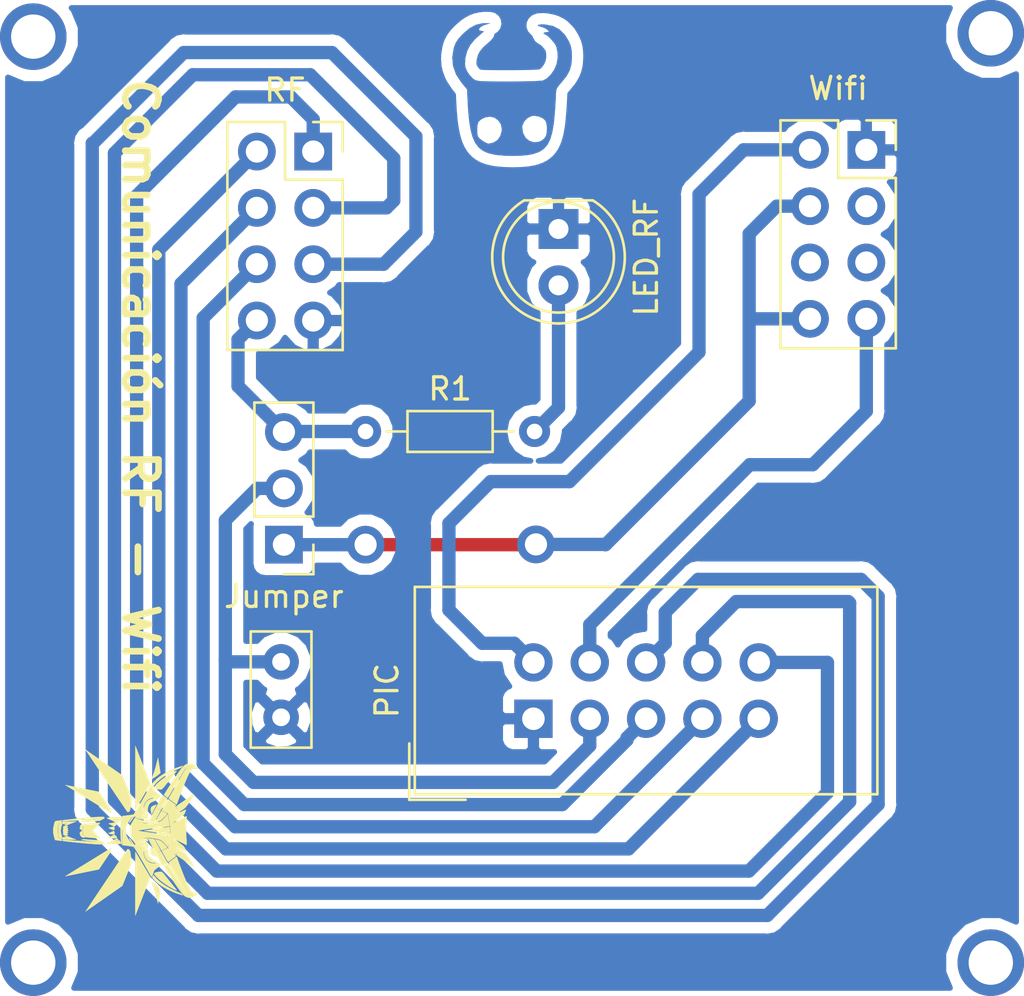
<source format=kicad_pcb>
(kicad_pcb (version 20171130) (host pcbnew "(5.0.0)")

  (general
    (thickness 1.6)
    (drawings 1)
    (tracks 114)
    (zones 0)
    (modules 9)
    (nets 17)
  )

  (page A4)
  (layers
    (0 F.Cu signal)
    (31 B.Cu signal)
    (32 B.Adhes user)
    (33 F.Adhes user)
    (34 B.Paste user)
    (35 F.Paste user)
    (36 B.SilkS user)
    (37 F.SilkS user)
    (38 B.Mask user)
    (39 F.Mask user)
    (40 Dwgs.User user)
    (41 Cmts.User user)
    (42 Eco1.User user)
    (43 Eco2.User user)
    (44 Edge.Cuts user)
    (45 Margin user)
    (46 B.CrtYd user)
    (47 F.CrtYd user)
    (48 B.Fab user)
    (49 F.Fab user)
  )

  (setup
    (last_trace_width 0.6)
    (trace_clearance 0.4)
    (zone_clearance 0.508)
    (zone_45_only no)
    (trace_min 0.2)
    (segment_width 0.2)
    (edge_width 0.15)
    (via_size 0.8)
    (via_drill 0.4)
    (via_min_size 0.4)
    (via_min_drill 0.3)
    (uvia_size 0.3)
    (uvia_drill 0.1)
    (uvias_allowed no)
    (uvia_min_size 0.2)
    (uvia_min_drill 0.1)
    (pcb_text_width 0.3)
    (pcb_text_size 1.5 1.5)
    (mod_edge_width 0.15)
    (mod_text_size 1 1)
    (mod_text_width 0.15)
    (pad_size 1.524 1.524)
    (pad_drill 0.762)
    (pad_to_mask_clearance 0.2)
    (aux_axis_origin 0 0)
    (visible_elements 7FFFFFFF)
    (pcbplotparams
      (layerselection 0x010fc_ffffffff)
      (usegerberextensions false)
      (usegerberattributes false)
      (usegerberadvancedattributes false)
      (creategerberjobfile false)
      (excludeedgelayer true)
      (linewidth 0.100000)
      (plotframeref false)
      (viasonmask false)
      (mode 1)
      (useauxorigin false)
      (hpglpennumber 1)
      (hpglpenspeed 20)
      (hpglpendiameter 15.000000)
      (psnegative false)
      (psa4output false)
      (plotreference true)
      (plotvalue true)
      (plotinvisibletext false)
      (padsonsilk false)
      (subtractmaskfromsilk false)
      (outputformat 1)
      (mirror false)
      (drillshape 1)
      (scaleselection 1)
      (outputdirectory ""))
  )

  (net 0 "")
  (net 1 +3V3)
  (net 2 GND)
  (net 3 MOSI)
  (net 4 MISO)
  (net 5 SCK)
  (net 6 TX)
  (net 7 IRQ)
  (net 8 RX)
  (net 9 CSN)
  (net 10 VccRF)
  (net 11 "Net-(Conn3-Pad7)")
  (net 12 "Net-(Conn3-Pad6)")
  (net 13 VccWifi)
  (net 14 "Net-(Conn3-Pad3)")
  (net 15 "Net-(LED1-Pad2)")
  (net 16 CE)

  (net_class Default "Esta es la clase de red por defecto."
    (clearance 0.4)
    (trace_width 0.6)
    (via_dia 0.8)
    (via_drill 0.4)
    (uvia_dia 0.3)
    (uvia_drill 0.1)
    (add_net +3V3)
    (add_net CE)
    (add_net CSN)
    (add_net GND)
    (add_net IRQ)
    (add_net MISO)
    (add_net MOSI)
    (add_net "Net-(Conn3-Pad3)")
    (add_net "Net-(Conn3-Pad6)")
    (add_net "Net-(Conn3-Pad7)")
    (add_net "Net-(LED1-Pad2)")
    (add_net RX)
    (add_net SCK)
    (add_net TX)
    (add_net VccRF)
    (add_net VccWifi)
  )

  (module Connector_IDC:IDC-Header_2x05_P2.54mm_Vertical (layer F.Cu) (tedit 5DA1E6C1) (tstamp 5DC1B027)
    (at 139.3952 100.7618 90)
    (descr "Through hole straight IDC box header, 2x05, 2.54mm pitch, double rows")
    (tags "Through hole IDC box header THT 2x05 2.54mm double row")
    (path /5D914BA8)
    (fp_text reference PIC (at 1.27 -6.604 90) (layer F.SilkS)
      (effects (font (size 1 1) (thickness 0.15)))
    )
    (fp_text value Entrada_PIC (at 1.27 16.764 90) (layer F.Fab)
      (effects (font (size 1 1) (thickness 0.15)))
    )
    (fp_text user %R (at 1.27 5.08 90) (layer F.Fab)
      (effects (font (size 1 1) (thickness 0.15)))
    )
    (fp_line (start 5.695 -5.1) (end 5.695 15.26) (layer F.Fab) (width 0.1))
    (fp_line (start 5.145 -4.56) (end 5.145 14.7) (layer F.Fab) (width 0.1))
    (fp_line (start -3.155 -5.1) (end -3.155 15.26) (layer F.Fab) (width 0.1))
    (fp_line (start -2.605 -4.56) (end -2.605 2.83) (layer F.Fab) (width 0.1))
    (fp_line (start -2.605 7.33) (end -2.605 14.7) (layer F.Fab) (width 0.1))
    (fp_line (start -2.605 2.83) (end -3.155 2.83) (layer F.Fab) (width 0.1))
    (fp_line (start -2.605 7.33) (end -3.155 7.33) (layer F.Fab) (width 0.1))
    (fp_line (start 5.695 -5.1) (end -3.155 -5.1) (layer F.Fab) (width 0.1))
    (fp_line (start 5.145 -4.56) (end -2.605 -4.56) (layer F.Fab) (width 0.1))
    (fp_line (start 5.695 15.26) (end -3.155 15.26) (layer F.Fab) (width 0.1))
    (fp_line (start 5.145 14.7) (end -2.605 14.7) (layer F.Fab) (width 0.1))
    (fp_line (start 5.695 -5.1) (end 5.145 -4.56) (layer F.Fab) (width 0.1))
    (fp_line (start 5.695 15.26) (end 5.145 14.7) (layer F.Fab) (width 0.1))
    (fp_line (start -3.155 -5.1) (end -2.605 -4.56) (layer F.Fab) (width 0.1))
    (fp_line (start -3.155 15.26) (end -2.605 14.7) (layer F.Fab) (width 0.1))
    (fp_line (start 5.95 -5.35) (end 5.95 15.51) (layer F.CrtYd) (width 0.05))
    (fp_line (start 5.95 15.51) (end -3.41 15.51) (layer F.CrtYd) (width 0.05))
    (fp_line (start -3.41 15.51) (end -3.41 -5.35) (layer F.CrtYd) (width 0.05))
    (fp_line (start -3.41 -5.35) (end 5.95 -5.35) (layer F.CrtYd) (width 0.05))
    (fp_line (start 5.945 -5.35) (end 5.945 15.51) (layer F.SilkS) (width 0.12))
    (fp_line (start 5.945 15.51) (end -3.405 15.51) (layer F.SilkS) (width 0.12))
    (fp_line (start -3.405 15.51) (end -3.405 -5.35) (layer F.SilkS) (width 0.12))
    (fp_line (start -3.405 -5.35) (end 5.945 -5.35) (layer F.SilkS) (width 0.12))
    (fp_line (start -3.655 -5.6) (end -3.655 -3.06) (layer F.SilkS) (width 0.12))
    (fp_line (start -3.655 -5.6) (end -1.115 -5.6) (layer F.SilkS) (width 0.12))
    (pad 1 thru_hole rect (at 0 0 90) (size 1.7272 1.7272) (drill 1.016) (layers *.Cu *.Mask)
      (net 2 GND))
    (pad 2 thru_hole oval (at 2.54 0 90) (size 1.7272 1.7272) (drill 1.016) (layers *.Cu *.Mask)
      (net 6 TX))
    (pad 3 thru_hole oval (at 0 2.54 90) (size 1.7272 1.7272) (drill 1.016) (layers *.Cu *.Mask)
      (net 1 +3V3))
    (pad 4 thru_hole oval (at 2.54 2.54 90) (size 1.7272 1.7272) (drill 1.016) (layers *.Cu *.Mask)
      (net 8 RX))
    (pad 5 thru_hole oval (at 0 5.08 90) (size 1.7272 1.7272) (drill 1.016) (layers *.Cu *.Mask)
      (net 9 CSN))
    (pad 6 thru_hole oval (at 2.54 5.08 90) (size 1.7272 1.7272) (drill 1.016) (layers *.Cu *.Mask)
      (net 16 CE))
    (pad 7 thru_hole oval (at 0 7.62 90) (size 1.7272 1.7272) (drill 1.016) (layers *.Cu *.Mask)
      (net 3 MOSI))
    (pad 8 thru_hole oval (at 2.54 7.62 90) (size 1.7272 1.7272) (drill 1.016) (layers *.Cu *.Mask)
      (net 5 SCK))
    (pad 9 thru_hole oval (at 0 10.16 90) (size 1.7272 1.7272) (drill 1.016) (layers *.Cu *.Mask)
      (net 7 IRQ))
    (pad 10 thru_hole oval (at 2.54 10.16 90) (size 1.7272 1.7272) (drill 1.016) (layers *.Cu *.Mask)
      (net 4 MISO))
    (model ${KISYS3DMOD}/Connector_IDC.3dshapes/IDC-Header_2x05_P2.54mm_Vertical.wrl
      (at (xyz 0 0 0))
      (scale (xyz 1 1 1))
      (rotate (xyz 0 0 0))
    )
  )

  (module Conectores_Diseño:PinSocket_2x04_P2.54mm_Vertical (layer F.Cu) (tedit 5DA1E6B5) (tstamp 5DA95FB6)
    (at 129.4638 75.184)
    (descr "Through hole straight socket strip, 2x04, 2.54mm pitch, double cols (from Kicad 4.0.7), script generated")
    (tags "Through hole socket strip THT 2x04 2.54mm double row")
    (path /5D912FC6)
    (fp_text reference RF (at -1.27 -2.77) (layer F.SilkS)
      (effects (font (size 1 1) (thickness 0.15)))
    )
    (fp_text value RF (at -1.27 10.39) (layer F.Fab)
      (effects (font (size 1 1) (thickness 0.15)))
    )
    (fp_text user %R (at -1.27 3.81 90) (layer F.Fab)
      (effects (font (size 1 1) (thickness 0.15)))
    )
    (fp_line (start -4.34 9.4) (end -4.34 -1.8) (layer F.CrtYd) (width 0.05))
    (fp_line (start 1.76 9.4) (end -4.34 9.4) (layer F.CrtYd) (width 0.05))
    (fp_line (start 1.76 -1.8) (end 1.76 9.4) (layer F.CrtYd) (width 0.05))
    (fp_line (start -4.34 -1.8) (end 1.76 -1.8) (layer F.CrtYd) (width 0.05))
    (fp_line (start 0 -1.33) (end 1.33 -1.33) (layer F.SilkS) (width 0.12))
    (fp_line (start 1.33 -1.33) (end 1.33 0) (layer F.SilkS) (width 0.12))
    (fp_line (start -1.27 -1.33) (end -1.27 1.27) (layer F.SilkS) (width 0.12))
    (fp_line (start -1.27 1.27) (end 1.33 1.27) (layer F.SilkS) (width 0.12))
    (fp_line (start 1.33 1.27) (end 1.33 8.95) (layer F.SilkS) (width 0.12))
    (fp_line (start -3.87 8.95) (end 1.33 8.95) (layer F.SilkS) (width 0.12))
    (fp_line (start -3.87 -1.33) (end -3.87 8.95) (layer F.SilkS) (width 0.12))
    (fp_line (start -3.87 -1.33) (end -1.27 -1.33) (layer F.SilkS) (width 0.12))
    (fp_line (start -3.81 8.89) (end -3.81 -1.27) (layer F.Fab) (width 0.1))
    (fp_line (start 1.27 8.89) (end -3.81 8.89) (layer F.Fab) (width 0.1))
    (fp_line (start 1.27 -0.27) (end 1.27 8.89) (layer F.Fab) (width 0.1))
    (fp_line (start 0.27 -1.27) (end 1.27 -0.27) (layer F.Fab) (width 0.1))
    (fp_line (start -3.81 -1.27) (end 0.27 -1.27) (layer F.Fab) (width 0.1))
    (pad 4 thru_hole oval (at -2.54 7.62) (size 1.7 1.7) (drill 1) (layers *.Cu *.Mask)
      (net 10 VccRF))
    (pad 5 thru_hole oval (at 0 7.62) (size 1.7 1.7) (drill 1) (layers *.Cu *.Mask)
      (net 2 GND))
    (pad 3 thru_hole oval (at -2.54 5.08) (size 1.7 1.7) (drill 1) (layers *.Cu *.Mask)
      (net 9 CSN))
    (pad 6 thru_hole oval (at 0 5.08) (size 1.7 1.7) (drill 1) (layers *.Cu *.Mask)
      (net 16 CE))
    (pad 2 thru_hole oval (at -2.54 2.54) (size 1.7 1.7) (drill 1) (layers *.Cu *.Mask)
      (net 3 MOSI))
    (pad 7 thru_hole oval (at 0 2.54) (size 1.7 1.7) (drill 1) (layers *.Cu *.Mask)
      (net 5 SCK))
    (pad 1 thru_hole oval (at -2.54 0) (size 1.7 1.7) (drill 1) (layers *.Cu *.Mask)
      (net 7 IRQ))
    (pad 8 thru_hole rect (at 0 0) (size 1.7 1.7) (drill 1) (layers *.Cu *.Mask)
      (net 4 MISO))
    (model ${KISYS3DMOD}/Connector_PinSocket_2.54mm.3dshapes/PinSocket_2x04_P2.54mm_Vertical.wrl
      (at (xyz 0 0 0))
      (scale (xyz 1 1 1))
      (rotate (xyz 0 0 0))
    )
  )

  (module Conectores_Diseño:PinSocket_2x04_P2.54mm_Vertical_MODIFICADO (layer F.Cu) (tedit 5DA1E6BA) (tstamp 5DA95FD4)
    (at 154.4066 75.1078)
    (descr "Through hole straight socket strip, 2x04, 2.54mm pitch, double cols (from Kicad 4.0.7), script generated")
    (tags "Through hole socket strip THT 2x04 2.54mm double row")
    (path /5D91300E)
    (fp_text reference Wifi (at -1.27 -2.77) (layer F.SilkS)
      (effects (font (size 1 1) (thickness 0.15)))
    )
    (fp_text value Wifi (at -1.27 10.39) (layer F.Fab)
      (effects (font (size 1 1) (thickness 0.15)))
    )
    (fp_line (start -3.81 -1.27) (end 0.27 -1.27) (layer F.Fab) (width 0.1))
    (fp_line (start 0.27 -1.27) (end 1.27 -0.27) (layer F.Fab) (width 0.1))
    (fp_line (start 1.27 -0.27) (end 1.27 8.89) (layer F.Fab) (width 0.1))
    (fp_line (start 1.27 8.89) (end -3.81 8.89) (layer F.Fab) (width 0.1))
    (fp_line (start -3.81 8.89) (end -3.81 -1.27) (layer F.Fab) (width 0.1))
    (fp_line (start -3.87 -1.33) (end -1.27 -1.33) (layer F.SilkS) (width 0.12))
    (fp_line (start -3.87 -1.33) (end -3.87 8.95) (layer F.SilkS) (width 0.12))
    (fp_line (start -3.87 8.95) (end 1.33 8.95) (layer F.SilkS) (width 0.12))
    (fp_line (start 1.33 1.27) (end 1.33 8.95) (layer F.SilkS) (width 0.12))
    (fp_line (start -1.27 1.27) (end 1.33 1.27) (layer F.SilkS) (width 0.12))
    (fp_line (start -1.27 -1.33) (end -1.27 1.27) (layer F.SilkS) (width 0.12))
    (fp_line (start 1.33 -1.33) (end 1.33 0) (layer F.SilkS) (width 0.12))
    (fp_line (start 0 -1.33) (end 1.33 -1.33) (layer F.SilkS) (width 0.12))
    (fp_line (start -4.34 -1.8) (end 1.76 -1.8) (layer F.CrtYd) (width 0.05))
    (fp_line (start 1.76 -1.8) (end 1.76 9.4) (layer F.CrtYd) (width 0.05))
    (fp_line (start 1.76 9.4) (end -4.34 9.4) (layer F.CrtYd) (width 0.05))
    (fp_line (start -4.34 9.4) (end -4.34 -1.8) (layer F.CrtYd) (width 0.05))
    (fp_text user %R (at -1.27 3.81 90) (layer F.Fab)
      (effects (font (size 1 1) (thickness 0.15)))
    )
    (pad 8 thru_hole rect (at 0 0) (size 1.7 1.7) (drill 1) (layers *.Cu *.Mask)
      (net 2 GND))
    (pad 1 thru_hole oval (at -2.54 0) (size 1.7 1.7) (drill 1) (layers *.Cu *.Mask)
      (net 6 TX))
    (pad 7 thru_hole oval (at 0 2.54) (size 1.7 1.7) (drill 1) (layers *.Cu *.Mask)
      (net 11 "Net-(Conn3-Pad7)"))
    (pad 2 thru_hole oval (at -2.54 2.54) (size 1.7 1.7) (drill 1) (layers *.Cu *.Mask)
      (net 13 VccWifi))
    (pad 6 thru_hole oval (at 0 5.08) (size 1.7 1.7) (drill 1) (layers *.Cu *.Mask)
      (net 12 "Net-(Conn3-Pad6)"))
    (pad 3 thru_hole oval (at -2.54 5.08) (size 1.7 1.7) (drill 1) (layers *.Cu *.Mask)
      (net 14 "Net-(Conn3-Pad3)"))
    (pad 5 thru_hole oval (at 0 7.62) (size 1.7 1.7) (drill 1) (layers *.Cu *.Mask)
      (net 8 RX))
    (pad 4 thru_hole oval (at -2.54 7.62) (size 1.7 1.7) (drill 1) (layers *.Cu *.Mask)
      (net 13 VccWifi))
    (model ${KISYS3DMOD}/Connector_PinSocket_2.54mm.3dshapes/PinSocket_2x04_P2.54mm_Vertical.wrl
      (at (xyz 0 0 0))
      (scale (xyz 1 1 1))
      (rotate (xyz 0 0 0))
    )
  )

  (module Connector_PinHeader_2.54mm:PinHeader_1x03_P2.54mm_Vertical (layer F.Cu) (tedit 5DA1E6E2) (tstamp 5DA95FEB)
    (at 128.143 92.9132 180)
    (descr "Through hole straight pin header, 1x03, 2.54mm pitch, single row")
    (tags "Through hole pin header THT 1x03 2.54mm single row")
    (path /5D915DFD)
    (fp_text reference Jumper (at 0 -2.33 180) (layer F.SilkS)
      (effects (font (size 1 1) (thickness 0.15)))
    )
    (fp_text value JumperVcc (at 0 7.41 180) (layer F.Fab)
      (effects (font (size 1 1) (thickness 0.15)))
    )
    (fp_line (start -0.635 -1.27) (end 1.27 -1.27) (layer F.Fab) (width 0.1))
    (fp_line (start 1.27 -1.27) (end 1.27 6.35) (layer F.Fab) (width 0.1))
    (fp_line (start 1.27 6.35) (end -1.27 6.35) (layer F.Fab) (width 0.1))
    (fp_line (start -1.27 6.35) (end -1.27 -0.635) (layer F.Fab) (width 0.1))
    (fp_line (start -1.27 -0.635) (end -0.635 -1.27) (layer F.Fab) (width 0.1))
    (fp_line (start -1.33 6.41) (end 1.33 6.41) (layer F.SilkS) (width 0.12))
    (fp_line (start -1.33 1.27) (end -1.33 6.41) (layer F.SilkS) (width 0.12))
    (fp_line (start 1.33 1.27) (end 1.33 6.41) (layer F.SilkS) (width 0.12))
    (fp_line (start -1.33 1.27) (end 1.33 1.27) (layer F.SilkS) (width 0.12))
    (fp_line (start -1.33 0) (end -1.33 -1.33) (layer F.SilkS) (width 0.12))
    (fp_line (start -1.33 -1.33) (end 0 -1.33) (layer F.SilkS) (width 0.12))
    (fp_line (start -1.8 -1.8) (end -1.8 6.85) (layer F.CrtYd) (width 0.05))
    (fp_line (start -1.8 6.85) (end 1.8 6.85) (layer F.CrtYd) (width 0.05))
    (fp_line (start 1.8 6.85) (end 1.8 -1.8) (layer F.CrtYd) (width 0.05))
    (fp_line (start 1.8 -1.8) (end -1.8 -1.8) (layer F.CrtYd) (width 0.05))
    (fp_text user %R (at 0 2.54 270) (layer F.Fab)
      (effects (font (size 1 1) (thickness 0.15)))
    )
    (pad 1 thru_hole rect (at 0 0 180) (size 1.7 1.7) (drill 1) (layers *.Cu *.Mask)
      (net 13 VccWifi))
    (pad 2 thru_hole oval (at 0 2.54 180) (size 1.7 1.7) (drill 1) (layers *.Cu *.Mask)
      (net 1 +3V3))
    (pad 3 thru_hole oval (at 0 5.08 180) (size 1.7 1.7) (drill 1) (layers *.Cu *.Mask)
      (net 10 VccRF))
    (model ${KISYS3DMOD}/Connector_PinHeader_2.54mm.3dshapes/PinHeader_1x03_P2.54mm_Vertical.wrl
      (at (xyz 0 0 0))
      (scale (xyz 1 1 1))
      (rotate (xyz 0 0 0))
    )
  )

  (module LED_THT:LED_D5.0mm (layer F.Cu) (tedit 5DA1E6CE) (tstamp 5DE9580D)
    (at 140.5255 78.6765 270)
    (descr "LED, diameter 5.0mm, 2 pins, http://cdn-reichelt.de/documents/datenblatt/A500/LL-504BC2E-009.pdf")
    (tags "LED diameter 5.0mm 2 pins")
    (path /5D913354)
    (fp_text reference LED_RF (at 1.27 -3.96 270) (layer F.SilkS)
      (effects (font (size 1 1) (thickness 0.15)))
    )
    (fp_text value D_Rf (at 1.27 3.96 270) (layer F.Fab)
      (effects (font (size 1 1) (thickness 0.15)))
    )
    (fp_text user %R (at 1.25 0 270) (layer F.Fab)
      (effects (font (size 0.8 0.8) (thickness 0.2)))
    )
    (fp_line (start 4.5 -3.25) (end -1.95 -3.25) (layer F.CrtYd) (width 0.05))
    (fp_line (start 4.5 3.25) (end 4.5 -3.25) (layer F.CrtYd) (width 0.05))
    (fp_line (start -1.95 3.25) (end 4.5 3.25) (layer F.CrtYd) (width 0.05))
    (fp_line (start -1.95 -3.25) (end -1.95 3.25) (layer F.CrtYd) (width 0.05))
    (fp_line (start -1.29 -1.545) (end -1.29 1.545) (layer F.SilkS) (width 0.12))
    (fp_line (start -1.23 -1.469694) (end -1.23 1.469694) (layer F.Fab) (width 0.1))
    (fp_circle (center 1.27 0) (end 3.77 0) (layer F.SilkS) (width 0.12))
    (fp_circle (center 1.27 0) (end 3.77 0) (layer F.Fab) (width 0.1))
    (fp_arc (start 1.27 0) (end -1.29 1.54483) (angle -148.9) (layer F.SilkS) (width 0.12))
    (fp_arc (start 1.27 0) (end -1.29 -1.54483) (angle 148.9) (layer F.SilkS) (width 0.12))
    (fp_arc (start 1.27 0) (end -1.23 -1.469694) (angle 299.1) (layer F.Fab) (width 0.1))
    (pad 2 thru_hole circle (at 2.54 0 270) (size 1.8 1.8) (drill 0.9) (layers *.Cu *.Mask)
      (net 15 "Net-(LED1-Pad2)"))
    (pad 1 thru_hole rect (at 0 0 270) (size 1.8 1.8) (drill 0.9) (layers *.Cu *.Mask)
      (net 2 GND))
    (model ${KISYS3DMOD}/LED_THT.3dshapes/LED_D5.0mm.wrl
      (at (xyz 0 0 0))
      (scale (xyz 1 1 1))
      (rotate (xyz 0 0 0))
    )
  )

  (module Resistor_THT:R_Axial_DIN0204_L3.6mm_D1.6mm_P7.62mm_Horizontal (layer F.Cu) (tedit 5AE5139B) (tstamp 5D9F5BB2)
    (at 131.826 87.8078)
    (descr "Resistor, Axial_DIN0204 series, Axial, Horizontal, pin pitch=7.62mm, 0.167W, length*diameter=3.6*1.6mm^2, http://cdn-reichelt.de/documents/datenblatt/B400/1_4W%23YAG.pdf")
    (tags "Resistor Axial_DIN0204 series Axial Horizontal pin pitch 7.62mm 0.167W length 3.6mm diameter 1.6mm")
    (path /5D9131FF)
    (fp_text reference R1 (at 3.81 -1.92) (layer F.SilkS)
      (effects (font (size 1 1) (thickness 0.15)))
    )
    (fp_text value R_Rf (at 3.81 1.92) (layer F.Fab)
      (effects (font (size 1 1) (thickness 0.15)))
    )
    (fp_text user %R (at 3.81 0) (layer F.Fab)
      (effects (font (size 0.72 0.72) (thickness 0.108)))
    )
    (fp_line (start 8.57 -1.05) (end -0.95 -1.05) (layer F.CrtYd) (width 0.05))
    (fp_line (start 8.57 1.05) (end 8.57 -1.05) (layer F.CrtYd) (width 0.05))
    (fp_line (start -0.95 1.05) (end 8.57 1.05) (layer F.CrtYd) (width 0.05))
    (fp_line (start -0.95 -1.05) (end -0.95 1.05) (layer F.CrtYd) (width 0.05))
    (fp_line (start 6.68 0) (end 5.73 0) (layer F.SilkS) (width 0.12))
    (fp_line (start 0.94 0) (end 1.89 0) (layer F.SilkS) (width 0.12))
    (fp_line (start 5.73 -0.92) (end 1.89 -0.92) (layer F.SilkS) (width 0.12))
    (fp_line (start 5.73 0.92) (end 5.73 -0.92) (layer F.SilkS) (width 0.12))
    (fp_line (start 1.89 0.92) (end 5.73 0.92) (layer F.SilkS) (width 0.12))
    (fp_line (start 1.89 -0.92) (end 1.89 0.92) (layer F.SilkS) (width 0.12))
    (fp_line (start 7.62 0) (end 5.61 0) (layer F.Fab) (width 0.1))
    (fp_line (start 0 0) (end 2.01 0) (layer F.Fab) (width 0.1))
    (fp_line (start 5.61 -0.8) (end 2.01 -0.8) (layer F.Fab) (width 0.1))
    (fp_line (start 5.61 0.8) (end 5.61 -0.8) (layer F.Fab) (width 0.1))
    (fp_line (start 2.01 0.8) (end 5.61 0.8) (layer F.Fab) (width 0.1))
    (fp_line (start 2.01 -0.8) (end 2.01 0.8) (layer F.Fab) (width 0.1))
    (pad 2 thru_hole oval (at 7.62 0) (size 1.4 1.4) (drill 0.7) (layers *.Cu *.Mask)
      (net 15 "Net-(LED1-Pad2)"))
    (pad 1 thru_hole circle (at 0 0) (size 1.4 1.4) (drill 0.7) (layers *.Cu *.Mask)
      (net 10 VccRF))
    (model ${KISYS3DMOD}/Resistor_THT.3dshapes/R_Axial_DIN0204_L3.6mm_D1.6mm_P7.62mm_Horizontal.wrl
      (at (xyz 0 0 0))
      (scale (xyz 1 1 1))
      (rotate (xyz 0 0 0))
    )
  )

  (module Capacitor_THT:C_Disc_D5.0mm_W2.5mm_P2.50mm (layer F.Cu) (tedit 5DA1EDDD) (tstamp 5D9F54F2)
    (at 128.016 98.1964 270)
    (descr "C, Disc series, Radial, pin pitch=2.50mm, , diameter*width=5*2.5mm^2, Capacitor, http://cdn-reichelt.de/documents/datenblatt/B300/DS_KERKO_TC.pdf")
    (tags "C Disc series Radial pin pitch 2.50mm  diameter 5mm width 2.5mm Capacitor")
    (path /5D99ADFA)
    (fp_text reference "" (at 1.25 -2.5 270) (layer F.SilkS)
      (effects (font (size 1 1) (thickness 0.15)))
    )
    (fp_text value C_Small (at 1.25 2.5 270) (layer F.Fab)
      (effects (font (size 1 1) (thickness 0.15)))
    )
    (fp_line (start -1.25 -1.25) (end -1.25 1.25) (layer F.Fab) (width 0.1))
    (fp_line (start -1.25 1.25) (end 3.75 1.25) (layer F.Fab) (width 0.1))
    (fp_line (start 3.75 1.25) (end 3.75 -1.25) (layer F.Fab) (width 0.1))
    (fp_line (start 3.75 -1.25) (end -1.25 -1.25) (layer F.Fab) (width 0.1))
    (fp_line (start -1.37 -1.37) (end 3.87 -1.37) (layer F.SilkS) (width 0.12))
    (fp_line (start -1.37 1.37) (end 3.87 1.37) (layer F.SilkS) (width 0.12))
    (fp_line (start -1.37 -1.37) (end -1.37 1.37) (layer F.SilkS) (width 0.12))
    (fp_line (start 3.87 -1.37) (end 3.87 1.37) (layer F.SilkS) (width 0.12))
    (fp_line (start -1.5 -1.5) (end -1.5 1.5) (layer F.CrtYd) (width 0.05))
    (fp_line (start -1.5 1.5) (end 4 1.5) (layer F.CrtYd) (width 0.05))
    (fp_line (start 4 1.5) (end 4 -1.5) (layer F.CrtYd) (width 0.05))
    (fp_line (start 4 -1.5) (end -1.5 -1.5) (layer F.CrtYd) (width 0.05))
    (fp_text user %R (at 1.25 0 270) (layer F.Fab)
      (effects (font (size 1 1) (thickness 0.15)))
    )
    (pad 1 thru_hole circle (at 0 0 270) (size 1.6 1.6) (drill 0.8) (layers *.Cu *.Mask)
      (net 1 +3V3))
    (pad 2 thru_hole circle (at 2.5 0 270) (size 1.6 1.6) (drill 0.8) (layers *.Cu *.Mask)
      (net 2 GND))
    (model ${KISYS3DMOD}/Capacitor_THT.3dshapes/C_Disc_D5.0mm_W2.5mm_P2.50mm.wrl
      (at (xyz 0 0 0))
      (scale (xyz 1 1 1))
      (rotate (xyz 0 0 0))
    )
  )

  (module Logos:Logo_Cobre (layer F.Cu) (tedit 5DA15ECA) (tstamp 5DE9560F)
    (at 138.43 72.39)
    (fp_text reference "" (at 3.81 2.54) (layer F.SilkS) hide
      (effects (font (size 1.524 1.524) (thickness 0.3)))
    )
    (fp_text value "" (at 3.81 1.27) (layer F.SilkS) hide
      (effects (font (size 1.524 1.524) (thickness 0.3)))
    )
    (fp_poly (pts (xy -0.9906 -2.988037) (xy -1.1684 -2.937491) (xy -1.333448 -2.873104) (xy -1.444812 -2.796875)
      (xy -1.493477 -2.723111) (xy -1.47043 -2.666115) (xy -1.366657 -2.640195) (xy -1.355902 -2.63991)
      (xy -1.284279 -2.634849) (xy -1.285948 -2.609217) (xy -1.364027 -2.542459) (xy -1.3716 -2.536383)
      (xy -1.671227 -2.269071) (xy -1.884688 -2.010467) (xy -2.023632 -1.741809) (xy -2.099711 -1.444336)
      (xy -2.112347 -1.343387) (xy -2.123374 -1.149992) (xy -2.103953 -1.006043) (xy -2.04541 -0.861746)
      (xy -2.019917 -0.8128) (xy -1.912486 -0.651996) (xy -1.784749 -0.513696) (xy -1.734421 -0.47382)
      (xy -1.68262 -0.441257) (xy -1.626444 -0.415801) (xy -1.553407 -0.396566) (xy -1.451023 -0.382664)
      (xy -1.306804 -0.373209) (xy -1.108265 -0.367312) (xy -0.842918 -0.364087) (xy -0.498278 -0.362647)
      (xy -0.163405 -0.362188) (xy 0.246603 -0.363719) (xy 0.614759 -0.368799) (xy 0.928514 -0.377026)
      (xy 1.175319 -0.387996) (xy 1.342624 -0.401307) (xy 1.408882 -0.412738) (xy 1.581342 -0.510266)
      (xy 1.752761 -0.680504) (xy 1.90136 -0.896702) (xy 2.005359 -1.132111) (xy 2.011756 -1.15322)
      (xy 2.056297 -1.41025) (xy 2.053405 -1.678609) (xy 2.005159 -1.915728) (xy 1.970514 -1.998395)
      (xy 1.8943 -2.113245) (xy 1.783902 -2.244603) (xy 1.663532 -2.367597) (xy 1.557407 -2.457354)
      (xy 1.492688 -2.4892) (xy 1.428969 -2.518618) (xy 1.4224 -2.54) (xy 1.466102 -2.577354)
      (xy 1.557273 -2.5908) (xy 1.650281 -2.596166) (xy 1.653548 -2.629478) (xy 1.601099 -2.691407)
      (xy 1.486798 -2.771782) (xy 1.339586 -2.823993) (xy 1.339225 -2.824061) (xy 1.203835 -2.860357)
      (xy 1.160896 -2.895783) (xy 1.201404 -2.924051) (xy 1.316355 -2.938871) (xy 1.496578 -2.933968)
      (xy 1.848364 -2.864626) (xy 2.137832 -2.716387) (xy 2.370159 -2.486297) (xy 2.428864 -2.401842)
      (xy 2.563708 -2.173176) (xy 2.645442 -1.97605) (xy 2.686527 -1.767839) (xy 2.699419 -1.505918)
      (xy 2.699637 -1.475415) (xy 2.678238 -1.149581) (xy 2.602467 -0.871088) (xy 2.459972 -0.60934)
      (xy 2.239065 -0.334469) (xy 2.102487 -0.175988) (xy 2.024016 -0.05786) (xy 1.988223 0.049666)
      (xy 1.979718 0.165637) (xy 1.975398 0.300617) (xy 1.964738 0.508429) (xy 1.949348 0.760618)
      (xy 1.931048 1.025845) (xy 1.883505 1.517862) (xy 1.816052 1.91893) (xy 1.722754 2.238737)
      (xy 1.597674 2.486968) (xy 1.434873 2.673311) (xy 1.228416 2.807451) (xy 0.972366 2.899075)
      (xy 0.755434 2.943918) (xy 0.429009 2.978463) (xy 0.048345 2.990089) (xy -0.341919 2.97924)
      (xy -0.697143 2.946359) (xy -0.8128 2.928334) (xy -1.086297 2.860385) (xy -1.314986 2.757351)
      (xy -1.503005 2.610763) (xy -1.654492 2.41215) (xy -1.773582 2.153042) (xy -1.864413 1.82497)
      (xy -1.874335 1.764652) (xy -1.572566 1.764652) (xy -1.570605 1.946546) (xy -1.548655 2.089824)
      (xy -1.542999 2.106563) (xy -1.475159 2.194036) (xy -1.352016 2.295293) (xy -1.211394 2.384205)
      (xy -1.091117 2.434648) (xy -1.062589 2.4384) (xy -0.958063 2.422189) (xy -0.822028 2.383204)
      (xy -0.821747 2.383106) (xy -0.652897 2.27406) (xy -0.527874 2.093997) (xy -0.462831 1.869657)
      (xy -0.4572 1.779623) (xy -0.473245 1.702914) (xy 0.4572 1.702914) (xy 0.496963 1.959363)
      (xy 0.605822 2.164374) (xy 0.768126 2.307025) (xy 0.968228 2.376394) (xy 1.19048 2.361558)
      (xy 1.325505 2.308966) (xy 1.449513 2.212188) (xy 1.531149 2.093066) (xy 1.572909 1.90787)
      (xy 1.577251 1.695399) (xy 1.54614 1.500591) (xy 1.500533 1.392821) (xy 1.382632 1.288348)
      (xy 1.206631 1.212291) (xy 1.015009 1.178712) (xy 0.887092 1.189739) (xy 0.69996 1.280282)
      (xy 0.551698 1.432395) (xy 0.467491 1.616014) (xy 0.4572 1.702914) (xy -0.473245 1.702914)
      (xy -0.501496 1.567854) (xy -0.619827 1.388494) (xy -0.790356 1.264595) (xy -0.988043 1.2192)
      (xy -1.19582 1.250308) (xy -1.381535 1.332303) (xy -1.509025 1.448187) (xy -1.522495 1.470386)
      (xy -1.556032 1.590485) (xy -1.572566 1.764652) (xy -1.874335 1.764652) (xy -1.931123 1.419463)
      (xy -1.977848 0.928052) (xy -2.002508 0.492601) (xy -2.024731 -0.005398) (xy -2.283527 -0.320199)
      (xy -2.520372 -0.677969) (xy -2.657159 -1.053224) (xy -2.693833 -1.445679) (xy -2.630335 -1.85505)
      (xy -2.606138 -1.937267) (xy -2.533615 -2.11496) (xy -2.424395 -2.282003) (xy -2.257548 -2.46893)
      (xy -2.206539 -2.520208) (xy -1.914955 -2.767218) (xy -1.627869 -2.921086) (xy -1.330968 -2.988515)
      (xy -1.197451 -2.992619) (xy -0.9906 -2.988037)) (layer B.Cu) (width 0.01))
  )

  (module Logos:Witcher2 (layer F.Cu) (tedit 5DA1EDA7) (tstamp 5DAE38FC)
    (at 120.9675 105.791 270)
    (fp_text reference "" (at 0 0 270) (layer F.SilkS) hide
      (effects (font (size 1.524 1.524) (thickness 0.3)))
    )
    (fp_text value "" (at 0.75 0 270) (layer F.SilkS) hide
      (effects (font (size 1.524 1.524) (thickness 0.3)))
    )
    (fp_poly (pts (xy 1.654713 -3.12218) (xy 1.654883 -3.11595) (xy 1.650984 -3.105151) (xy 1.650627 -3.10442)
      (xy 1.646728 -3.098133) (xy 1.637503 -3.084094) (xy 1.623373 -3.062928) (xy 1.604763 -3.035261)
      (xy 1.582096 -3.001716) (xy 1.555795 -2.962918) (xy 1.526284 -2.919492) (xy 1.493986 -2.872062)
      (xy 1.459325 -2.821253) (xy 1.422723 -2.76769) (xy 1.387244 -2.715851) (xy 1.131109 -2.34188)
      (xy 0.961495 -2.34188) (xy 0.921253 -2.34199) (xy 0.88455 -2.342301) (xy 0.852542 -2.342786)
      (xy 0.826387 -2.34342) (xy 0.807241 -2.344177) (xy 0.796261 -2.345029) (xy 0.794063 -2.34569)
      (xy 0.797245 -2.350975) (xy 0.804919 -2.363617) (xy 0.816284 -2.382302) (xy 0.83054 -2.405713)
      (xy 0.846888 -2.432535) (xy 0.853562 -2.44348) (xy 0.889379 -2.501717) (xy 0.920892 -2.551836)
      (xy 0.948658 -2.594641) (xy 0.973237 -2.630934) (xy 0.995186 -2.66152) (xy 1.015064 -2.687201)
      (xy 1.033429 -2.70878) (xy 1.050252 -2.726481) (xy 1.073926 -2.748449) (xy 1.104303 -2.774325)
      (xy 1.139479 -2.802623) (xy 1.177548 -2.831857) (xy 1.216607 -2.860538) (xy 1.254748 -2.887182)
      (xy 1.26492 -2.894017) (xy 1.288012 -2.90905) (xy 1.315988 -2.926708) (xy 1.347809 -2.946385)
      (xy 1.382436 -2.967472) (xy 1.418831 -2.989362) (xy 1.455957 -3.011447) (xy 1.492774 -3.03312)
      (xy 1.528245 -3.053772) (xy 1.561331 -3.072796) (xy 1.590994 -3.089584) (xy 1.616196 -3.103529)
      (xy 1.635899 -3.114022) (xy 1.649063 -3.120457) (xy 1.654652 -3.122224) (xy 1.654713 -3.12218)) (layer F.SilkS) (width 0.01))
    (fp_poly (pts (xy 0.954537 -2.753662) (xy 0.958467 -2.747981) (xy 0.957563 -2.738788) (xy 0.954703 -2.73147)
      (xy 0.947906 -2.716036) (xy 0.937652 -2.693523) (xy 0.924422 -2.664963) (xy 0.908698 -2.631391)
      (xy 0.890958 -2.593842) (xy 0.871685 -2.55335) (xy 0.8623 -2.533736) (xy 0.770349 -2.34188)
      (xy 0.4819 -2.34188) (xy 0.511126 -2.38379) (xy 0.534231 -2.416394) (xy 0.559735 -2.451479)
      (xy 0.586505 -2.487564) (xy 0.613409 -2.523167) (xy 0.639313 -2.556806) (xy 0.663085 -2.587)
      (xy 0.683591 -2.612267) (xy 0.699698 -2.631126) (xy 0.703279 -2.63507) (xy 0.732499 -2.663469)
      (xy 0.763991 -2.687354) (xy 0.799637 -2.707775) (xy 0.841318 -2.725779) (xy 0.890914 -2.742415)
      (xy 0.901546 -2.745554) (xy 0.927156 -2.752318) (xy 0.94446 -2.755064) (xy 0.954537 -2.753662)) (layer F.SilkS) (width 0.01))
    (fp_poly (pts (xy -0.904569 -2.753783) (xy -0.882139 -2.748693) (xy -0.869958 -2.745307) (xy -0.810312 -2.72513)
      (xy -0.758396 -2.701307) (xy -0.715027 -2.674247) (xy -0.694888 -2.65793) (xy -0.680358 -2.643312)
      (xy -0.661014 -2.621443) (xy -0.637762 -2.593463) (xy -0.61151 -2.560517) (xy -0.583166 -2.523746)
      (xy -0.553638 -2.484294) (xy -0.523833 -2.443303) (xy -0.518516 -2.43586) (xy -0.500378 -2.410421)
      (xy -0.484059 -2.387579) (xy -0.470553 -2.36872) (xy -0.46085 -2.355228) (xy -0.455942 -2.348488)
      (xy -0.455747 -2.34823) (xy -0.456187 -2.346321) (xy -0.461353 -2.344813) (xy -0.472134 -2.343666)
      (xy -0.489414 -2.34284) (xy -0.51408 -2.342294) (xy -0.547019 -2.341988) (xy -0.589117 -2.341882)
      (xy -0.59522 -2.34188) (xy -0.739564 -2.34188) (xy -0.753994 -2.37109) (xy -0.768656 -2.400988)
      (xy -0.785049 -2.434797) (xy -0.80265 -2.471399) (xy -0.820933 -2.509674) (xy -0.839371 -2.548505)
      (xy -0.857439 -2.586772) (xy -0.874612 -2.623358) (xy -0.890364 -2.657142) (xy -0.904169 -2.687007)
      (xy -0.915502 -2.711835) (xy -0.923838 -2.730505) (xy -0.928649 -2.7419) (xy -0.92964 -2.744922)
      (xy -0.927221 -2.751905) (xy -0.91923 -2.754856) (xy -0.904569 -2.753783)) (layer F.SilkS) (width 0.01))
    (fp_poly (pts (xy -1.619245 -3.120467) (xy -1.606501 -3.114204) (xy -1.587158 -3.103882) (xy -1.562261 -3.090107)
      (xy -1.532856 -3.073479) (xy -1.499989 -3.054604) (xy -1.464705 -3.034082) (xy -1.428049 -3.012519)
      (xy -1.391066 -2.990516) (xy -1.354804 -2.968677) (xy -1.320306 -2.947604) (xy -1.299227 -2.934543)
      (xy -1.244294 -2.899232) (xy -1.191041 -2.862986) (xy -1.140932 -2.826893) (xy -1.09543 -2.792043)
      (xy -1.056001 -2.759523) (xy -1.024108 -2.730422) (xy -1.022683 -2.729022) (xy -1.007388 -2.713077)
      (xy -0.991235 -2.694421) (xy -0.973767 -2.672378) (xy -0.954527 -2.646275) (xy -0.933056 -2.615437)
      (xy -0.908896 -2.579191) (xy -0.88159 -2.536861) (xy -0.850679 -2.487774) (xy -0.815707 -2.431255)
      (xy -0.776215 -2.36663) (xy -0.772749 -2.36093) (xy -0.761172 -2.34188) (xy -1.101134 -2.34188)
      (xy -1.212237 -2.504548) (xy -1.250994 -2.561277) (xy -1.291379 -2.620362) (xy -1.33256 -2.680584)
      (xy -1.373701 -2.740727) (xy -1.413971 -2.799572) (xy -1.452535 -2.855903) (xy -1.488561 -2.908501)
      (xy -1.521215 -2.956149) (xy -1.549664 -2.99763) (xy -1.569417 -3.026402) (xy -1.590545 -3.057475)
      (xy -1.606175 -3.081281) (xy -1.616835 -3.098737) (xy -1.623049 -3.110759) (xy -1.625344 -3.118263)
      (xy -1.624344 -3.12207) (xy -1.619245 -3.120467)) (layer F.SilkS) (width 0.01))
    (fp_poly (pts (xy 2.799529 -3.303746) (xy 2.812452 -3.294629) (xy 2.829446 -3.281062) (xy 2.848918 -3.264376)
      (xy 2.869277 -3.245902) (xy 2.888931 -3.226973) (xy 2.893338 -3.222538) (xy 2.938715 -3.171369)
      (xy 2.976785 -3.11782) (xy 3.006721 -3.063244) (xy 3.027699 -3.008991) (xy 3.031038 -2.9972)
      (xy 3.037929 -2.958633) (xy 3.040148 -2.915787) (xy 3.03776 -2.872773) (xy 3.030833 -2.8337)
      (xy 3.02827 -2.824609) (xy 3.017734 -2.794062) (xy 3.0052 -2.765006) (xy 2.990076 -2.736839)
      (xy 2.971768 -2.708958) (xy 2.949684 -2.680762) (xy 2.923232 -2.651647) (xy 2.89182 -2.621012)
      (xy 2.854854 -2.588253) (xy 2.811742 -2.55277) (xy 2.761892 -2.513959) (xy 2.704712 -2.471219)
      (xy 2.639607 -2.423946) (xy 2.621037 -2.410644) (xy 2.56715 -2.372633) (xy 2.505699 -2.330164)
      (xy 2.43784 -2.28399) (xy 2.36473 -2.234868) (xy 2.287525 -2.183551) (xy 2.207382 -2.130794)
      (xy 2.125457 -2.077353) (xy 2.042906 -2.023982) (xy 1.960886 -1.971436) (xy 1.880553 -1.920469)
      (xy 1.803063 -1.871838) (xy 1.729574 -1.826295) (xy 1.671033 -1.790527) (xy 1.625968 -1.7632)
      (xy 1.566466 -1.84045) (xy 1.54764 -1.864897) (xy 1.530777 -1.886809) (xy 1.516924 -1.904823)
      (xy 1.507128 -1.917576) (xy 1.502437 -1.923707) (xy 1.502362 -1.923807) (xy 1.499948 -1.933304)
      (xy 1.500926 -1.939889) (xy 1.505823 -1.944042) (xy 1.519462 -1.953266) (xy 1.541797 -1.967533)
      (xy 1.572782 -1.986816) (xy 1.612371 -2.011086) (xy 1.660518 -2.040317) (xy 1.717178 -2.074479)
      (xy 1.782305 -2.113547) (xy 1.855852 -2.157491) (xy 1.937773 -2.206284) (xy 2.028024 -2.259899)
      (xy 2.126557 -2.318307) (xy 2.154925 -2.335103) (xy 2.230035 -2.379606) (xy 2.302952 -2.422897)
      (xy 2.373175 -2.464674) (xy 2.440205 -2.504637) (xy 2.503542 -2.542485) (xy 2.562687 -2.577918)
      (xy 2.617139 -2.610633) (xy 2.666399 -2.640331) (xy 2.709967 -2.666711) (xy 2.747343 -2.689471)
      (xy 2.778028 -2.708312) (xy 2.801521 -2.722931) (xy 2.817323 -2.733029) (xy 2.824934 -2.738304)
      (xy 2.825279 -2.738604) (xy 2.837153 -2.750916) (xy 2.8429 -2.761494) (xy 2.844562 -2.774642)
      (xy 2.844575 -2.779244) (xy 2.84435 -2.80162) (xy 2.834871 -2.78384) (xy 2.824357 -2.767891)
      (xy 2.811743 -2.753378) (xy 2.810966 -2.752643) (xy 2.804867 -2.748511) (xy 2.790483 -2.739632)
      (xy 2.768343 -2.726315) (xy 2.738974 -2.708868) (xy 2.702904 -2.6876) (xy 2.660662 -2.662819)
      (xy 2.612776 -2.634834) (xy 2.559774 -2.603953) (xy 2.502184 -2.570484) (xy 2.440535 -2.534737)
      (xy 2.375353 -2.497018) (xy 2.307169 -2.457638) (xy 2.236509 -2.416905) (xy 2.2098 -2.401527)
      (xy 2.137078 -2.359671) (xy 2.065799 -2.318645) (xy 1.996564 -2.278794) (xy 1.929977 -2.240466)
      (xy 1.866639 -2.204008) (xy 1.807155 -2.169767) (xy 1.752126 -2.13809) (xy 1.702155 -2.109322)
      (xy 1.657844 -2.083813) (xy 1.619798 -2.061908) (xy 1.588617 -2.043954) (xy 1.564906 -2.030299)
      (xy 1.549266 -2.021289) (xy 1.546985 -2.019974) (xy 1.52174 -2.005608) (xy 1.499349 -1.993218)
      (xy 1.481365 -1.983635) (xy 1.469346 -1.977693) (xy 1.465072 -1.97612) (xy 1.460524 -1.980005)
      (xy 1.450769 -1.990938) (xy 1.436692 -2.007837) (xy 1.41918 -2.02962) (xy 1.399117 -2.055206)
      (xy 1.380831 -2.07899) (xy 1.355142 -2.112693) (xy 1.327541 -2.148897) (xy 1.299877 -2.185177)
      (xy 1.273999 -2.21911) (xy 1.251756 -2.248269) (xy 1.244922 -2.257226) (xy 1.224442 -2.284307)
      (xy 1.209657 -2.304547) (xy 1.199899 -2.319028) (xy 1.194499 -2.32883) (xy 1.192791 -2.335036)
      (xy 1.194108 -2.338725) (xy 1.194417 -2.339031) (xy 1.201566 -2.342983) (xy 1.21639 -2.349417)
      (xy 1.236943 -2.357541) (xy 1.26128 -2.366569) (xy 1.27 -2.369679) (xy 1.370179 -2.405415)
      (xy 1.471787 -2.442375) (xy 1.574068 -2.480254) (xy 1.676269 -2.518747) (xy 1.777635 -2.55755)
      (xy 1.877414 -2.596357) (xy 1.97485 -2.634865) (xy 2.069189 -2.672768) (xy 2.159677 -2.709763)
      (xy 2.245561 -2.745543) (xy 2.326087 -2.779805) (xy 2.400499 -2.812244) (xy 2.468045 -2.842555)
      (xy 2.52797 -2.870433) (xy 2.579519 -2.895574) (xy 2.608675 -2.910566) (xy 2.656936 -2.936624)
      (xy 2.696654 -2.959482) (xy 2.72868 -2.979808) (xy 2.753866 -2.998267) (xy 2.773064 -3.015528)
      (xy 2.787125 -3.032256) (xy 2.796903 -3.04912) (xy 2.801779 -3.061755) (xy 2.808159 -3.092452)
      (xy 2.810586 -3.129863) (xy 2.809093 -3.171359) (xy 2.803714 -3.214308) (xy 2.79953 -3.235723)
      (xy 2.793107 -3.266943) (xy 2.789709 -3.288932) (xy 2.789291 -3.302144) (xy 2.791806 -3.307032)
      (xy 2.792268 -3.30708) (xy 2.799529 -3.303746)) (layer F.SilkS) (width 0.01))
    (fp_poly (pts (xy -2.758929 -3.303033) (xy -2.759069 -3.290612) (xy -2.762252 -3.269401) (xy -2.768523 -3.23898)
      (xy -2.769252 -3.235723) (xy -2.776622 -3.193663) (xy -2.780169 -3.151596) (xy -2.779854 -3.11216)
      (xy -2.775641 -3.078) (xy -2.771681 -3.062513) (xy -2.763102 -3.042231) (xy -2.750305 -3.023509)
      (xy -2.731973 -3.00501) (xy -2.706789 -2.985398) (xy -2.67462 -2.964082) (xy -2.637083 -2.941942)
      (xy -2.590415 -2.916879) (xy -2.535147 -2.889113) (xy -2.471808 -2.858865) (xy -2.400929 -2.826354)
      (xy -2.32304 -2.791802) (xy -2.238672 -2.755428) (xy -2.148356 -2.717454) (xy -2.05262 -2.678099)
      (xy -1.951997 -2.637585) (xy -1.847016 -2.596131) (xy -1.738207 -2.553957) (xy -1.626101 -2.511285)
      (xy -1.511229 -2.468335) (xy -1.39412 -2.425327) (xy -1.275305 -2.382482) (xy -1.27508 -2.382402)
      (xy -1.244113 -2.371172) (xy -1.216164 -2.360719) (xy -1.192736 -2.351631) (xy -1.175332 -2.344497)
      (xy -1.165456 -2.339904) (xy -1.164002 -2.338959) (xy -1.163222 -2.33623) (xy -1.164891 -2.330933)
      (xy -1.16947 -2.32241) (xy -1.177418 -2.310005) (xy -1.189196 -2.293059) (xy -1.205264 -2.270915)
      (xy -1.226083 -2.242916) (xy -1.252113 -2.208404) (xy -1.283814 -2.166721) (xy -1.293424 -2.154129)
      (xy -1.328226 -2.108709) (xy -1.357425 -2.070973) (xy -1.381434 -2.040419) (xy -1.400668 -2.016543)
      (xy -1.415539 -1.998844) (xy -1.426462 -1.986818) (xy -1.433851 -1.979964) (xy -1.438118 -1.977778)
      (xy -1.438535 -1.977826) (xy -1.444031 -1.980623) (xy -1.457749 -1.988167) (xy -1.47911 -2.000131)
      (xy -1.507536 -2.016184) (xy -1.542448 -2.035996) (xy -1.583268 -2.059238) (xy -1.629418 -2.08558)
      (xy -1.680318 -2.114691) (xy -1.735392 -2.146243) (xy -1.79406 -2.179905) (xy -1.855744 -2.215348)
      (xy -1.919866 -2.252242) (xy -1.926332 -2.255965) (xy -1.995049 -2.295529) (xy -2.06436 -2.335428)
      (xy -2.133381 -2.37515) (xy -2.201224 -2.414186) (xy -2.267003 -2.452027) (xy -2.329831 -2.488163)
      (xy -2.388822 -2.522084) (xy -2.443091 -2.553279) (xy -2.491749 -2.58124) (xy -2.533911 -2.605456)
      (xy -2.56869 -2.625418) (xy -2.58572 -2.635185) (xy -2.634654 -2.663369) (xy -2.6754 -2.68716)
      (xy -2.708699 -2.707021) (xy -2.735288 -2.723414) (xy -2.755906 -2.736801) (xy -2.771291 -2.747646)
      (xy -2.782181 -2.75641) (xy -2.78765 -2.761689) (xy -2.799062 -2.775155) (xy -2.806887 -2.786759)
      (xy -2.80924 -2.792968) (xy -2.810891 -2.798054) (xy -2.81469 -2.795663) (xy -2.817724 -2.78618)
      (xy -2.81541 -2.771949) (xy -2.808856 -2.756069) (xy -2.799168 -2.741638) (xy -2.793312 -2.73578)
      (xy -2.790308 -2.733407) (xy -2.786039 -2.730332) (xy -2.780166 -2.726352) (xy -2.772352 -2.721268)
      (xy -2.762259 -2.714877) (xy -2.749549 -2.706978) (xy -2.733884 -2.697369) (xy -2.714926 -2.68585)
      (xy -2.692339 -2.672219) (xy -2.665783 -2.656274) (xy -2.634921 -2.637813) (xy -2.599416 -2.616636)
      (xy -2.558929 -2.592542) (xy -2.513123 -2.565327) (xy -2.461661 -2.534792) (xy -2.404203 -2.500735)
      (xy -2.340413 -2.462954) (xy -2.269952 -2.421247) (xy -2.192484 -2.375415) (xy -2.107669 -2.325254)
      (xy -2.015171 -2.270564) (xy -1.914651 -2.211143) (xy -1.805773 -2.146789) (xy -1.78816 -2.13638)
      (xy -1.736948 -2.106053) (xy -1.688229 -2.077086) (xy -1.642721 -2.049913) (xy -1.601145 -2.02497)
      (xy -1.56422 -2.002693) (xy -1.532664 -1.983515) (xy -1.507198 -1.967871) (xy -1.48854 -1.956197)
      (xy -1.47741 -1.948929) (xy -1.47447 -1.946678) (xy -1.469152 -1.937395) (xy -1.46812 -1.933054)
      (xy -1.47106 -1.927892) (xy -1.479118 -1.916235) (xy -1.491156 -1.89959) (xy -1.506034 -1.879464)
      (xy -1.522614 -1.857365) (xy -1.539755 -1.834801) (xy -1.556319 -1.81328) (xy -1.571167 -1.79431)
      (xy -1.583159 -1.779398) (xy -1.591155 -1.770052) (xy -1.591802 -1.769366) (xy -1.595489 -1.768797)
      (xy -1.603221 -1.771327) (xy -1.61573 -1.777362) (xy -1.633746 -1.787306) (xy -1.657999 -1.801564)
      (xy -1.689221 -1.820542) (xy -1.728141 -1.844643) (xy -1.73228 -1.847224) (xy -1.869527 -1.933274)
      (xy -1.998945 -2.015359) (xy -2.120442 -2.093415) (xy -2.233927 -2.167377) (xy -2.339307 -2.237181)
      (xy -2.43649 -2.302765) (xy -2.525385 -2.364063) (xy -2.605898 -2.421013) (xy -2.677939 -2.473549)
      (xy -2.741415 -2.52161) (xy -2.796233 -2.56513) (xy -2.842303 -2.604046) (xy -2.879531 -2.638294)
      (xy -2.893622 -2.652422) (xy -2.936819 -2.703341) (xy -2.970094 -2.756046) (xy -2.993466 -2.810218)
      (xy -3.006953 -2.865538) (xy -3.010573 -2.921687) (xy -3.004344 -2.978346) (xy -2.988284 -3.035195)
      (xy -2.962411 -3.091917) (xy -2.926744 -3.148192) (xy -2.881301 -3.2037) (xy -2.861077 -3.224926)
      (xy -2.842506 -3.242936) (xy -2.822621 -3.261023) (xy -2.80307 -3.277824) (xy -2.7855 -3.291976)
      (xy -2.771557 -3.302118) (xy -2.762887 -3.306887) (xy -2.761789 -3.30708) (xy -2.758929 -3.303033)) (layer F.SilkS) (width 0.01))
    (fp_poly (pts (xy 0.631645 -2.78806) (xy 0.651927 -2.786028) (xy 0.662281 -2.782915) (xy 0.66358 -2.781464)
      (xy 0.663704 -2.77919) (xy 0.662722 -2.775089) (xy 0.660367 -2.768632) (xy 0.656375 -2.759293)
      (xy 0.650479 -2.746543) (xy 0.642415 -2.729857) (xy 0.631917 -2.708706) (xy 0.61872 -2.682563)
      (xy 0.602557 -2.650901) (xy 0.583164 -2.613192) (xy 0.560276 -2.568909) (xy 0.533625 -2.517525)
      (xy 0.502948 -2.458512) (xy 0.467979 -2.391343) (xy 0.444894 -2.347035) (xy 0.423203 -2.305311)
      (xy 0.403035 -2.266312) (xy 0.384862 -2.230972) (xy 0.369159 -2.200221) (xy 0.356399 -2.174989)
      (xy 0.347058 -2.156209) (xy 0.341608 -2.144811) (xy 0.34036 -2.14168) (xy 0.342818 -2.139588)
      (xy 0.350041 -2.146038) (xy 0.361796 -2.160723) (xy 0.377851 -2.183335) (xy 0.397976 -2.21357)
      (xy 0.416617 -2.242669) (xy 0.469683 -2.32664) (xy 0.793641 -2.32664) (xy 0.84998 -2.326598)
      (xy 0.903209 -2.326475) (xy 0.952477 -2.32628) (xy 0.996932 -2.326019) (xy 1.035723 -2.3257)
      (xy 1.067998 -2.32533) (xy 1.092905 -2.324916) (xy 1.109592 -2.324467) (xy 1.117208 -2.323988)
      (xy 1.1176 -2.323851) (xy 1.114739 -2.318991) (xy 1.106869 -2.307507) (xy 1.095063 -2.290915)
      (xy 1.080388 -2.270732) (xy 1.07368 -2.261621) (xy 1.057612 -2.23985) (xy 1.043405 -2.220559)
      (xy 1.032301 -2.205434) (xy 1.025541 -2.196165) (xy 1.024391 -2.19456) (xy 1.023671 -2.19256)
      (xy 1.027942 -2.195516) (xy 1.037667 -2.20384) (xy 1.053306 -2.21794) (xy 1.075322 -2.238226)
      (xy 1.104177 -2.265106) (xy 1.106431 -2.267213) (xy 1.124594 -2.283894) (xy 1.14024 -2.297692)
      (xy 1.151821 -2.307284) (xy 1.157791 -2.311347) (xy 1.158064 -2.3114) (xy 1.160224 -2.310483)
      (xy 1.163845 -2.307318) (xy 1.169413 -2.301288) (xy 1.177412 -2.291772) (xy 1.188329 -2.278152)
      (xy 1.202648 -2.25981) (xy 1.220856 -2.236127) (xy 1.243437 -2.206484) (xy 1.270879 -2.170262)
      (xy 1.303665 -2.126843) (xy 1.322971 -2.101236) (xy 1.352534 -2.061883) (xy 1.376375 -2.029819)
      (xy 1.394995 -2.004304) (xy 1.408895 -1.984598) (xy 1.418577 -1.969959) (xy 1.424543 -1.959646)
      (xy 1.427294 -1.95292) (xy 1.427332 -1.949039) (xy 1.426683 -1.948102) (xy 1.421098 -1.944444)
      (xy 1.407494 -1.936254) (xy 1.386694 -1.92401) (xy 1.359521 -1.908187) (xy 1.326796 -1.889262)
      (xy 1.289341 -1.867709) (xy 1.24798 -1.844006) (xy 1.203534 -1.818628) (xy 1.173517 -1.801539)
      (xy 0.927175 -1.661444) (xy 0.917841 -1.679638) (xy 0.913179 -1.689252) (xy 0.905029 -1.706622)
      (xy 0.894085 -1.730243) (xy 0.881042 -1.758612) (xy 0.866594 -1.790225) (xy 0.855507 -1.814602)
      (xy 0.802506 -1.931373) (xy 0.816543 -1.942291) (xy 0.829737 -1.953635) (xy 0.843427 -1.966928)
      (xy 0.844896 -1.968475) (xy 0.857897 -1.983227) (xy 0.863154 -1.991448) (xy 0.860719 -1.993118)
      (xy 0.850647 -1.988216) (xy 0.832991 -1.976723) (xy 0.829344 -1.974186) (xy 0.789241 -1.946085)
      (xy 0.66513 -1.968881) (xy 0.618551 -1.97736) (xy 0.570163 -1.986029) (xy 0.521074 -1.994701)
      (xy 0.47239 -2.00319) (xy 0.425219 -2.011307) (xy 0.380667 -2.018868) (xy 0.339841 -2.025684)
      (xy 0.303847 -2.031569) (xy 0.273793 -2.036336) (xy 0.250786 -2.039798) (xy 0.235931 -2.041768)
      (xy 0.231101 -2.04216) (xy 0.218463 -2.045681) (xy 0.205949 -2.054197) (xy 0.205509 -2.05463)
      (xy 0.197175 -2.062542) (xy 0.193743 -2.063486) (xy 0.193043 -2.05779) (xy 0.19304 -2.05652)
      (xy 0.191826 -2.049776) (xy 0.186309 -2.047616) (xy 0.17399 -2.048857) (xy 0.161928 -2.050519)
      (xy 0.142275 -2.053023) (xy 0.117531 -2.056058) (xy 0.090201 -2.059313) (xy 0.08382 -2.06006)
      (xy 0.057014 -2.063077) (xy 0.035802 -2.064989) (xy 0.017457 -2.065758) (xy -0.000747 -2.065343)
      (xy -0.021537 -2.063705) (xy -0.047638 -2.060805) (xy -0.0722 -2.057794) (xy -0.100432 -2.054304)
      (xy -0.125019 -2.051301) (xy -0.144244 -2.048991) (xy -0.156393 -2.047582) (xy -0.15983 -2.04724)
      (xy -0.161999 -2.051541) (xy -0.16256 -2.058142) (xy -0.163049 -2.064802) (xy -0.165872 -2.064796)
      (xy -0.173061 -2.057708) (xy -0.175018 -2.055602) (xy -0.188148 -2.045685) (xy -0.20061 -2.04216)
      (xy -0.209456 -2.041292) (xy -0.227178 -2.038811) (xy -0.252651 -2.034908) (xy -0.284753 -2.029773)
      (xy -0.322358 -2.023594) (xy -0.364344 -2.016561) (xy -0.409586 -2.008864) (xy -0.456961 -2.000691)
      (xy -0.505346 -1.992233) (xy -0.553616 -1.983678) (xy -0.600648 -1.975217) (xy -0.634697 -1.968997)
      (xy -0.758853 -1.946149) (xy -0.798911 -1.974218) (xy -0.81746 -1.98666) (xy -0.829332 -1.993374)
      (xy -0.834032 -1.994101) (xy -0.833539 -1.992142) (xy -0.824949 -1.979989) (xy -0.811577 -1.964935)
      (xy -0.796633 -1.950346) (xy -0.783482 -1.93969) (xy -0.771943 -1.931832) (xy -0.827069 -1.810466)
      (xy -0.842254 -1.777117) (xy -0.856406 -1.746193) (xy -0.868877 -1.719095) (xy -0.879021 -1.697227)
      (xy -0.88619 -1.681989) (xy -0.889511 -1.675203) (xy -0.896828 -1.661306) (xy -1.143104 -1.801376)
      (xy -1.189108 -1.827588) (xy -1.232562 -1.852441) (xy -1.272644 -1.875457) (xy -1.308532 -1.896159)
      (xy -1.339401 -1.914071) (xy -1.36443 -1.928715) (xy -1.382795 -1.939614) (xy -1.393673 -1.946292)
      (xy -1.396332 -1.948137) (xy -1.397267 -1.950901) (xy -1.395922 -1.95598) (xy -1.391813 -1.964077)
      (xy -1.384459 -1.975897) (xy -1.373377 -1.992144) (xy -1.358085 -2.013522) (xy -1.338101 -2.040736)
      (xy -1.312941 -2.07449) (xy -1.282124 -2.115488) (xy -1.277453 -2.121684) (xy -1.249926 -2.158133)
      (xy -1.22399 -2.19238) (xy -1.200349 -2.223499) (xy -1.179711 -2.250563) (xy -1.162782 -2.272648)
      (xy -1.150268 -2.288826) (xy -1.142877 -2.298174) (xy -1.14153 -2.299774) (xy -1.135574 -2.305253)
      (xy -1.12934 -2.307319) (xy -1.121548 -2.305265) (xy -1.110918 -2.298387) (xy -1.096168 -2.285978)
      (xy -1.076019 -2.267332) (xy -1.066795 -2.258574) (xy -1.039816 -2.23295) (xy -1.01988 -2.214349)
      (xy -1.006728 -2.202732) (xy -1.000097 -2.198059) (xy -0.999729 -2.200291) (xy -1.005361 -2.209387)
      (xy -1.016735 -2.225309) (xy -1.033588 -2.248018) (xy -1.038253 -2.25425) (xy -1.092471 -2.32664)
      (xy -0.765946 -2.326533) (xy -0.43942 -2.326425) (xy -0.386363 -2.24267) (xy -0.369183 -2.215929)
      (xy -0.353073 -2.191546) (xy -0.339092 -2.171075) (xy -0.328301 -2.156068) (xy -0.321762 -2.148075)
      (xy -0.321593 -2.147913) (xy -0.318089 -2.144531) (xy -0.314955 -2.141489) (xy -0.312429 -2.139263)
      (xy -0.310752 -2.138336) (xy -0.31016 -2.139185) (xy -0.310894 -2.142291) (xy -0.313193 -2.148133)
      (xy -0.317295 -2.157191) (xy -0.323439 -2.169944) (xy -0.331864 -2.186871) (xy -0.342809 -2.208453)
      (xy -0.356514 -2.235169) (xy -0.373216 -2.267498) (xy -0.393156 -2.30592) (xy -0.416571 -2.350915)
      (xy -0.443701 -2.402962) (xy -0.474785 -2.46254) (xy -0.510061 -2.53013) (xy -0.549769 -2.60621)
      (xy -0.553444 -2.613252) (xy -0.572575 -2.650216) (xy -0.590035 -2.684541) (xy -0.605295 -2.715139)
      (xy -0.617825 -2.740925) (xy -0.627096 -2.760813) (xy -0.63258 -2.773716) (xy -0.633874 -2.778352)
      (xy -0.628355 -2.782634) (xy -0.613597 -2.785768) (xy -0.589507 -2.78775) (xy -0.555992 -2.78858)
      (xy -0.512958 -2.788254) (xy -0.460314 -2.786772) (xy -0.397966 -2.784131) (xy -0.325821 -2.780329)
      (xy -0.243785 -2.775365) (xy -0.151765 -2.769236) (xy -0.13462 -2.768043) (xy -0.091056 -2.765043)
      (xy -0.055589 -2.76279) (xy -0.026185 -2.761267) (xy -0.000811 -2.760457) (xy 0.022569 -2.760342)
      (xy 0.045987 -2.760904) (xy 0.071478 -2.762127) (xy 0.101075 -2.763991) (xy 0.127 -2.765787)
      (xy 0.222196 -2.772282) (xy 0.308468 -2.777724) (xy 0.385689 -2.78211) (xy 0.453734 -2.785435)
      (xy 0.512477 -2.787696) (xy 0.561794 -2.78889) (xy 0.601558 -2.789012) (xy 0.631645 -2.78806)) (layer F.SilkS) (width 0.01))
    (fp_poly (pts (xy 0.78485 -1.910077) (xy 0.791682 -1.898276) (xy 0.80132 -1.880006) (xy 0.813101 -1.856673)
      (xy 0.826359 -1.829681) (xy 0.840432 -1.800438) (xy 0.854654 -1.770348) (xy 0.868361 -1.740817)
      (xy 0.88089 -1.713252) (xy 0.891576 -1.689056) (xy 0.899754 -1.669637) (xy 0.904761 -1.6564)
      (xy 0.905933 -1.65075) (xy 0.905899 -1.65071) (xy 0.900813 -1.647469) (xy 0.887918 -1.639803)
      (xy 0.868181 -1.628263) (xy 0.842572 -1.613403) (xy 0.812056 -1.595776) (xy 0.777601 -1.575936)
      (xy 0.740176 -1.554436) (xy 0.700747 -1.531829) (xy 0.660282 -1.508668) (xy 0.619749 -1.485507)
      (xy 0.580115 -1.462899) (xy 0.542348 -1.441397) (xy 0.507415 -1.421554) (xy 0.476284 -1.403924)
      (xy 0.449922 -1.389059) (xy 0.429297 -1.377514) (xy 0.415376 -1.36984) (xy 0.409127 -1.366593)
      (xy 0.408898 -1.36652) (xy 0.407691 -1.370717) (xy 0.408585 -1.37795) (xy 0.410471 -1.387092)
      (xy 0.413927 -1.403912) (xy 0.418485 -1.426134) (xy 0.423679 -1.451482) (xy 0.424486 -1.45542)
      (xy 0.435706 -1.506291) (xy 0.447336 -1.549082) (xy 0.460478 -1.58585) (xy 0.476237 -1.618651)
      (xy 0.495716 -1.649543) (xy 0.520018 -1.680582) (xy 0.550247 -1.713825) (xy 0.578481 -1.74244)
      (xy 0.597056 -1.760248) (xy 0.619491 -1.780836) (xy 0.644489 -1.80311) (xy 0.670754 -1.825974)
      (xy 0.69699 -1.848332) (xy 0.721899 -1.869089) (xy 0.744186 -1.887148) (xy 0.762554 -1.901415)
      (xy 0.775706 -1.910793) (xy 0.781489 -1.914002) (xy 0.78485 -1.910077)) (layer F.SilkS) (width 0.01))
    (fp_poly (pts (xy -0.746183 -1.910546) (xy -0.734543 -1.901821) (xy -0.717735 -1.888907) (xy -0.697149 -1.872869)
      (xy -0.679876 -1.85928) (xy -0.642454 -1.828543) (xy -0.60466 -1.795339) (xy -0.567906 -1.761067)
      (xy -0.533603 -1.727128) (xy -0.503164 -1.694921) (xy -0.477999 -1.665845) (xy -0.459522 -1.6413)
      (xy -0.458626 -1.639956) (xy -0.445405 -1.618646) (xy -0.434413 -1.597532) (xy -0.424965 -1.574675)
      (xy -0.416377 -1.548135) (xy -0.407967 -1.515973) (xy -0.399049 -1.476248) (xy -0.396272 -1.46304)
      (xy -0.390648 -1.436073) (xy -0.385579 -1.411903) (xy -0.381509 -1.392639) (xy -0.378881 -1.380387)
      (xy -0.37834 -1.37795) (xy -0.377745 -1.369282) (xy -0.379634 -1.366827) (xy -0.384659 -1.369341)
      (xy -0.397669 -1.376456) (xy -0.417843 -1.387705) (xy -0.444357 -1.402625) (xy -0.47639 -1.420751)
      (xy -0.513119 -1.441618) (xy -0.553721 -1.464761) (xy -0.597376 -1.489716) (xy -0.620072 -1.502717)
      (xy -0.66528 -1.52865) (xy -0.708092 -1.553248) (xy -0.747647 -1.576013) (xy -0.783086 -1.596447)
      (xy -0.813547 -1.614055) (xy -0.83817 -1.628338) (xy -0.856094 -1.638799) (xy -0.866458 -1.644941)
      (xy -0.868455 -1.646184) (xy -0.880307 -1.654067) (xy -0.817711 -1.784736) (xy -0.801512 -1.818236)
      (xy -0.786602 -1.848463) (xy -0.773568 -1.87428) (xy -0.762993 -1.89455) (xy -0.755462 -1.908136)
      (xy -0.75156 -1.9139) (xy -0.751263 -1.914013) (xy -0.746183 -1.910546)) (layer F.SilkS) (width 0.01))
    (fp_poly (pts (xy 2.70365 -2.329839) (xy 2.705383 -2.324781) (xy 2.704229 -2.3143) (xy 2.697708 -2.295484)
      (xy 2.685927 -2.268558) (xy 2.668992 -2.233746) (xy 2.64701 -2.191272) (xy 2.620088 -2.141361)
      (xy 2.604583 -2.11328) (xy 2.539553 -2.000309) (xy 2.473484 -1.893329) (xy 2.406759 -1.792832)
      (xy 2.339762 -1.699307) (xy 2.272874 -1.613247) (xy 2.206478 -1.535142) (xy 2.140957 -1.465483)
      (xy 2.076693 -1.404761) (xy 2.014069 -1.353466) (xy 2.00997 -1.350399) (xy 1.990162 -1.33592)
      (xy 1.976378 -1.326915) (xy 1.966602 -1.322644) (xy 1.958821 -1.322365) (xy 1.951023 -1.325336)
      (xy 1.947336 -1.327331) (xy 1.929682 -1.342678) (xy 1.914001 -1.367559) (xy 1.900428 -1.401516)
      (xy 1.889098 -1.444091) (xy 1.880145 -1.494825) (xy 1.873706 -1.55326) (xy 1.871484 -1.584997)
      (xy 1.870381 -1.599715) (xy 1.869193 -1.612601) (xy 1.868357 -1.62411) (xy 1.868309 -1.634695)
      (xy 1.869485 -1.644812) (xy 1.872322 -1.654914) (xy 1.877258 -1.665455) (xy 1.884727 -1.676891)
      (xy 1.895167 -1.689675) (xy 1.909015 -1.704262) (xy 1.926706 -1.721106) (xy 1.948678 -1.740662)
      (xy 1.975367 -1.763383) (xy 2.007209 -1.789724) (xy 2.044642 -1.82014) (xy 2.088101 -1.855084)
      (xy 2.138023 -1.895011) (xy 2.194845 -1.940376) (xy 2.259003 -1.991632) (xy 2.272817 -2.002682)
      (xy 2.327527 -2.046465) (xy 2.380234 -2.088666) (xy 2.430362 -2.128824) (xy 2.477338 -2.16648)
      (xy 2.520589 -2.201171) (xy 2.55954 -2.232438) (xy 2.593618 -2.25982) (xy 2.622249 -2.282855)
      (xy 2.644859 -2.301084) (xy 2.660874 -2.314046) (xy 2.669721 -2.321279) (xy 2.670986 -2.322346)
      (xy 2.686309 -2.333473) (xy 2.696989 -2.335956) (xy 2.70365 -2.329839)) (layer F.SilkS) (width 0.01))
    (fp_poly (pts (xy -2.658777 -2.333728) (xy -2.646361 -2.325276) (xy -2.629313 -2.312595) (xy -2.609211 -2.296835)
      (xy -2.600312 -2.289636) (xy -2.587443 -2.279194) (xy -2.56735 -2.262976) (xy -2.540741 -2.241551)
      (xy -2.508327 -2.215488) (xy -2.470816 -2.185359) (xy -2.428919 -2.151731) (xy -2.383345 -2.115175)
      (xy -2.334803 -2.07626) (xy -2.284004 -2.035555) (xy -2.231656 -1.993631) (xy -2.201486 -1.969479)
      (xy -2.139432 -1.919863) (xy -2.084777 -1.876201) (xy -2.03706 -1.838002) (xy -1.995822 -1.804782)
      (xy -1.960602 -1.776051) (xy -1.93094 -1.751322) (xy -1.906377 -1.730109) (xy -1.886452 -1.711923)
      (xy -1.870706 -1.696278) (xy -1.858677 -1.682685) (xy -1.849907 -1.670657) (xy -1.843935 -1.659708)
      (xy -1.840301 -1.649349) (xy -1.838546 -1.639092) (xy -1.838208 -1.628452) (xy -1.838829 -1.616939)
      (xy -1.839947 -1.604067) (xy -1.841104 -1.589348) (xy -1.841205 -1.587735) (xy -1.846096 -1.529551)
      (xy -1.853238 -1.476904) (xy -1.862411 -1.430804) (xy -1.873396 -1.39226) (xy -1.885972 -1.362279)
      (xy -1.892839 -1.350742) (xy -1.906286 -1.335559) (xy -1.921681 -1.324803) (xy -1.935502 -1.3208)
      (xy -1.941108 -1.323701) (xy -1.953067 -1.331618) (xy -1.969678 -1.343376) (xy -1.989239 -1.3578)
      (xy -1.991235 -1.359301) (xy -2.049901 -1.407461) (xy -2.110553 -1.464873) (xy -2.172739 -1.530926)
      (xy -2.236007 -1.605007) (xy -2.299904 -1.686506) (xy -2.363978 -1.774812) (xy -2.427777 -1.869312)
      (xy -2.49085 -1.969396) (xy -2.552742 -2.074453) (xy -2.613003 -2.18387) (xy -2.641574 -2.238454)
      (xy -2.656275 -2.267577) (xy -2.66646 -2.289249) (xy -2.672667 -2.304831) (xy -2.675434 -2.315687)
      (xy -2.675301 -2.323177) (xy -2.675214 -2.323544) (xy -2.670496 -2.333334) (xy -2.664985 -2.3368)
      (xy -2.658777 -2.333728)) (layer F.SilkS) (width 0.01))
    (fp_poly (pts (xy 2.933453 -2.611615) (xy 2.930602 -2.598631) (xy 2.925068 -2.578409) (xy 2.917232 -2.552109)
      (xy 2.907476 -2.520889) (xy 2.896182 -2.48591) (xy 2.88373 -2.448332) (xy 2.870502 -2.409314)
      (xy 2.85688 -2.370016) (xy 2.843245 -2.331597) (xy 2.829979 -2.295217) (xy 2.817463 -2.262037)
      (xy 2.812768 -2.249961) (xy 2.758771 -2.119677) (xy 2.701427 -1.995072) (xy 2.641085 -1.876697)
      (xy 2.578092 -1.765103) (xy 2.512793 -1.66084) (xy 2.445537 -1.56446) (xy 2.37667 -1.476513)
      (xy 2.30654 -1.39755) (xy 2.235492 -1.328122) (xy 2.227623 -1.321079) (xy 2.203299 -1.299801)
      (xy 2.180352 -1.280267) (xy 2.160038 -1.263496) (xy 2.143612 -1.250505) (xy 2.132332 -1.242316)
      (xy 2.127554 -1.239903) (xy 2.122373 -1.241624) (xy 2.109904 -1.245887) (xy 2.092458 -1.2519)
      (xy 2.084927 -1.254505) (xy 2.055607 -1.265136) (xy 2.035662 -1.274058) (xy 2.024681 -1.282303)
      (xy 2.022255 -1.290898) (xy 2.027974 -1.300873) (xy 2.041428 -1.313257) (xy 2.05681 -1.325088)
      (xy 2.127403 -1.382363) (xy 2.198298 -1.449259) (xy 2.26914 -1.525255) (xy 2.339573 -1.609834)
      (xy 2.40924 -1.702476) (xy 2.477786 -1.802663) (xy 2.544854 -1.909875) (xy 2.610089 -2.023595)
      (xy 2.673134 -2.143303) (xy 2.733634 -2.26848) (xy 2.787639 -2.39014) (xy 2.800006 -2.419539)
      (xy 2.812553 -2.449946) (xy 2.823969 -2.478151) (xy 2.832945 -2.500943) (xy 2.834447 -2.504871)
      (xy 2.842472 -2.525189) (xy 2.849691 -2.539924) (xy 2.858195 -2.551945) (xy 2.87008 -2.56412)
      (xy 2.887439 -2.579318) (xy 2.891005 -2.582341) (xy 2.90782 -2.596398) (xy 2.921608 -2.607605)
      (xy 2.930645 -2.614578) (xy 2.933239 -2.6162) (xy 2.933453 -2.611615)) (layer F.SilkS) (width 0.01))
    (fp_poly (pts (xy -2.897806 -2.613075) (xy -2.887239 -2.604643) (xy -2.872536 -2.592323) (xy -2.860909 -2.582314)
      (xy -2.82194 -2.548427) (xy -2.78366 -2.454044) (xy -2.76023 -2.397005) (xy -2.738552 -2.345979)
      (xy -2.717332 -2.298133) (xy -2.695278 -2.250632) (xy -2.671096 -2.200643) (xy -2.643493 -2.14533)
      (xy -2.636272 -2.13106) (xy -2.566615 -1.999929) (xy -2.494905 -1.877125) (xy -2.421339 -1.762911)
      (xy -2.346115 -1.657552) (xy -2.269431 -1.561312) (xy -2.191483 -1.474456) (xy -2.112469 -1.397246)
      (xy -2.0447 -1.339467) (xy -2.02534 -1.323503) (xy -2.009129 -1.309084) (xy -1.997652 -1.297698)
      (xy -1.992497 -1.29083) (xy -1.992385 -1.290424) (xy -1.992588 -1.283774) (xy -1.996768 -1.277997)
      (xy -2.00639 -1.272207) (xy -2.02292 -1.265518) (xy -2.04724 -1.257234) (xy -2.067119 -1.25071)
      (xy -2.08348 -1.245302) (xy -2.093791 -1.241846) (xy -2.095726 -1.241173) (xy -2.101422 -1.243509)
      (xy -2.113206 -1.25128) (xy -2.129444 -1.263319) (xy -2.148498 -1.27846) (xy -2.151606 -1.281015)
      (xy -2.232479 -1.353621) (xy -2.311177 -1.43595) (xy -2.387545 -1.52777) (xy -2.461433 -1.628849)
      (xy -2.532687 -1.738953) (xy -2.601157 -1.85785) (xy -2.666689 -1.985307) (xy -2.729132 -2.121091)
      (xy -2.778427 -2.239755) (xy -2.791488 -2.273457) (xy -2.8053 -2.310477) (xy -2.819493 -2.349688)
      (xy -2.833693 -2.389964) (xy -2.847532 -2.430178) (xy -2.860637 -2.469205) (xy -2.872638 -2.505919)
      (xy -2.883163 -2.539193) (xy -2.891842 -2.567902) (xy -2.898302 -2.590919) (xy -2.902173 -2.607118)
      (xy -2.903084 -2.615373) (xy -2.902495 -2.6162) (xy -2.897806 -2.613075)) (layer F.SilkS) (width 0.01))
    (fp_poly (pts (xy 2.95148 -1.55687) (xy 3.008676 -1.547745) (xy 3.063143 -1.539016) (xy 3.114012 -1.530824)
      (xy 3.160416 -1.523312) (xy 3.201487 -1.516621) (xy 3.236359 -1.510892) (xy 3.264163 -1.506266)
      (xy 3.284033 -1.502886) (xy 3.295101 -1.500893) (xy 3.29692 -1.500503) (xy 3.303999 -1.49817)
      (xy 3.303359 -1.496164) (xy 3.294035 -1.493446) (xy 3.2893 -1.492313) (xy 3.153242 -1.459619)
      (xy 3.027066 -1.428006) (xy 2.910557 -1.39741) (xy 2.803501 -1.367769) (xy 2.705684 -1.339018)
      (xy 2.616892 -1.311095) (xy 2.536911 -1.283937) (xy 2.465527 -1.257481) (xy 2.402526 -1.231662)
      (xy 2.39395 -1.227913) (xy 2.373243 -1.219019) (xy 2.356439 -1.212251) (xy 2.345386 -1.208324)
      (xy 2.34188 -1.207805) (xy 2.344114 -1.213125) (xy 2.350225 -1.225644) (xy 2.359324 -1.243589)
      (xy 2.370523 -1.265187) (xy 2.372596 -1.269141) (xy 2.40017 -1.318396) (xy 2.432513 -1.370763)
      (xy 2.468028 -1.42397) (xy 2.505116 -1.475744) (xy 2.542181 -1.523816) (xy 2.577624 -1.565913)
      (xy 2.593684 -1.583429) (xy 2.61874 -1.609837) (xy 2.95148 -1.55687)) (layer F.SilkS) (width 0.01))
    (fp_poly (pts (xy -2.542957 -1.560115) (xy -2.501205 -1.509595) (xy -2.460211 -1.456083) (xy -2.422449 -1.40291)
      (xy -2.394741 -1.360472) (xy -2.382292 -1.339882) (xy -2.368706 -1.316469) (xy -2.354853 -1.291849)
      (xy -2.341602 -1.267639) (xy -2.329824 -1.245456) (xy -2.320388 -1.226918) (xy -2.314165 -1.21364)
      (xy -2.312025 -1.207241) (xy -2.312138 -1.206946) (xy -2.317279 -1.20818) (xy -2.329139 -1.212799)
      (xy -2.345258 -1.219837) (xy -2.34696 -1.220615) (xy -2.406079 -1.246035) (xy -2.474408 -1.272315)
      (xy -2.552054 -1.299485) (xy -2.639124 -1.327577) (xy -2.735726 -1.356624) (xy -2.841968 -1.386658)
      (xy -2.957955 -1.41771) (xy -3.083796 -1.449812) (xy -3.219598 -1.482997) (xy -3.25882 -1.492344)
      (xy -3.270271 -1.495961) (xy -3.273033 -1.499078) (xy -3.27152 -1.500035) (xy -3.265636 -1.501183)
      (xy -3.250714 -1.503742) (xy -3.227753 -1.507553) (xy -3.197753 -1.512457) (xy -3.161714 -1.518296)
      (xy -3.120637 -1.524909) (xy -3.07552 -1.532139) (xy -3.027363 -1.539826) (xy -2.977166 -1.547812)
      (xy -2.925929 -1.555937) (xy -2.874652 -1.564042) (xy -2.824335 -1.571969) (xy -2.775976 -1.579558)
      (xy -2.730576 -1.586651) (xy -2.689135 -1.593088) (xy -2.652653 -1.59871) (xy -2.622128 -1.60336)
      (xy -2.61459 -1.604495) (xy -2.58504 -1.608929) (xy -2.542957 -1.560115)) (layer F.SilkS) (width 0.01))
    (fp_poly (pts (xy 1.181036 -1.422473) (xy 1.18447 -1.421292) (xy 1.187202 -1.419658) (xy 1.200027 -1.411254)
      (xy 1.179496 -1.390157) (xy 1.1673 -1.376183) (xy 1.159868 -1.362733) (xy 1.155061 -1.345382)
      (xy 1.15334 -1.33604) (xy 1.144498 -1.301735) (xy 1.130411 -1.267736) (xy 1.112651 -1.237138)
      (xy 1.09279 -1.213032) (xy 1.089023 -1.209542) (xy 1.057834 -1.187704) (xy 1.022452 -1.173815)
      (xy 0.981899 -1.167623) (xy 0.935197 -1.168877) (xy 0.931917 -1.169211) (xy 0.909143 -1.172756)
      (xy 0.8822 -1.178595) (xy 0.85647 -1.185544) (xy 0.853547 -1.18645) (xy 0.823267 -1.194495)
      (xy 0.798765 -1.197193) (xy 0.777278 -1.194702) (xy 0.766254 -1.191362) (xy 0.757732 -1.192451)
      (xy 0.747134 -1.198398) (xy 0.734809 -1.207895) (xy 0.954593 -1.317978) (xy 1.004928 -1.343177)
      (xy 1.046982 -1.364168) (xy 1.081551 -1.381299) (xy 1.109435 -1.39492) (xy 1.131431 -1.40538)
      (xy 1.148337 -1.413028) (xy 1.160953 -1.418212) (xy 1.170076 -1.421281) (xy 1.176504 -1.422585)
      (xy 1.181036 -1.422473)) (layer F.SilkS) (width 0.01))
    (fp_poly (pts (xy -1.144733 -1.422539) (xy -1.137617 -1.420845) (xy -1.127515 -1.417206) (xy -1.113567 -1.41125)
      (xy -1.094913 -1.40261) (xy -1.070694 -1.390916) (xy -1.040049 -1.3758) (xy -1.002118 -1.356892)
      (xy -0.956042 -1.333824) (xy -0.951725 -1.331661) (xy -0.909649 -1.310544) (xy -0.869462 -1.290311)
      (xy -0.832282 -1.27153) (xy -0.799228 -1.254769) (xy -0.771417 -1.240595) (xy -0.749969 -1.229577)
      (xy -0.736002 -1.22228) (xy -0.732523 -1.2204) (xy -0.705585 -1.20548) (xy -0.717846 -1.197446)
      (xy -0.726952 -1.19286) (xy -0.736936 -1.192099) (xy -0.751848 -1.19497) (xy -0.754695 -1.195685)
      (xy -0.769586 -1.198814) (xy -0.781858 -1.198944) (xy -0.795861 -1.195693) (xy -0.810012 -1.190845)
      (xy -0.855037 -1.177418) (xy -0.900127 -1.169243) (xy -0.942342 -1.166731) (xy -0.969123 -1.168634)
      (xy -1.00238 -1.177175) (xy -1.034512 -1.192362) (xy -1.061771 -1.212276) (xy -1.069454 -1.219995)
      (xy -1.089335 -1.247406) (xy -1.106332 -1.281231) (xy -1.118758 -1.317794) (xy -1.122744 -1.33604)
      (xy -1.127194 -1.356368) (xy -1.133401 -1.370982) (xy -1.143522 -1.384321) (xy -1.149017 -1.390157)
      (xy -1.169548 -1.411254) (xy -1.156769 -1.419628) (xy -1.153449 -1.421561) (xy -1.149724 -1.422654)
      (xy -1.144733 -1.422539)) (layer F.SilkS) (width 0.01))
    (fp_poly (pts (xy 1.465171 -1.915499) (xy 1.470407 -1.909547) (xy 1.480376 -1.896864) (xy 1.493938 -1.879007)
      (xy 1.509952 -1.857537) (xy 1.52728 -1.834012) (xy 1.544779 -1.809991) (xy 1.561312 -1.787033)
      (xy 1.575737 -1.766698) (xy 1.586914 -1.750543) (xy 1.593705 -1.740128) (xy 1.594728 -1.738333)
      (xy 1.598754 -1.720571) (xy 1.593154 -1.702249) (xy 1.578325 -1.684469) (xy 1.574039 -1.680878)
      (xy 1.567998 -1.677279) (xy 1.553667 -1.669371) (xy 1.531684 -1.657489) (xy 1.502687 -1.641965)
      (xy 1.467316 -1.623136) (xy 1.426207 -1.601335) (xy 1.380001 -1.576896) (xy 1.329334 -1.550153)
      (xy 1.274846 -1.521442) (xy 1.217175 -1.491097) (xy 1.15696 -1.459451) (xy 1.094839 -1.426839)
      (xy 1.03145 -1.393595) (xy 0.967432 -1.360054) (xy 0.903423 -1.326551) (xy 0.840062 -1.293418)
      (xy 0.777987 -1.260991) (xy 0.717837 -1.229605) (xy 0.66025 -1.199592) (xy 0.605864 -1.171289)
      (xy 0.555318 -1.145028) (xy 0.50925 -1.121144) (xy 0.468299 -1.099973) (xy 0.433104 -1.081847)
      (xy 0.404302 -1.067101) (xy 0.382532 -1.05607) (xy 0.368433 -1.049088) (xy 0.362643 -1.04649)
      (xy 0.362571 -1.04648) (xy 0.361153 -1.050845) (xy 0.36068 -1.059316) (xy 0.361398 -1.067908)
      (xy 0.363385 -1.08476) (xy 0.36639 -1.108089) (xy 0.370161 -1.136111) (xy 0.374447 -1.16704)
      (xy 0.378996 -1.199092) (xy 0.383556 -1.230482) (xy 0.387877 -1.259427) (xy 0.391706 -1.284142)
      (xy 0.394793 -1.302842) (xy 0.395753 -1.308185) (xy 0.399249 -1.323073) (xy 0.403025 -1.333593)
      (xy 0.404556 -1.335939) (xy 0.409948 -1.339293) (xy 0.423197 -1.346867) (xy 0.443349 -1.358145)
      (xy 0.469449 -1.372607) (xy 0.500543 -1.389736) (xy 0.535679 -1.409012) (xy 0.573901 -1.429917)
      (xy 0.614255 -1.451933) (xy 0.655787 -1.474541) (xy 0.697544 -1.497223) (xy 0.738572 -1.51946)
      (xy 0.777915 -1.540734) (xy 0.814621 -1.560526) (xy 0.847734 -1.578319) (xy 0.876302 -1.593592)
      (xy 0.89937 -1.605829) (xy 0.915983 -1.614509) (xy 0.925189 -1.619116) (xy 0.926755 -1.61972)
      (xy 0.929215 -1.614717) (xy 0.935048 -1.602067) (xy 0.943508 -1.583411) (xy 0.953848 -1.560391)
      (xy 0.95989 -1.54686) (xy 0.97103 -1.522087) (xy 0.980825 -1.50073) (xy 0.988495 -1.484457)
      (xy 0.99326 -1.474936) (xy 0.994337 -1.4732) (xy 0.99674 -1.473853) (xy 0.99602 -1.482248)
      (xy 0.992672 -1.496635) (xy 0.987188 -1.515262) (xy 0.98006 -1.536376) (xy 0.971782 -1.558225)
      (xy 0.967561 -1.568419) (xy 0.958509 -1.590129) (xy 0.951201 -1.608647) (xy 0.946449 -1.621846)
      (xy 0.945027 -1.627369) (xy 0.949363 -1.630856) (xy 0.961795 -1.638827) (xy 0.98154 -1.650824)
      (xy 1.007816 -1.66639) (xy 1.03984 -1.68507) (xy 1.076831 -1.706405) (xy 1.118005 -1.729939)
      (xy 1.162581 -1.755216) (xy 1.201697 -1.777245) (xy 1.258221 -1.808913) (xy 1.306514 -1.835813)
      (xy 1.347148 -1.858244) (xy 1.380697 -1.876507) (xy 1.407732 -1.890903) (xy 1.428829 -1.901733)
      (xy 1.444558 -1.909297) (xy 1.455494 -1.913895) (xy 1.46221 -1.91583) (xy 1.465171 -1.915499)) (layer F.SilkS) (width 0.01))
    (fp_poly (pts (xy -1.427246 -1.915069) (xy -1.418882 -1.912181) (xy -1.406685 -1.906733) (xy -1.389872 -1.898329)
      (xy -1.367663 -1.886574) (xy -1.339276 -1.871071) (xy -1.303929 -1.851427) (xy -1.260841 -1.827243)
      (xy -1.243425 -1.817429) (xy -1.200413 -1.793189) (xy -1.157218 -1.768874) (xy -1.115305 -1.745306)
      (xy -1.076138 -1.723309) (xy -1.041183 -1.703704) (xy -1.011905 -1.687314) (xy -0.989767 -1.674963)
      (xy -0.986912 -1.673376) (xy -0.962618 -1.659576) (xy -0.941788 -1.647172) (xy -0.925914 -1.637098)
      (xy -0.916488 -1.630288) (xy -0.914522 -1.628016) (xy -0.916349 -1.621499) (xy -0.921403 -1.607735)
      (xy -0.928889 -1.588805) (xy -0.937103 -1.568937) (xy -0.945575 -1.547557) (xy -0.95323 -1.525956)
      (xy -0.959573 -1.505886) (xy -0.96411 -1.489097) (xy -0.966349 -1.477342) (xy -0.965795 -1.472373)
      (xy -0.964087 -1.4732) (xy -0.961233 -1.47849) (xy -0.955031 -1.491401) (xy -0.946259 -1.510266)
      (xy -0.935696 -1.533423) (xy -0.92964 -1.54686) (xy -0.918536 -1.571519) (xy -0.90893 -1.592686)
      (xy -0.901573 -1.608729) (xy -0.89721 -1.61801) (xy -0.896364 -1.619634) (xy -0.891786 -1.617573)
      (xy -0.879081 -1.611057) (xy -0.859035 -1.600506) (xy -0.832433 -1.586343) (xy -0.800061 -1.568988)
      (xy -0.762706 -1.548862) (xy -0.721153 -1.526387) (xy -0.676188 -1.501983) (xy -0.634548 -1.479317)
      (xy -0.575918 -1.447276) (xy -0.525774 -1.419683) (xy -0.483616 -1.396246) (xy -0.448943 -1.376675)
      (xy -0.421252 -1.36068) (xy -0.400045 -1.347968) (xy -0.384818 -1.33825) (xy -0.375072 -1.331235)
      (xy -0.370306 -1.326632) (xy -0.369754 -1.32563) (xy -0.367963 -1.317766) (xy -0.365062 -1.301543)
      (xy -0.361302 -1.27867) (xy -0.356936 -1.250857) (xy -0.352213 -1.219813) (xy -0.347387 -1.187248)
      (xy -0.342707 -1.154871) (xy -0.338426 -1.124391) (xy -0.334795 -1.097518) (xy -0.332066 -1.07596)
      (xy -0.330489 -1.061429) (xy -0.3302 -1.056704) (xy -0.330761 -1.050202) (xy -0.333591 -1.047575)
      (xy -0.340416 -1.049127) (xy -0.352961 -1.055163) (xy -0.3683 -1.063441) (xy -0.382203 -1.070917)
      (xy -0.403217 -1.082043) (xy -0.429424 -1.095813) (xy -0.458904 -1.111219) (xy -0.489741 -1.127253)
      (xy -0.4953 -1.130135) (xy -0.523961 -1.145001) (xy -0.559651 -1.16354) (xy -0.600392 -1.184722)
      (xy -0.644208 -1.207519) (xy -0.689121 -1.230902) (xy -0.733152 -1.253843) (xy -0.75438 -1.264909)
      (xy -0.789006 -1.282948) (xy -0.831255 -1.304931) (xy -0.879731 -1.330133) (xy -0.933035 -1.357828)
      (xy -0.989768 -1.387289) (xy -1.048532 -1.417791) (xy -1.10793 -1.448606) (xy -1.166563 -1.47901)
      (xy -1.21412 -1.503658) (xy -1.265921 -1.530586) (xy -1.315649 -1.556604) (xy -1.362471 -1.581266)
      (xy -1.405549 -1.604122) (xy -1.444047 -1.624725) (xy -1.477128 -1.642625) (xy -1.503958 -1.657376)
      (xy -1.523698 -1.668528) (xy -1.535513 -1.675634) (xy -1.53753 -1.677013) (xy -1.55746 -1.695127)
      (xy -1.567397 -1.712791) (xy -1.567478 -1.730324) (xy -1.564296 -1.738333) (xy -1.558896 -1.747058)
      (xy -1.548785 -1.761954) (xy -1.535112 -1.781443) (xy -1.519027 -1.803952) (xy -1.501679 -1.827903)
      (xy -1.484217 -1.851723) (xy -1.46779 -1.873835) (xy -1.453548 -1.892665) (xy -1.442639 -1.906637)
      (xy -1.436214 -1.914176) (xy -1.435596 -1.914749) (xy -1.432557 -1.915793) (xy -1.427246 -1.915069)) (layer F.SilkS) (width 0.01))
    (fp_poly (pts (xy 0.683338 -1.046312) (xy 0.71151 -1.043353) (xy 0.74302 -1.040278) (xy 0.771449 -1.037711)
      (xy 0.773667 -1.037524) (xy 0.818354 -1.03378) (xy 0.774686 -0.98425) (xy 0.758127 -0.965779)
      (xy 0.743883 -0.950475) (xy 0.733321 -0.939762) (xy 0.727803 -0.935063) (xy 0.727459 -0.934965)
      (xy 0.721432 -0.937236) (xy 0.709087 -0.94295) (xy 0.69342 -0.950705) (xy 0.670837 -0.962539)
      (xy 0.64775 -0.975238) (xy 0.625896 -0.987773) (xy 0.607013 -0.999113) (xy 0.592838 -1.00823)
      (xy 0.585111 -1.014093) (xy 0.5842 -1.01541) (xy 0.588202 -1.019684) (xy 0.598615 -1.027271)
      (xy 0.610948 -1.035145) (xy 0.637697 -1.051357) (xy 0.683338 -1.046312)) (layer F.SilkS) (width 0.01))
    (fp_poly (pts (xy -0.580574 -1.035209) (xy -0.566528 -1.026274) (xy -0.556808 -1.019284) (xy -0.55372 -1.016096)
      (xy -0.557925 -1.011989) (xy -0.569312 -1.004243) (xy -0.586046 -0.993894) (xy -0.606289 -0.981978)
      (xy -0.628205 -0.969532) (xy -0.649955 -0.957591) (xy -0.669703 -0.947192) (xy -0.685612 -0.93937)
      (xy -0.695844 -0.935161) (xy -0.698016 -0.93472) (xy -0.702169 -0.938257) (xy -0.71147 -0.947772)
      (xy -0.724347 -0.961626) (xy -0.733326 -0.97155) (xy -0.749014 -0.989245) (xy -0.763309 -1.005696)
      (xy -0.774018 -1.018367) (xy -0.777232 -1.02235) (xy -0.788138 -1.03632) (xy -0.768719 -1.036375)
      (xy -0.756501 -1.03693) (xy -0.73671 -1.038413) (xy -0.711869 -1.040611) (xy -0.684501 -1.043313)
      (xy -0.678364 -1.043957) (xy -0.607428 -1.051484) (xy -0.580574 -1.035209)) (layer F.SilkS) (width 0.01))
    (fp_poly (pts (xy 1.459804 -1.46812) (xy 1.461388 -1.455637) (xy 1.462799 -1.43513) (xy 1.463942 -1.408736)
      (xy 1.464721 -1.378593) (xy 1.465027 -1.35128) (xy 1.465017 -1.315819) (xy 1.464535 -1.288316)
      (xy 1.463408 -1.266577) (xy 1.461466 -1.248404) (xy 1.458536 -1.231602) (xy 1.454447 -1.213973)
      (xy 1.454206 -1.213019) (xy 1.433169 -1.146968) (xy 1.405187 -1.088182) (xy 1.369877 -1.036169)
      (xy 1.32686 -0.990439) (xy 1.275753 -0.950502) (xy 1.228055 -0.922004) (xy 1.187346 -0.902336)
      (xy 1.148464 -0.888094) (xy 1.108419 -0.878547) (xy 1.064222 -0.872963) (xy 1.01854 -0.870724)
      (xy 0.971649 -0.870547) (xy 0.933831 -0.872385) (xy 0.90424 -0.876273) (xy 0.877037 -0.882247)
      (xy 0.845439 -0.890388) (xy 0.813388 -0.899584) (xy 0.784825 -0.908723) (xy 0.770048 -0.914088)
      (xy 0.755237 -0.919869) (xy 0.775128 -0.940503) (xy 0.788092 -0.95285) (xy 0.805941 -0.968412)
      (xy 0.826438 -0.985397) (xy 0.847349 -1.002012) (xy 0.866439 -1.016466) (xy 0.881472 -1.026967)
      (xy 0.887396 -1.03051) (xy 0.897945 -1.033429) (xy 0.914977 -1.035515) (xy 0.934823 -1.03632)
      (xy 0.935004 -1.03632) (xy 0.969144 -1.037883) (xy 1.008641 -1.042161) (xy 1.049498 -1.048541)
      (xy 1.087722 -1.056412) (xy 1.116071 -1.064104) (xy 1.156193 -1.079848) (xy 1.194578 -1.100522)
      (xy 1.229341 -1.12474) (xy 1.258598 -1.151117) (xy 1.280462 -1.178267) (xy 1.287116 -1.189822)
      (xy 1.294011 -1.204966) (xy 1.303095 -1.226884) (xy 1.313233 -1.25275) (xy 1.323291 -1.279736)
      (xy 1.3242 -1.282251) (xy 1.333297 -1.306944) (xy 1.341337 -1.326705) (xy 1.349625 -1.343854)
      (xy 1.359465 -1.360707) (xy 1.372162 -1.379583) (xy 1.389021 -1.402801) (xy 1.401401 -1.419411)
      (xy 1.454976 -1.49098) (xy 1.459804 -1.46812)) (layer F.SilkS) (width 0.01))
    (fp_poly (pts (xy -1.373177 -1.422349) (xy -1.35286 -1.394905) (xy -1.337388 -1.373047) (xy -1.32543 -1.354292)
      (xy -1.315655 -1.336159) (xy -1.306732 -1.316167) (xy -1.297329 -1.291833) (xy -1.286116 -1.260676)
      (xy -1.285456 -1.258815) (xy -1.276218 -1.23413) (xy -1.266531 -1.210493) (xy -1.257737 -1.191073)
      (xy -1.252748 -1.181542) (xy -1.23331 -1.15584) (xy -1.205964 -1.130147) (xy -1.172851 -1.105973)
      (xy -1.136111 -1.084829) (xy -1.097885 -1.068223) (xy -1.086708 -1.064434) (xy -1.051996 -1.055229)
      (xy -1.011269 -1.047197) (xy -0.968661 -1.040971) (xy -0.928302 -1.037183) (xy -0.903115 -1.03632)
      (xy -0.884239 -1.036063) (xy -0.870793 -1.034498) (xy -0.859274 -1.030437) (xy -0.846179 -1.022692)
      (xy -0.830107 -1.01156) (xy -0.809908 -0.996558) (xy -0.789325 -0.979993) (xy -0.769768 -0.963165)
      (xy -0.752648 -0.947374) (xy -0.739375 -0.933919) (xy -0.731359 -0.924101) (xy -0.729955 -0.919266)
      (xy -0.737798 -0.915159) (xy -0.75337 -0.909371) (xy -0.774509 -0.902534) (xy -0.79905 -0.895281)
      (xy -0.824832 -0.888242) (xy -0.849689 -0.882052) (xy -0.871459 -0.87734) (xy -0.876921 -0.876334)
      (xy -0.909032 -0.87224) (xy -0.946038 -0.869926) (xy -0.984733 -0.86939) (xy -1.021908 -0.87063)
      (xy -1.054357 -0.873641) (xy -1.071307 -0.876527) (xy -1.137416 -0.895492) (xy -1.198857 -0.922411)
      (xy -1.254781 -0.956688) (xy -1.304342 -0.997726) (xy -1.346694 -1.044927) (xy -1.378609 -1.093364)
      (xy -1.396412 -1.130614) (xy -1.412273 -1.17397) (xy -1.424897 -1.219398) (xy -1.432923 -1.26238)
      (xy -1.434961 -1.285186) (xy -1.436108 -1.314173) (xy -1.436413 -1.346847) (xy -1.435928 -1.380713)
      (xy -1.434705 -1.413276) (xy -1.432793 -1.442041) (xy -1.430245 -1.464513) (xy -1.42861 -1.4732)
      (xy -1.4244 -1.49098) (xy -1.373177 -1.422349)) (layer F.SilkS) (width 0.01))
    (fp_poly (pts (xy 0.029166 -2.046601) (xy 0.051025 -2.045143) (xy 0.078102 -2.042476) (xy 0.09779 -2.040332)
      (xy 0.125775 -2.03704) (xy 0.150207 -2.033781) (xy 0.169299 -2.030823) (xy 0.181265 -2.028437)
      (xy 0.184406 -2.027291) (xy 0.184918 -2.021298) (xy 0.184008 -2.006824) (xy 0.181841 -1.985421)
      (xy 0.178577 -1.958645) (xy 0.17438 -1.928049) (xy 0.173166 -1.91973) (xy 0.167198 -1.879351)
      (xy 0.159909 -1.830073) (xy 0.151469 -1.773045) (xy 0.142049 -1.709419) (xy 0.131818 -1.640345)
      (xy 0.120948 -1.566973) (xy 0.109608 -1.490454) (xy 0.09797 -1.411938) (xy 0.086203 -1.332576)
      (xy 0.074478 -1.253517) (xy 0.065808 -1.19507) (xy 0.058797 -1.147689) (xy 0.051942 -1.101146)
      (xy 0.045461 -1.056921) (xy 0.039567 -1.016496) (xy 0.034478 -0.98135) (xy 0.030409 -0.952966)
      (xy 0.027576 -0.932823) (xy 0.027139 -0.92964) (xy 0.023619 -0.906124) (xy 0.020052 -0.88625)
      (xy 0.016873 -0.872227) (xy 0.01467 -0.866394) (xy 0.011155 -0.866364) (xy 0.01016 -0.872815)
      (xy 0.009804 -0.877098) (xy 0.008706 -0.886229) (xy 0.006822 -0.900515) (xy 0.004106 -0.920262)
      (xy 0.000514 -0.945778) (xy -0.003999 -0.977369) (xy -0.009479 -1.015342) (xy -0.01597 -1.060005)
      (xy -0.023517 -1.111663) (xy -0.032166 -1.170625) (xy -0.04196 -1.237196) (xy -0.052945 -1.311684)
      (xy -0.065166 -1.394395) (xy -0.078668 -1.485638) (xy -0.093496 -1.585717) (xy -0.109694 -1.694941)
      (xy -0.127308 -1.813616) (xy -0.1453 -1.934767) (xy -0.14932 -1.963617) (xy -0.152352 -1.988986)
      (xy -0.154232 -2.009173) (xy -0.154799 -2.022473) (xy -0.15413 -2.027088) (xy -0.147865 -2.029011)
      (xy -0.133283 -2.031675) (xy -0.112175 -2.034808) (xy -0.086334 -2.038135) (xy -0.06731 -2.040332)
      (xy -0.035713 -2.043714) (xy -0.011142 -2.045886) (xy 0.009464 -2.046848) (xy 0.029166 -2.046601)) (layer F.SilkS) (width 0.01))
    (fp_poly (pts (xy 2.382818 -1.046797) (xy 2.513233 -0.995932) (xy 2.63907 -0.946856) (xy 2.760048 -0.899676)
      (xy 2.875885 -0.854503) (xy 2.986302 -0.811446) (xy 3.091016 -0.770615) (xy 3.189747 -0.73212)
      (xy 3.282215 -0.696069) (xy 3.368137 -0.662573) (xy 3.447233 -0.631741) (xy 3.519222 -0.603682)
      (xy 3.583823 -0.578506) (xy 3.640755 -0.556322) (xy 3.689737 -0.537241) (xy 3.730489 -0.521371)
      (xy 3.762728 -0.508823) (xy 3.786175 -0.499705) (xy 3.800548 -0.494127) (xy 3.80365 -0.492928)
      (xy 3.822289 -0.485519) (xy 3.836666 -0.479371) (xy 3.844636 -0.47542) (xy 3.84556 -0.474611)
      (xy 3.840547 -0.47443) (xy 3.825778 -0.474253) (xy 3.801657 -0.47408) (xy 3.768587 -0.473913)
      (xy 3.726972 -0.473751) (xy 3.677216 -0.473596) (xy 3.619723 -0.473448) (xy 3.554896 -0.473308)
      (xy 3.48314 -0.473176) (xy 3.404857 -0.473052) (xy 3.320453 -0.472939) (xy 3.23033 -0.472835)
      (xy 3.134893 -0.472742) (xy 3.034545 -0.47266) (xy 2.92969 -0.472591) (xy 2.820732 -0.472533)
      (xy 2.708074 -0.472489) (xy 2.592121 -0.472459) (xy 2.473276 -0.472443) (xy 2.404364 -0.47244)
      (xy 2.281208 -0.472456) (xy 2.16117 -0.472501) (xy 2.044632 -0.472574) (xy 1.931978 -0.472674)
      (xy 1.82359 -0.472801) (xy 1.719851 -0.472953) (xy 1.621145 -0.473128) (xy 1.527854 -0.473326)
      (xy 1.440361 -0.473546) (xy 1.359049 -0.473785) (xy 1.284302 -0.474044) (xy 1.216502 -0.474321)
      (xy 1.156033 -0.474615) (xy 1.103276 -0.474924) (xy 1.058616 -0.475248) (xy 1.022434 -0.475585)
      (xy 0.995115 -0.475935) (xy 0.977041 -0.476295) (xy 0.968595 -0.476665) (xy 0.967994 -0.476811)
      (xy 0.972885 -0.479883) (xy 0.986011 -0.487805) (xy 1.006851 -0.500269) (xy 1.034885 -0.516967)
      (xy 1.069595 -0.537592) (xy 1.11046 -0.561834) (xy 1.15696 -0.589387) (xy 1.208577 -0.619943)
      (xy 1.264791 -0.653194) (xy 1.325081 -0.688831) (xy 1.388929 -0.726548) (xy 1.455814 -0.766036)
      (xy 1.525218 -0.806987) (xy 1.542078 -0.816932) (xy 2.111336 -1.152683) (xy 2.382818 -1.046797)) (layer F.SilkS) (width 0.01))
    (fp_poly (pts (xy -1.841975 -1.011488) (xy -1.795148 -0.983844) (xy -1.741081 -0.951936) (xy -1.681288 -0.916656)
      (xy -1.617284 -0.878897) (xy -1.550581 -0.839553) (xy -1.482694 -0.799517) (xy -1.415137 -0.75968)
      (xy -1.349424 -0.720937) (xy -1.287068 -0.68418) (xy -1.27254 -0.675618) (xy -1.219484 -0.644329)
      (xy -1.168939 -0.614485) (xy -1.121594 -0.586495) (xy -1.078138 -0.560767) (xy -1.039258 -0.53771)
      (xy -1.005644 -0.517733) (xy -0.977982 -0.501244) (xy -0.956961 -0.488651) (xy -0.94327 -0.480363)
      (xy -0.937597 -0.476789) (xy -0.937514 -0.476723) (xy -0.942121 -0.476367) (xy -0.956486 -0.476019)
      (xy -0.980207 -0.475681) (xy -1.012882 -0.475355) (xy -1.054111 -0.475041) (xy -1.10349 -0.47474)
      (xy -1.160618 -0.474454) (xy -1.225094 -0.474185) (xy -1.296515 -0.473932) (xy -1.37448 -0.473697)
      (xy -1.458587 -0.473482) (xy -1.548434 -0.473287) (xy -1.643619 -0.473113) (xy -1.743741 -0.472963)
      (xy -1.848397 -0.472836) (xy -1.957186 -0.472735) (xy -2.069706 -0.47266) (xy -2.185556 -0.472612)
      (xy -2.304333 -0.472593) (xy -2.375154 -0.472595) (xy -2.507201 -0.472625) (xy -2.634769 -0.472685)
      (xy -2.757541 -0.472774) (xy -2.875197 -0.472891) (xy -2.987421 -0.473036) (xy -3.093892 -0.473207)
      (xy -3.194293 -0.473402) (xy -3.288305 -0.473622) (xy -3.375609 -0.473865) (xy -3.455888 -0.474129)
      (xy -3.528822 -0.474415) (xy -3.594093 -0.47472) (xy -3.651383 -0.475044) (xy -3.700374 -0.475386)
      (xy -3.740745 -0.475745) (xy -3.772181 -0.476119) (xy -3.79436 -0.476509) (xy -3.806966 -0.476911)
      (xy -3.809923 -0.47726) (xy -3.803804 -0.479937) (xy -3.78914 -0.485921) (xy -3.766856 -0.494847)
      (xy -3.73788 -0.506347) (xy -3.703139 -0.520056) (xy -3.663558 -0.535608) (xy -3.620065 -0.552635)
      (xy -3.573586 -0.570772) (xy -3.561003 -0.575672) (xy -3.514002 -0.593973) (xy -3.459078 -0.615367)
      (xy -3.397772 -0.639252) (xy -3.331626 -0.665029) (xy -3.262183 -0.692096) (xy -3.190983 -0.719851)
      (xy -3.119569 -0.747695) (xy -3.049481 -0.775027) (xy -2.982263 -0.801244) (xy -2.9591 -0.81028)
      (xy -2.895138 -0.835231) (xy -2.829161 -0.860965) (xy -2.762515 -0.886958) (xy -2.696549 -0.912683)
      (xy -2.63261 -0.937616) (xy -2.572045 -0.96123) (xy -2.516201 -0.983001) (xy -2.466425 -1.002404)
      (xy -2.424065 -1.018912) (xy -2.40538 -1.026193) (xy -2.360382 -1.043727) (xy -2.315678 -1.061153)
      (xy -2.272761 -1.077888) (xy -2.233129 -1.093348) (xy -2.198277 -1.106949) (xy -2.169701 -1.118109)
      (xy -2.148895 -1.126244) (xy -2.146775 -1.127074) (xy -2.081209 -1.152747) (xy -1.841975 -1.011488)) (layer F.SilkS) (width 0.01))
    (fp_poly (pts (xy -0.185398 -2.020971) (xy -0.184077 -2.015357) (xy -0.181821 -2.001008) (xy -0.178812 -1.979286)
      (xy -0.175231 -1.951555) (xy -0.171262 -1.919178) (xy -0.167444 -1.886636) (xy -0.153878 -1.771113)
      (xy -0.139032 -1.649224) (xy -0.123183 -1.523071) (xy -0.106609 -1.394756) (xy -0.089588 -1.266381)
      (xy -0.072399 -1.140047) (xy -0.055319 -1.017856) (xy -0.038627 -0.901911) (xy -0.025051 -0.810494)
      (xy -0.017017 -0.757816) (xy -0.010191 -0.714421) (xy -0.004417 -0.679528) (xy 0.000458 -0.652351)
      (xy 0.00459 -0.632107) (xy 0.008135 -0.618013) (xy 0.011247 -0.609284) (xy 0.014081 -0.605136)
      (xy 0.015697 -0.60452) (xy 0.018358 -0.607525) (xy 0.021608 -0.616884) (xy 0.025541 -0.633114)
      (xy 0.030253 -0.656733) (xy 0.03584 -0.688257) (xy 0.042397 -0.728206) (xy 0.05002 -0.777095)
      (xy 0.058804 -0.835443) (xy 0.060719 -0.84836) (xy 0.078114 -0.967838) (xy 0.095764 -1.092578)
      (xy 0.113399 -1.22054) (xy 0.13075 -1.349683) (xy 0.147548 -1.477968) (xy 0.163524 -1.603353)
      (xy 0.17841 -1.723798) (xy 0.191936 -1.837262) (xy 0.197901 -1.888947) (xy 0.202001 -1.924013)
      (xy 0.205901 -1.955682) (xy 0.209413 -1.982573) (xy 0.212352 -2.003305) (xy 0.214531 -2.016493)
      (xy 0.215648 -2.020742) (xy 0.222369 -2.021658) (xy 0.238373 -2.020775) (xy 0.262959 -2.01818)
      (xy 0.295428 -2.013966) (xy 0.335078 -2.008222) (xy 0.381212 -2.001037) (xy 0.42672 -1.993578)
      (xy 0.464598 -1.987126) (xy 0.504736 -1.980087) (xy 0.545845 -1.972706) (xy 0.586638 -1.965228)
      (xy 0.625828 -1.957898) (xy 0.662126 -1.95096) (xy 0.694245 -1.944659) (xy 0.720898 -1.93924)
      (xy 0.740797 -1.934948) (xy 0.752654 -1.932027) (xy 0.755232 -1.931122) (xy 0.753424 -1.927132)
      (xy 0.744275 -1.918115) (xy 0.728747 -1.9049) (xy 0.707801 -1.888317) (xy 0.689588 -1.87452)
      (xy 0.633732 -1.830769) (xy 0.582506 -1.786386) (xy 0.53677 -1.742272) (xy 0.497381 -1.699325)
      (xy 0.4652 -1.658446) (xy 0.441085 -1.620534) (xy 0.43427 -1.607209) (xy 0.4236 -1.580373)
      (xy 0.412483 -1.544453) (xy 0.40112 -1.500504) (xy 0.389711 -1.449582) (xy 0.378457 -1.392741)
      (xy 0.367558 -1.331038) (xy 0.357215 -1.265527) (xy 0.347628 -1.197264) (xy 0.338997 -1.127303)
      (xy 0.333538 -1.07696) (xy 0.332691 -1.059045) (xy 0.33282 -1.03395) (xy 0.33378 -1.003964)
      (xy 0.335429 -0.971371) (xy 0.33762 -0.938457) (xy 0.340209 -0.907509) (xy 0.343051 -0.880813)
      (xy 0.346003 -0.860655) (xy 0.34772 -0.852814) (xy 0.353714 -0.832838) (xy 0.360149 -0.814242)
      (xy 0.366165 -0.799205) (xy 0.3709 -0.789907) (xy 0.373258 -0.788125) (xy 0.373436 -0.793714)
      (xy 0.371895 -0.806015) (xy 0.37028 -0.815344) (xy 0.361988 -0.866581) (xy 0.356758 -0.915418)
      (xy 0.354829 -0.959169) (xy 0.355417 -0.982929) (xy 0.35814 -1.028597) (xy 0.42672 -1.041936)
      (xy 0.451959 -1.046645) (xy 0.473587 -1.050303) (xy 0.489674 -1.052612) (xy 0.49829 -1.053274)
      (xy 0.49911 -1.053118) (xy 0.502745 -1.04531) (xy 0.499998 -1.029651) (xy 0.490879 -1.006186)
      (xy 0.489901 -1.004033) (xy 0.481836 -0.982698) (xy 0.47485 -0.957865) (xy 0.471645 -0.941948)
      (xy 0.469251 -0.905467) (xy 0.472001 -0.861134) (xy 0.479707 -0.809747) (xy 0.492183 -0.752103)
      (xy 0.509241 -0.689) (xy 0.530695 -0.621236) (xy 0.556358 -0.549609) (xy 0.574223 -0.503805)
      (xy 0.593262 -0.45643) (xy 0.557081 -0.433239) (xy 0.52376 -0.412225) (xy 0.487022 -0.389643)
      (xy 0.448847 -0.366662) (xy 0.411214 -0.344448) (xy 0.376104 -0.32417) (xy 0.345496 -0.306997)
      (xy 0.32137 -0.294096) (xy 0.320495 -0.293648) (xy 0.272691 -0.26924) (xy -0.243749 -0.26924)
      (xy -0.290785 -0.29371) (xy -0.314411 -0.306479) (xy -0.344561 -0.323501) (xy -0.37919 -0.343565)
      (xy -0.416257 -0.365463) (xy -0.453716 -0.387986) (xy -0.489524 -0.409924) (xy -0.521638 -0.430068)
      (xy -0.526733 -0.433323) (xy -0.563045 -0.456599) (xy -0.535735 -0.52561) (xy -0.503819 -0.610682)
      (xy -0.47842 -0.688211) (xy -0.459506 -0.758418) (xy -0.44704 -0.821523) (xy -0.440987 -0.877748)
      (xy -0.441313 -0.927314) (xy -0.447983 -0.970441) (xy -0.459881 -1.005035) (xy -0.469143 -1.028339)
      (xy -0.472288 -1.044299) (xy -0.469258 -1.052596) (xy -0.46863 -1.052982) (xy -0.462505 -1.052809)
      (xy -0.448351 -1.050931) (xy -0.428101 -1.047648) (xy -0.403687 -1.043254) (xy -0.39624 -1.041841)
      (xy -0.32766 -1.02868) (xy -0.326334 -0.96773) (xy -0.328404 -0.898014) (xy -0.334624 -0.84836)
      (xy -0.338264 -0.825294) (xy -0.340982 -0.806198) (xy -0.342506 -0.793118) (xy -0.342598 -0.788121)
      (xy -0.339496 -0.790488) (xy -0.3347 -0.80078) (xy -0.328882 -0.817044) (xy -0.322717 -0.837325)
      (xy -0.316879 -0.859669) (xy -0.314767 -0.868831) (xy -0.309181 -0.903298) (xy -0.305597 -0.945621)
      (xy -0.304018 -0.993695) (xy -0.304445 -1.045416) (xy -0.306879 -1.098678) (xy -0.311322 -1.151378)
      (xy -0.314519 -1.17856) (xy -0.327192 -1.269866) (xy -0.340104 -1.35125) (xy -0.353306 -1.422951)
      (xy -0.366852 -1.485206) (xy -0.380793 -1.538252) (xy -0.395181 -1.582327) (xy -0.410069 -1.617668)
      (xy -0.411704 -1.620963) (xy -0.433739 -1.657475) (xy -0.464371 -1.697229) (xy -0.502857 -1.739479)
      (xy -0.54845 -1.783478) (xy -0.600405 -1.828477) (xy -0.657977 -1.873731) (xy -0.680519 -1.890366)
      (xy -0.704279 -1.908246) (xy -0.719275 -1.921051) (xy -0.725533 -1.928804) (xy -0.724977 -1.931119)
      (xy -0.718218 -1.933066) (xy -0.702777 -1.936528) (xy -0.679978 -1.941255) (xy -0.651144 -1.946997)
      (xy -0.617598 -1.953505) (xy -0.580665 -1.960528) (xy -0.541667 -1.967816) (xy -0.501927 -1.975119)
      (xy -0.462771 -1.982189) (xy -0.42552 -1.988773) (xy -0.391499 -1.994624) (xy -0.3683 -1.998476)
      (xy -0.32533 -2.005268) (xy -0.286172 -2.011066) (xy -0.251904 -2.015737) (xy -0.223607 -2.01915)
      (xy -0.20236 -2.02117) (xy -0.18924 -2.021666) (xy -0.185398 -2.020971)) (layer F.SilkS) (width 0.01))
    (fp_poly (pts (xy -1.541241 -1.608099) (xy -1.529908 -1.600725) (xy -1.5144 -1.587355) (xy -1.493581 -1.567107)
      (xy -1.492392 -1.56591) (xy -1.448296 -1.52146) (xy -1.458048 -1.46558) (xy -1.464436 -1.416625)
      (xy -1.467654 -1.36292) (xy -1.467961 -1.342571) (xy -1.464249 -1.267353) (xy -1.452653 -1.198365)
      (xy -1.433042 -1.135273) (xy -1.405287 -1.077741) (xy -1.369256 -1.025434) (xy -1.326769 -0.979833)
      (xy -1.272198 -0.93551) (xy -1.212645 -0.900001) (xy -1.148306 -0.87338) (xy -1.079376 -0.855721)
      (xy -1.006051 -0.847096) (xy -0.97028 -0.846185) (xy -0.915316 -0.848158) (xy -0.865044 -0.854271)
      (xy -0.815267 -0.865245) (xy -0.761787 -0.881798) (xy -0.760942 -0.88209) (xy -0.740134 -0.889204)
      (xy -0.723094 -0.894866) (xy -0.711974 -0.89837) (xy -0.708861 -0.89916) (xy -0.704191 -0.895228)
      (xy -0.695719 -0.88493) (xy -0.685029 -0.870516) (xy -0.673703 -0.854235) (xy -0.663325 -0.838338)
      (xy -0.655479 -0.825074) (xy -0.652629 -0.819276) (xy -0.645739 -0.799948) (xy -0.637997 -0.773686)
      (xy -0.630205 -0.74358) (xy -0.623167 -0.712722) (xy -0.617957 -0.6858) (xy -0.611412 -0.6477)
      (xy -0.605511 -0.674224) (xy -0.602916 -0.689014) (xy -0.602423 -0.703283) (xy -0.604205 -0.720297)
      (xy -0.608432 -0.743321) (xy -0.609369 -0.747884) (xy -0.618728 -0.789349) (xy -0.628115 -0.822513)
      (xy -0.638201 -0.849215) (xy -0.649658 -0.871295) (xy -0.660011 -0.886534) (xy -0.680897 -0.914198)
      (xy -0.64142 -0.934047) (xy -0.61703 -0.947105) (xy -0.59044 -0.962563) (xy -0.567251 -0.977161)
      (xy -0.566464 -0.977687) (xy -0.530985 -1.001478) (xy -0.519407 -0.987149) (xy -0.50407 -0.960826)
      (xy -0.493595 -0.926335) (xy -0.48799 -0.88443) (xy -0.487262 -0.83587) (xy -0.491416 -0.781409)
      (xy -0.500461 -0.721803) (xy -0.514402 -0.65781) (xy -0.51631 -0.65024) (xy -0.52241 -0.62763)
      (xy -0.529991 -0.601429) (xy -0.53846 -0.573475) (xy -0.547226 -0.545605) (xy -0.5557 -0.519655)
      (xy -0.563288 -0.49746) (xy -0.5694 -0.480859) (xy -0.573445 -0.471687) (xy -0.574106 -0.470723)
      (xy -0.580169 -0.470815) (xy -0.591363 -0.475754) (xy -0.598976 -0.480356) (xy -0.611506 -0.48786)
      (xy -0.620309 -0.491672) (xy -0.622565 -0.491649) (xy -0.623065 -0.485728) (xy -0.621964 -0.472536)
      (xy -0.619501 -0.454795) (xy -0.61916 -0.452701) (xy -0.613157 -0.416351) (xy -0.536449 -0.364912)
      (xy -0.494344 -0.336355) (xy -0.45559 -0.309441) (xy -0.420976 -0.284757) (xy -0.391289 -0.26289)
      (xy -0.367317 -0.244427) (xy -0.349851 -0.229956) (xy -0.339677 -0.220065) (xy -0.337428 -0.216659)
      (xy -0.336433 -0.205321) (xy -0.342844 -0.200464) (xy -0.35612 -0.202238) (xy -0.369568 -0.207679)
      (xy -0.397421 -0.222046) (xy -0.432261 -0.24167) (xy -0.47286 -0.26583) (xy -0.517988 -0.293806)
      (xy -0.536925 -0.305835) (xy -0.559039 -0.319886) (xy -0.577966 -0.331743) (xy -0.592133 -0.340436)
      (xy -0.599972 -0.344993) (xy -0.60099 -0.34544) (xy -0.601769 -0.341185) (xy -0.600726 -0.332959)
      (xy -0.597398 -0.326498) (xy -0.588942 -0.317639) (xy -0.57449 -0.305668) (xy -0.553177 -0.289873)
      (xy -0.524137 -0.269541) (xy -0.52142 -0.267674) (xy -0.462232 -0.227245) (xy -0.410498 -0.192386)
      (xy -0.365477 -0.162661) (xy -0.326428 -0.137635) (xy -0.29261 -0.116872) (xy -0.263282 -0.099935)
      (xy -0.237703 -0.086389) (xy -0.215133 -0.075797) (xy -0.19483 -0.067725) (xy -0.176054 -0.061736)
      (xy -0.16764 -0.05954) (xy -0.118995 -0.050354) (xy -0.063636 -0.044385) (xy -0.004499 -0.041661)
      (xy 0.055482 -0.042213) (xy 0.113372 -0.04607) (xy 0.166237 -0.053262) (xy 0.18034 -0.056003)
      (xy 0.20472 -0.061858) (xy 0.228064 -0.069249) (xy 0.251987 -0.078952) (xy 0.278107 -0.09174)
      (xy 0.30804 -0.108389) (xy 0.343403 -0.129672) (xy 0.37338 -0.148455) (xy 0.397164 -0.16375)
      (xy 0.424449 -0.181661) (xy 0.454015 -0.201349) (xy 0.48464 -0.221976) (xy 0.515104 -0.242704)
      (xy 0.544186 -0.262695) (xy 0.570665 -0.28111) (xy 0.59332 -0.297111) (xy 0.610931 -0.309859)
      (xy 0.622276 -0.318516) (xy 0.626032 -0.321951) (xy 0.629318 -0.331736) (xy 0.629842 -0.337135)
      (xy 0.629329 -0.343204) (xy 0.62589 -0.343458) (xy 0.616897 -0.337927) (xy 0.61595 -0.337297)
      (xy 0.591535 -0.321382) (xy 0.562458 -0.302994) (xy 0.530861 -0.283434) (xy 0.498887 -0.264001)
      (xy 0.468679 -0.245997) (xy 0.442379 -0.230722) (xy 0.422132 -0.219476) (xy 0.419698 -0.21819)
      (xy 0.397921 -0.2073) (xy 0.383316 -0.201339) (xy 0.37446 -0.199821) (xy 0.370615 -0.201419)
      (xy 0.367138 -0.21063) (xy 0.367907 -0.216659) (xy 0.373505 -0.223631) (xy 0.38694 -0.235587)
      (xy 0.407511 -0.252005) (xy 0.434518 -0.272361) (xy 0.46726 -0.296133) (xy 0.505037 -0.322797)
      (xy 0.547148 -0.351831) (xy 0.567137 -0.365403) (xy 0.644055 -0.417388) (xy 0.649435 -0.453633)
      (xy 0.651784 -0.471632) (xy 0.652961 -0.485285) (xy 0.652741 -0.49189) (xy 0.65263 -0.492063)
      (xy 0.647535 -0.490804) (xy 0.637017 -0.485153) (xy 0.630132 -0.480804) (xy 0.617739 -0.472929)
      (xy 0.609177 -0.46809) (xy 0.607237 -0.46736) (xy 0.603072 -0.47229) (xy 0.596586 -0.487084)
      (xy 0.587776 -0.511748) (xy 0.57664 -0.546289) (xy 0.566092 -0.580915) (xy 0.544138 -0.660878)
      (xy 0.528455 -0.732929) (xy 0.519036 -0.797147) (xy 0.515877 -0.853608) (xy 0.518969 -0.90239)
      (xy 0.528309 -0.943571) (xy 0.536296 -0.963405) (xy 0.545823 -0.982175) (xy 0.553807 -0.992826)
      (xy 0.562547 -0.995883) (xy 0.574345 -0.991871) (xy 0.591502 -0.981316) (xy 0.597435 -0.977357)
      (xy 0.620086 -0.96305) (xy 0.646422 -0.947706) (xy 0.670905 -0.934548) (xy 0.671863 -0.934065)
      (xy 0.711304 -0.914234) (xy 0.690971 -0.888511) (xy 0.677642 -0.867212) (xy 0.66488 -0.838891)
      (xy 0.65338 -0.806125) (xy 0.643833 -0.771494) (xy 0.636936 -0.737575) (xy 0.63338 -0.706945)
      (xy 0.63386 -0.682184) (xy 0.634447 -0.678448) (xy 0.638222 -0.661718) (xy 0.641588 -0.652885)
      (xy 0.644067 -0.652615) (xy 0.645185 -0.661576) (xy 0.645206 -0.663364) (xy 0.646589 -0.677086)
      (xy 0.65027 -0.697902) (xy 0.655629 -0.723173) (xy 0.662049 -0.75026) (xy 0.668911 -0.776523)
      (xy 0.675598 -0.799325) (xy 0.680214 -0.8128) (xy 0.688755 -0.831183) (xy 0.700218 -0.850413)
      (xy 0.71311 -0.868576) (xy 0.725936 -0.883759) (xy 0.737203 -0.894047) (xy 0.745419 -0.897529)
      (xy 0.74622 -0.897371) (xy 0.754446 -0.894633) (xy 0.769636 -0.889475) (xy 0.789149 -0.882795)
      (xy 0.799351 -0.879286) (xy 0.875304 -0.858028) (xy 0.950788 -0.846621) (xy 1.02532 -0.845045)
      (xy 1.098422 -0.853281) (xy 1.169611 -0.871309) (xy 1.233685 -0.89685) (xy 1.295044 -0.930842)
      (xy 1.348362 -0.971003) (xy 1.393768 -1.017467) (xy 1.431394 -1.070368) (xy 1.460771 -1.128404)
      (xy 1.478409 -1.180599) (xy 1.490615 -1.239292) (xy 1.4972 -1.302279) (xy 1.497976 -1.367356)
      (xy 1.492754 -1.432319) (xy 1.488942 -1.457782) (xy 1.478125 -1.521104) (xy 1.522546 -1.565732)
      (xy 1.544247 -1.586764) (xy 1.560764 -1.600685) (xy 1.573368 -1.608232) (xy 1.58333 -1.610139)
      (xy 1.59192 -1.607143) (xy 1.592942 -1.606473) (xy 1.597168 -1.601604) (xy 1.606629 -1.589525)
      (xy 1.620573 -1.571233) (xy 1.63825 -1.547726) (xy 1.658907 -1.520001) (xy 1.681792 -1.489057)
      (xy 1.696728 -1.468749) (xy 1.726452 -1.428514) (xy 1.750916 -1.396019) (xy 1.770626 -1.370639)
      (xy 1.786091 -1.351748) (xy 1.797816 -1.338722) (xy 1.80631 -1.330936) (xy 1.810765 -1.328199)
      (xy 1.819749 -1.324751) (xy 1.836839 -1.318469) (xy 1.860554 -1.309887) (xy 1.889412 -1.299539)
      (xy 1.921935 -1.287958) (xy 1.95082 -1.277732) (xy 1.992368 -1.262886) (xy 2.025195 -1.250652)
      (xy 2.05025 -1.240523) (xy 2.068479 -1.231992) (xy 2.080832 -1.224552) (xy 2.088256 -1.217696)
      (xy 2.0917 -1.210917) (xy 2.092112 -1.203707) (xy 2.09193 -1.202275) (xy 2.088961 -1.198159)
      (xy 2.080567 -1.191361) (xy 2.066232 -1.181561) (xy 2.045438 -1.168437) (xy 2.017668 -1.15167)
      (xy 1.982404 -1.130941) (xy 1.939129 -1.105928) (xy 1.89992 -1.083489) (xy 1.771423 -1.010092)
      (xy 1.649885 -0.940455) (xy 1.535432 -0.874655) (xy 1.428194 -0.812768) (xy 1.328299 -0.754871)
      (xy 1.235877 -0.701039) (xy 1.151055 -0.65135) (xy 1.073962 -0.605878) (xy 1.004728 -0.564701)
      (xy 0.94348 -0.527894) (xy 0.890348 -0.495534) (xy 0.84546 -0.467697) (xy 0.808944 -0.444459)
      (xy 0.78093 -0.425896) (xy 0.761546 -0.412085) (xy 0.75092 -0.403101) (xy 0.750546 -0.402698)
      (xy 0.745751 -0.392771) (xy 0.740218 -0.372843) (xy 0.733967 -0.343046) (xy 0.727018 -0.303511)
      (xy 0.719392 -0.254369) (xy 0.711108 -0.195751) (xy 0.702187 -0.127788) (xy 0.692649 -0.050613)
      (xy 0.682514 0.035645) (xy 0.680489 0.05334) (xy 0.677917 0.07482) (xy 0.67561 0.092132)
      (xy 0.673877 0.103056) (xy 0.673189 0.105697) (xy 0.667954 0.10598) (xy 0.653297 0.106248)
      (xy 0.629949 0.106503) (xy 0.59864 0.106742) (xy 0.560099 0.106967) (xy 0.515058 0.107175)
      (xy 0.464247 0.107367) (xy 0.408395 0.107542) (xy 0.348234 0.107699) (xy 0.284493 0.107838)
      (xy 0.217903 0.107959) (xy 0.149194 0.10806) (xy 0.079096 0.108141) (xy 0.00834 0.108203)
      (xy -0.062344 0.108243) (xy -0.132226 0.108262) (xy -0.200576 0.108259) (xy -0.266662 0.108234)
      (xy -0.329756 0.108186) (xy -0.389126 0.108114) (xy -0.444042 0.108018) (xy -0.493775 0.107897)
      (xy -0.537593 0.107751) (xy -0.574767 0.10758) (xy -0.604566 0.107382) (xy -0.62626 0.107157)
      (xy -0.639119 0.106905) (xy -0.642557 0.10668) (xy -0.643215 0.104501) (xy -0.644172 0.099196)
      (xy -0.645545 0.089832) (xy -0.647455 0.075474) (xy -0.650021 0.055187) (xy -0.653363 0.028039)
      (xy -0.657599 -0.006905) (xy -0.66285 -0.05058) (xy -0.665615 -0.07366) (xy -0.6747 -0.147671)
      (xy -0.683139 -0.212539) (xy -0.690907 -0.268119) (xy -0.697982 -0.314265) (xy -0.704341 -0.350829)
      (xy -0.709959 -0.377664) (xy -0.714813 -0.394624) (xy -0.717835 -0.400653) (xy -0.726992 -0.408801)
      (xy -0.74489 -0.421773) (xy -0.771379 -0.439481) (xy -0.806306 -0.461833) (xy -0.849522 -0.488742)
      (xy -0.900874 -0.520118) (xy -0.960211 -0.555871) (xy -1.027383 -0.595912) (xy -1.102237 -0.640152)
      (xy -1.184623 -0.688502) (xy -1.274389 -0.740871) (xy -1.371384 -0.797171) (xy -1.475457 -0.857313)
      (xy -1.586456 -0.921207) (xy -1.704231 -0.988763) (xy -1.82863 -1.059893) (xy -1.959501 -1.134507)
      (xy -1.97612 -1.143967) (xy -2.007803 -1.1622) (xy -2.032458 -1.177382) (xy -2.049812 -1.190185)
      (xy -2.059592 -1.201279) (xy -2.061524 -1.211334) (xy -2.055336 -1.221019) (xy -2.040753 -1.231006)
      (xy -2.017502 -1.241965) (xy -1.985311 -1.254566) (xy -1.943905 -1.269479) (xy -1.921768 -1.277272)
      (xy -1.887414 -1.289382) (xy -1.855407 -1.300745) (xy -1.827258 -1.31082) (xy -1.804481 -1.319063)
      (xy -1.788586 -1.324931) (xy -1.781883 -1.327532) (xy -1.775755 -1.331297) (xy -1.767689 -1.338608)
      (xy -1.75708 -1.350206) (xy -1.743323 -1.366834) (xy -1.725813 -1.389234) (xy -1.703945 -1.418149)
      (xy -1.677115 -1.454319) (xy -1.663755 -1.472488) (xy -1.635845 -1.510399) (xy -1.613196 -1.540829)
      (xy -1.595161 -1.564562) (xy -1.581089 -1.58238) (xy -1.570333 -1.595066) (xy -1.562244 -1.603403)
      (xy -1.556172 -1.608175) (xy -1.55147 -1.610164) (xy -1.549534 -1.61036) (xy -1.541241 -1.608099)) (layer F.SilkS) (width 0.01))
    (fp_poly (pts (xy 0.637042 0.123495) (xy 0.643385 0.123613) (xy 0.643489 0.123636) (xy 0.641131 0.127725)
      (xy 0.633939 0.136985) (xy 0.628345 0.143685) (xy 0.620606 0.152341) (xy 0.613515 0.158083)
      (xy 0.604624 0.161782) (xy 0.591486 0.164309) (xy 0.571652 0.166536) (xy 0.56134 0.167534)
      (xy 0.537426 0.169653) (xy 0.506819 0.172119) (xy 0.472967 0.174666) (xy 0.439318 0.177029)
      (xy 0.42926 0.177696) (xy 0.397606 0.179782) (xy 0.365817 0.181916) (xy 0.336928 0.183892)
      (xy 0.313972 0.185502) (xy 0.30734 0.185982) (xy 0.272602 0.188054) (xy 0.229734 0.18984)
      (xy 0.180765 0.19131) (xy 0.127721 0.192434) (xy 0.072629 0.19318) (xy 0.017517 0.193518)
      (xy -0.035587 0.193416) (xy -0.084657 0.192845) (xy -0.10922 0.192318) (xy -0.146842 0.19127)
      (xy -0.183528 0.1901) (xy -0.217273 0.188881) (xy -0.246074 0.187689) (xy -0.267923 0.1866)
      (xy -0.27686 0.186027) (xy -0.296712 0.184597) (xy -0.323669 0.182725) (xy -0.354697 0.180618)
      (xy -0.386763 0.178483) (xy -0.39878 0.177696) (xy -0.431646 0.175449) (xy -0.465806 0.172938)
      (xy -0.497814 0.170427) (xy -0.524221 0.168181) (xy -0.53086 0.167567) (xy -0.554082 0.16522)
      (xy -0.569649 0.162901) (xy -0.580029 0.159746) (xy -0.587689 0.154894) (xy -0.595096 0.14748)
      (xy -0.598171 0.144023) (xy -0.607417 0.133007) (xy -0.612747 0.125602) (xy -0.613315 0.123941)
      (xy -0.608133 0.123754) (xy -0.593663 0.123684) (xy -0.570775 0.123726) (xy -0.540339 0.123872)
      (xy -0.503226 0.124118) (xy -0.460307 0.124458) (xy -0.412451 0.124885) (xy -0.360531 0.125394)
      (xy -0.305416 0.125979) (xy -0.298355 0.126057) (xy -0.229431 0.126682) (xy -0.152873 0.12713)
      (xy -0.071203 0.1274) (xy 0.013056 0.127494) (xy 0.097379 0.127409) (xy 0.179245 0.127148)
      (xy 0.256128 0.12671) (xy 0.325507 0.126094) (xy 0.328834 0.126057) (xy 0.384276 0.125458)
      (xy 0.436624 0.124926) (xy 0.485008 0.124466) (xy 0.528559 0.124086) (xy 0.566408 0.123792)
      (xy 0.597684 0.123591) (xy 0.621519 0.12349) (xy 0.637042 0.123495)) (layer F.SilkS) (width 0.01))
    (fp_poly (pts (xy 0.349261 0.361703) (xy 0.355478 0.374896) (xy 0.36013 0.396555) (xy 0.363225 0.425109)
      (xy 0.364768 0.458985) (xy 0.364765 0.496612) (xy 0.363224 0.536418) (xy 0.360149 0.576831)
      (xy 0.355549 0.61628) (xy 0.349428 0.653192) (xy 0.348061 0.659944) (xy 0.341401 0.690999)
      (xy 0.336152 0.712906) (xy 0.331878 0.726506) (xy 0.328139 0.73264) (xy 0.324499 0.732149)
      (xy 0.320519 0.725875) (xy 0.317431 0.71882) (xy 0.306967 0.694619) (xy 0.2931 0.664493)
      (xy 0.277142 0.631117) (xy 0.260405 0.597167) (xy 0.244203 0.565317) (xy 0.229848 0.538242)
      (xy 0.221658 0.523661) (xy 0.196724 0.480902) (xy 0.205507 0.464592) (xy 0.218418 0.444293)
      (xy 0.235775 0.42187) (xy 0.255 0.40028) (xy 0.273512 0.38248) (xy 0.28458 0.373916)
      (xy 0.304392 0.363308) (xy 0.323427 0.357447) (xy 0.339232 0.356795) (xy 0.349261 0.361703)) (layer F.SilkS) (width 0.01))
    (fp_poly (pts (xy 0.143682 0.462576) (xy 0.163518 0.470035) (xy 0.176854 0.483462) (xy 0.184199 0.503656)
      (xy 0.186061 0.531416) (xy 0.183311 0.564774) (xy 0.178032 0.596832) (xy 0.170428 0.631139)
      (xy 0.161336 0.664605) (xy 0.151595 0.694142) (xy 0.142052 0.716647) (xy 0.135672 0.728681)
      (xy 0.131439 0.735785) (xy 0.130689 0.7366) (xy 0.128572 0.732195) (xy 0.124101 0.720594)
      (xy 0.118205 0.704215) (xy 0.117626 0.702559) (xy 0.111168 0.685511) (xy 0.101552 0.661956)
      (xy 0.089914 0.634595) (xy 0.077389 0.60613) (xy 0.072932 0.596243) (xy 0.061283 0.569861)
      (xy 0.05106 0.545353) (xy 0.043098 0.524823) (xy 0.038231 0.510373) (xy 0.037238 0.506214)
      (xy 0.036141 0.496129) (xy 0.038198 0.489314) (xy 0.045319 0.483279) (xy 0.059414 0.475531)
      (xy 0.061628 0.474387) (xy 0.086155 0.464251) (xy 0.110228 0.460433) (xy 0.11684 0.460287)
      (xy 0.143682 0.462576)) (layer F.SilkS) (width 0.01))
    (fp_poly (pts (xy -0.070805 0.460276) (xy -0.041079 0.469964) (xy -0.03001 0.475218) (xy -0.015441 0.482941)
      (xy -0.00807 0.488852) (xy -0.005988 0.495647) (xy -0.00729 0.506022) (xy -0.007479 0.507069)
      (xy -0.010952 0.51911) (xy -0.017811 0.537675) (xy -0.027033 0.560137) (xy -0.036574 0.58166)
      (xy -0.049337 0.610251) (xy -0.062917 0.642025) (xy -0.075329 0.672282) (xy -0.081614 0.68834)
      (xy -0.100961 0.73914) (xy -0.113754 0.7112) (xy -0.126056 0.680348) (xy -0.136741 0.645926)
      (xy -0.145426 0.610085) (xy -0.151727 0.574974) (xy -0.155258 0.542743) (xy -0.155635 0.515543)
      (xy -0.152473 0.495523) (xy -0.152381 0.49524) (xy -0.146063 0.481956) (xy -0.135679 0.472652)
      (xy -0.123107 0.466238) (xy -0.097583 0.459089) (xy -0.070805 0.460276)) (layer F.SilkS) (width 0.01))
    (fp_poly (pts (xy -0.28513 0.359517) (xy -0.263962 0.369839) (xy -0.241524 0.385666) (xy -0.219207 0.405977)
      (xy -0.198403 0.429747) (xy -0.180505 0.455954) (xy -0.176033 0.463907) (xy -0.166646 0.481475)
      (xy -0.195201 0.529993) (xy -0.205085 0.547627) (xy -0.216991 0.570173) (xy -0.230114 0.595957)
      (xy -0.243649 0.623302) (xy -0.256792 0.650534) (xy -0.268736 0.675977) (xy -0.278677 0.697957)
      (xy -0.28581 0.714799) (xy -0.289329 0.724827) (xy -0.28956 0.726315) (xy -0.293231 0.733051)
      (xy -0.294403 0.733913) (xy -0.298551 0.731512) (xy -0.303003 0.721868) (xy -0.304221 0.717703)
      (xy -0.308992 0.699169) (xy -0.313939 0.679778) (xy -0.314344 0.67818) (xy -0.320832 0.647063)
      (xy -0.326556 0.609258) (xy -0.331129 0.568231) (xy -0.334165 0.527444) (xy -0.33528 0.490365)
      (xy -0.33528 0.489984) (xy -0.334573 0.456646) (xy -0.332596 0.425684) (xy -0.329571 0.398767)
      (xy -0.325718 0.377565) (xy -0.321255 0.363749) (xy -0.318085 0.359487) (xy -0.303635 0.355726)
      (xy -0.28513 0.359517)) (layer F.SilkS) (width 0.01))
    (fp_poly (pts (xy 0.603926 0.198143) (xy 0.612156 0.234445) (xy 0.617946 0.279316) (xy 0.621345 0.331474)
      (xy 0.622398 0.389638) (xy 0.621153 0.452527) (xy 0.617656 0.518857) (xy 0.611955 0.587349)
      (xy 0.604097 0.656718) (xy 0.594127 0.725685) (xy 0.58219 0.79248) (xy 0.578637 0.80981)
      (xy 0.576151 0.818389) (xy 0.573899 0.819446) (xy 0.571046 0.81421) (xy 0.569671 0.810924)
      (xy 0.565914 0.801746) (xy 0.559035 0.784898) (xy 0.549745 0.76212) (xy 0.538754 0.735151)
      (xy 0.526771 0.705732) (xy 0.526165 0.704244) (xy 0.506456 0.656607) (xy 0.485662 0.60772)
      (xy 0.464551 0.559295) (xy 0.443891 0.513045) (xy 0.424448 0.470682) (xy 0.406991 0.433919)
      (xy 0.392287 0.404468) (xy 0.389104 0.398399) (xy 0.367316 0.357379) (xy 0.389317 0.323469)
      (xy 0.400125 0.307591) (xy 0.409188 0.295693) (xy 0.414906 0.289838) (xy 0.41564 0.28956)
      (xy 0.419088 0.293901) (xy 0.425599 0.305615) (xy 0.434235 0.322733) (xy 0.44406 0.343287)
      (xy 0.454135 0.36531) (xy 0.463525 0.386835) (xy 0.47129 0.405894) (xy 0.47224 0.408374)
      (xy 0.476672 0.417907) (xy 0.479829 0.421) (xy 0.479939 0.420914) (xy 0.479462 0.415573)
      (xy 0.476801 0.402527) (xy 0.472482 0.383859) (xy 0.467036 0.361655) (xy 0.460991 0.337999)
      (xy 0.454875 0.314977) (xy 0.449218 0.294672) (xy 0.444548 0.279171) (xy 0.442422 0.272997)
      (xy 0.440381 0.265233) (xy 0.442011 0.258364) (xy 0.448665 0.249991) (xy 0.461693 0.237714)
      (xy 0.462938 0.236592) (xy 0.489159 0.216526) (xy 0.519111 0.199217) (xy 0.549324 0.186421)
      (xy 0.574375 0.180146) (xy 0.59757 0.176926) (xy 0.603926 0.198143)) (layer F.SilkS) (width 0.01))
    (fp_poly (pts (xy -0.543896 0.180334) (xy -0.515414 0.187849) (xy -0.484288 0.201553) (xy -0.454122 0.219629)
      (xy -0.432583 0.23648) (xy -0.418995 0.249166) (xy -0.411877 0.257758) (xy -0.409881 0.264649)
      (xy -0.411657 0.272231) (xy -0.411962 0.273047) (xy -0.415925 0.284934) (xy -0.421039 0.302334)
      (xy -0.426803 0.323277) (xy -0.43272 0.345791) (xy -0.43829 0.367907) (xy -0.443015 0.387654)
      (xy -0.446396 0.40306) (xy -0.447933 0.412157) (xy -0.447555 0.413629) (xy -0.443944 0.407426)
      (xy -0.437166 0.393849) (xy -0.428148 0.374822) (xy -0.417821 0.352268) (xy -0.416463 0.34925)
      (xy -0.406097 0.326885) (xy -0.39688 0.308338) (xy -0.389726 0.295353) (xy -0.385548 0.289674)
      (xy -0.385221 0.28956) (xy -0.380789 0.293481) (xy -0.372848 0.303536) (xy -0.36314 0.317159)
      (xy -0.353406 0.331784) (xy -0.345388 0.344847) (xy -0.340827 0.353782) (xy -0.34036 0.355644)
      (xy -0.342467 0.361145) (xy -0.34832 0.374266) (xy -0.357219 0.393494) (xy -0.368464 0.417314)
      (xy -0.380522 0.442486) (xy -0.400884 0.485594) (xy -0.422878 0.53369) (xy -0.445473 0.584406)
      (xy -0.467641 0.635375) (xy -0.488349 0.684228) (xy -0.506568 0.728598) (xy -0.520669 0.76454)
      (xy -0.528912 0.785775) (xy -0.536114 0.803462) (xy -0.541373 0.815436) (xy -0.543516 0.819383)
      (xy -0.545972 0.816799) (xy -0.549239 0.80629) (xy -0.552685 0.789986) (xy -0.553316 0.786363)
      (xy -0.563995 0.721063) (xy -0.572605 0.663731) (xy -0.579337 0.61243) (xy -0.584379 0.565221)
      (xy -0.587921 0.520167) (xy -0.590153 0.475331) (xy -0.591265 0.428773) (xy -0.591476 0.39624)
      (xy -0.59092 0.343228) (xy -0.589059 0.29875) (xy -0.585749 0.261245) (xy -0.580844 0.229153)
      (xy -0.574199 0.200914) (xy -0.572895 0.196413) (xy -0.567091 0.176926) (xy -0.543896 0.180334)) (layer F.SilkS) (width 0.01))
    (fp_poly (pts (xy 1.447994 -0.303458) (xy 1.47029 -0.300034) (xy 1.480622 -0.297494) (xy 1.488597 -0.294638)
      (xy 1.505352 -0.288268) (xy 1.530234 -0.278641) (xy 1.562588 -0.266016) (xy 1.601762 -0.25065)
      (xy 1.647102 -0.232801) (xy 1.697953 -0.212726) (xy 1.753662 -0.190684) (xy 1.813576 -0.166931)
      (xy 1.877041 -0.141725) (xy 1.943402 -0.115325) (xy 2.004937 -0.090808) (xy 2.504973 0.108572)
      (xy 2.586943 0.225736) (xy 2.606023 0.253017) (xy 2.630433 0.287935) (xy 2.659692 0.3298)
      (xy 2.693314 0.377917) (xy 2.730816 0.431594) (xy 2.771714 0.490138) (xy 2.815525 0.552856)
      (xy 2.861764 0.619056) (xy 2.909947 0.688044) (xy 2.959591 0.759128) (xy 3.010212 0.831615)
      (xy 3.061325 0.904812) (xy 3.112448 0.978026) (xy 3.163097 1.050564) (xy 3.212787 1.121734)
      (xy 3.261034 1.190843) (xy 3.307355 1.257198) (xy 3.351267 1.320105) (xy 3.392284 1.378873)
      (xy 3.429923 1.432809) (xy 3.445701 1.45542) (xy 3.478753 1.502774) (xy 3.510495 1.548222)
      (xy 3.540381 1.590983) (xy 3.567865 1.630278) (xy 3.5924 1.665327) (xy 3.613443 1.695352)
      (xy 3.630446 1.719572) (xy 3.642864 1.737208) (xy 3.650151 1.747481) (xy 3.651095 1.74879)
      (xy 3.660071 1.761588) (xy 3.665593 1.770338) (xy 3.666527 1.77292) (xy 3.662081 1.770162)
      (xy 3.649828 1.762168) (xy 3.630399 1.749359) (xy 3.604427 1.732156) (xy 3.572544 1.710979)
      (xy 3.535383 1.686249) (xy 3.493575 1.658386) (xy 3.447752 1.62781) (xy 3.398548 1.594943)
      (xy 3.346594 1.560205) (xy 3.321924 1.543699) (xy 3.223525 1.477839) (xy 3.125688 1.412343)
      (xy 3.029004 1.347607) (xy 2.934064 1.284028) (xy 2.841458 1.222) (xy 2.751779 1.16192)
      (xy 2.665616 1.104185) (xy 2.583561 1.049189) (xy 2.506204 0.99733) (xy 2.434137 0.949003)
      (xy 2.367951 0.904604) (xy 2.308236 0.86453) (xy 2.255584 0.829176) (xy 2.210585 0.798939)
      (xy 2.1971 0.789871) (xy 2.061888 0.698915) (xy 1.934938 0.613481) (xy 1.816066 0.533445)
      (xy 1.705088 0.45868) (xy 1.60182 0.389064) (xy 1.506077 0.324471) (xy 1.417674 0.264777)
      (xy 1.336429 0.209856) (xy 1.262155 0.159584) (xy 1.19467 0.113838) (xy 1.133789 0.072491)
      (xy 1.079328 0.035419) (xy 1.031102 0.002498) (xy 0.988927 -0.026398) (xy 0.952619 -0.051392)
      (xy 0.921994 -0.072609) (xy 0.910285 -0.080772) (xy 0.84775 -0.12446) (xy 0.849967 -0.146018)
      (xy 0.857573 -0.17152) (xy 0.874467 -0.195233) (xy 0.899829 -0.216412) (xy 0.932842 -0.23431)
      (xy 0.957028 -0.24351) (xy 0.968927 -0.246365) (xy 0.989557 -0.250166) (xy 1.017552 -0.254737)
      (xy 1.051547 -0.259897) (xy 1.090174 -0.265468) (xy 1.132068 -0.271273) (xy 1.175863 -0.277132)
      (xy 1.220192 -0.282867) (xy 1.26369 -0.2883) (xy 1.304989 -0.293251) (xy 1.342725 -0.297543)
      (xy 1.375531 -0.300997) (xy 1.40204 -0.303435) (xy 1.420887 -0.304678) (xy 1.426139 -0.3048)
      (xy 1.447994 -0.303458)) (layer F.SilkS) (width 0.01))
    (fp_poly (pts (xy -1.380696 -0.304107) (xy -1.357151 -0.302144) (xy -1.326747 -0.299091) (xy -1.290849 -0.295127)
      (xy -1.250824 -0.290428) (xy -1.208039 -0.285175) (xy -1.163859 -0.279544) (xy -1.11965 -0.273715)
      (xy -1.07678 -0.267866) (xy -1.036613 -0.262176) (xy -1.000517 -0.256822) (xy -0.969858 -0.251982)
      (xy -0.946001 -0.247837) (xy -0.930314 -0.244563) (xy -0.926549 -0.24351) (xy -0.889188 -0.228058)
      (xy -0.858961 -0.208871) (xy -0.836688 -0.186697) (xy -0.823185 -0.16228) (xy -0.819545 -0.146018)
      (xy -0.818789 -0.141604) (xy -0.817908 -0.13798) (xy -0.817489 -0.13469) (xy -0.818122 -0.131281)
      (xy -0.820392 -0.127297) (xy -0.82489 -0.122284) (xy -0.832201 -0.115787) (xy -0.842916 -0.107352)
      (xy -0.857621 -0.096524) (xy -0.876904 -0.082848) (xy -0.901354 -0.065869) (xy -0.931558 -0.045133)
      (xy -0.968105 -0.020186) (xy -1.011582 0.009428) (xy -1.062577 0.044164) (xy -1.08712 0.060895)
      (xy -1.124265 0.086182) (xy -1.167861 0.115785) (xy -1.217504 0.149433) (xy -1.272792 0.186854)
      (xy -1.333322 0.227779) (xy -1.39869 0.271935) (xy -1.468493 0.319053) (xy -1.542329 0.368862)
      (xy -1.619793 0.42109) (xy -1.700483 0.475467) (xy -1.783995 0.531721) (xy -1.869926 0.589583)
      (xy -1.957874 0.648781) (xy -2.047435 0.709045) (xy -2.138205 0.770103) (xy -2.229782 0.831685)
      (xy -2.321762 0.89352) (xy -2.413742 0.955336) (xy -2.50532 1.016864) (xy -2.596091 1.077832)
      (xy -2.685653 1.13797) (xy -2.773602 1.197006) (xy -2.859536 1.25467) (xy -2.943051 1.310691)
      (xy -3.023743 1.364798) (xy -3.101211 1.41672) (xy -3.17505 1.466186) (xy -3.244857 1.512927)
      (xy -3.31023 1.556669) (xy -3.370765 1.597144) (xy -3.426058 1.634079) (xy -3.475707 1.667205)
      (xy -3.519309 1.69625) (xy -3.55646 1.720943) (xy -3.586757 1.741014) (xy -3.609797 1.756192)
      (xy -3.625176 1.766206) (xy -3.632125 1.770573) (xy -3.633406 1.769281) (xy -3.629402 1.761594)
      (xy -3.621441 1.749828) (xy -3.614816 1.740523) (xy -3.603061 1.723839) (xy -3.586848 1.700738)
      (xy -3.56685 1.672179) (xy -3.543739 1.639125) (xy -3.518188 1.602536) (xy -3.490869 1.563373)
      (xy -3.46697 1.52908) (xy -3.442791 1.494382) (xy -3.414278 1.453484) (xy -3.381852 1.406991)
      (xy -3.345936 1.355507) (xy -3.306951 1.299636) (xy -3.265319 1.23998) (xy -3.221463 1.177146)
      (xy -3.175802 1.111736) (xy -3.128761 1.044354) (xy -3.08076 0.975605) (xy -3.032221 0.906093)
      (xy -2.983566 0.836421) (xy -2.935217 0.767193) (xy -2.887596 0.699014) (xy -2.841124 0.632488)
      (xy -2.796224 0.568218) (xy -2.753317 0.506808) (xy -2.712825 0.448862) (xy -2.67517 0.394986)
      (xy -2.640773 0.345781) (xy -2.610058 0.301853) (xy -2.583444 0.263805) (xy -2.561355 0.232242)
      (xy -2.544211 0.207767) (xy -2.532436 0.190984) (xy -2.531921 0.190251) (xy -2.474604 0.108723)
      (xy -1.980252 -0.088732) (xy -1.912111 -0.115925) (xy -1.846187 -0.142186) (xy -1.783148 -0.167253)
      (xy -1.72366 -0.190861) (xy -1.66839 -0.212749) (xy -1.618006 -0.232652) (xy -1.573174 -0.250308)
      (xy -1.534561 -0.265454) (xy -1.502834 -0.277826) (xy -1.47866 -0.287161) (xy -1.462705 -0.293196)
      (xy -1.456238 -0.295493) (xy -1.433454 -0.300869) (xy -1.408332 -0.304231) (xy -1.396015 -0.3048)
      (xy -1.380696 -0.304107)) (layer F.SilkS) (width 0.01))
    (fp_poly (pts (xy 0.365941 1.120163) (xy 0.367238 1.13369) (xy 0.367088 1.140978) (xy 0.366494 1.149644)
      (xy 0.365143 1.167289) (xy 0.363132 1.192769) (xy 0.360553 1.224939) (xy 0.357501 1.262654)
      (xy 0.354071 1.304769) (xy 0.350358 1.35014) (xy 0.346456 1.397621) (xy 0.342459 1.446067)
      (xy 0.338462 1.494335) (xy 0.334559 1.541278) (xy 0.330845 1.585752) (xy 0.327414 1.626613)
      (xy 0.324362 1.662715) (xy 0.321781 1.692914) (xy 0.319767 1.716065) (xy 0.318415 1.731023)
      (xy 0.318227 1.732984) (xy 0.312817 1.750058) (xy 0.299943 1.771842) (xy 0.280442 1.797189)
      (xy 0.255153 1.824953) (xy 0.240481 1.839495) (xy 0.22828 1.85139) (xy 0.218198 1.861003)
      (xy 0.209029 1.868575) (xy 0.199566 1.874348) (xy 0.188602 1.878563) (xy 0.17493 1.881462)
      (xy 0.157343 1.883287) (xy 0.134635 1.88428) (xy 0.105598 1.884683) (xy 0.069026 1.884736)
      (xy 0.023712 1.884682) (xy 0.014871 1.88468) (xy -0.155956 1.88468) (xy -0.175768 1.870015)
      (xy -0.193966 1.854789) (xy -0.215558 1.834055) (xy -0.237944 1.810511) (xy -0.258527 1.786853)
      (xy -0.270262 1.771948) (xy -0.278782 1.759752) (xy -0.284283 1.748899) (xy -0.287665 1.736328)
      (xy -0.289831 1.718979) (xy -0.29121 1.700828) (xy -0.292272 1.686522) (xy -0.294106 1.663261)
      (xy -0.296617 1.632212) (xy -0.299707 1.594541) (xy -0.303281 1.551418) (xy -0.307241 1.504008)
      (xy -0.311493 1.453479) (xy -0.315939 1.400999) (xy -0.317143 1.386841) (xy -0.322424 1.323659)
      (xy -0.326863 1.268084) (xy -0.330435 1.220498) (xy -0.333114 1.181281) (xy -0.334877 1.150814)
      (xy -0.335697 1.129476) (xy -0.33555 1.11765) (xy -0.33502 1.115307) (xy -0.328373 1.115484)
      (xy -0.31681 1.123297) (xy -0.311143 1.12834) (xy -0.303282 1.135759) (xy -0.288974 1.149305)
      (xy -0.269137 1.16811) (xy -0.244687 1.191302) (xy -0.216543 1.21801) (xy -0.185623 1.247365)
      (xy -0.152843 1.278496) (xy -0.144318 1.286594) (xy 0.003464 1.426979) (xy 0.006812 1.511861)
      (xy 0.007994 1.544348) (xy 0.009013 1.577162) (xy 0.009789 1.607286) (xy 0.010239 1.631702)
      (xy 0.010314 1.640381) (xy 0.010821 1.660546) (xy 0.012083 1.673202) (xy 0.013963 1.677222)
      (xy 0.01473 1.6764) (xy 0.016075 1.669327) (xy 0.017536 1.65362) (xy 0.019021 1.630805)
      (xy 0.020439 1.602404) (xy 0.021698 1.569944) (xy 0.022333 1.5494) (xy 0.025673 1.43002)
      (xy 0.072526 1.384018) (xy 0.106504 1.350846) (xy 0.141316 1.317201) (xy 0.176173 1.283818)
      (xy 0.210286 1.25143) (xy 0.242867 1.220773) (xy 0.273125 1.19258) (xy 0.300272 1.167586)
      (xy 0.323519 1.146524) (xy 0.342076 1.130129) (xy 0.355153 1.119134) (xy 0.361963 1.114276)
      (xy 0.362651 1.114118) (xy 0.365941 1.120163)) (layer F.SilkS) (width 0.01))
    (fp_poly (pts (xy -0.247543 1.820495) (xy -0.228888 1.840196) (xy -0.210128 1.858909) (xy -0.193693 1.874267)
      (xy -0.18381 1.882578) (xy -0.161099 1.89992) (xy 0.192127 1.89992) (xy 0.217411 1.879934)
      (xy 0.231995 1.86709) (xy 0.250063 1.849281) (xy 0.268703 1.829437) (xy 0.277557 1.819401)
      (xy 0.29226 1.802649) (xy 0.304649 1.789181) (xy 0.313186 1.78063) (xy 0.316133 1.778427)
      (xy 0.320737 1.782735) (xy 0.324295 1.796156) (xy 0.326648 1.817678) (xy 0.327638 1.846293)
      (xy 0.32766 1.85166) (xy 0.32723 1.875507) (xy 0.325483 1.892848) (xy 0.32173 1.907314)
      (xy 0.315281 1.922539) (xy 0.313538 1.926135) (xy 0.291876 1.95913) (xy 0.26268 1.986609)
      (xy 0.238577 2.001612) (xy 0.216545 2.010989) (xy 0.190676 2.019185) (xy 0.164142 2.025464)
      (xy 0.140117 2.029091) (xy 0.121773 2.02933) (xy 0.12006 2.029089) (xy 0.099 2.021117)
      (xy 0.078522 2.005581) (xy 0.061309 1.984855) (xy 0.053238 1.969948) (xy 0.042889 1.949102)
      (xy 0.032984 1.936672) (xy 0.022022 1.931102) (xy 0.015074 1.9304) (xy 0.006028 1.931245)
      (xy -0.00122 1.934954) (xy -0.008366 1.943282) (xy -0.017108 1.957985) (xy -0.023892 1.970726)
      (xy -0.043198 1.999176) (xy -0.066404 2.018639) (xy -0.092995 2.028823) (xy -0.122452 2.029439)
      (xy -0.127 2.028703) (xy -0.171282 2.016949) (xy -0.210643 1.999313) (xy -0.243815 1.976635)
      (xy -0.269531 1.949759) (xy -0.284715 1.923933) (xy -0.292964 1.89745) (xy -0.297868 1.865979)
      (xy -0.299084 1.833821) (xy -0.296271 1.805274) (xy -0.294702 1.798467) (xy -0.288564 1.775754)
      (xy -0.247543 1.820495)) (layer F.SilkS) (width 0.01))
    (fp_poly (pts (xy 0.80977 0.621844) (xy 0.823209 0.624481) (xy 0.843086 0.628816) (xy 0.867697 0.634437)
      (xy 0.895341 0.640936) (xy 0.924314 0.647901) (xy 0.952914 0.654923) (xy 0.979438 0.661591)
      (xy 1.002183 0.667496) (xy 1.019446 0.672227) (xy 1.029525 0.675374) (xy 1.030491 0.67576)
      (xy 1.036433 0.679336) (xy 1.050158 0.688176) (xy 1.071031 0.701858) (xy 1.098418 0.719958)
      (xy 1.131681 0.742052) (xy 1.170187 0.767718) (xy 1.213301 0.796532) (xy 1.260386 0.828072)
      (xy 1.310807 0.861913) (xy 1.36393 0.897632) (xy 1.403871 0.92453) (xy 1.7653 1.168083)
      (xy 1.804887 1.362551) (xy 1.815233 1.41336) (xy 1.82724 1.472292) (xy 1.840667 1.53817)
      (xy 1.855273 1.609812) (xy 1.870817 1.686039) (xy 1.887059 1.765671) (xy 1.903758 1.847529)
      (xy 1.920673 1.930433) (xy 1.937564 2.013203) (xy 1.954189 2.09466) (xy 1.970309 2.173623)
      (xy 1.985681 2.248913) (xy 2.000066 2.319351) (xy 2.013224 2.383757) (xy 2.024912 2.44095)
      (xy 2.03489 2.489751) (xy 2.037728 2.503625) (xy 2.045976 2.544272) (xy 2.053433 2.58168)
      (xy 2.059882 2.614706) (xy 2.065106 2.642207) (xy 2.068887 2.663042) (xy 2.071007 2.676068)
      (xy 2.071332 2.680161) (xy 2.068278 2.676503) (xy 2.060568 2.665161) (xy 2.048835 2.647123)
      (xy 2.03371 2.62338) (xy 2.015826 2.594922) (xy 1.995816 2.56274) (xy 1.981011 2.538735)
      (xy 1.969482 2.519986) (xy 1.952935 2.49308) (xy 1.931675 2.458514) (xy 1.906008 2.416787)
      (xy 1.87624 2.368393) (xy 1.842677 2.313831) (xy 1.805624 2.253598) (xy 1.765387 2.188189)
      (xy 1.722272 2.118103) (xy 1.676584 2.043836) (xy 1.628629 1.965885) (xy 1.578713 1.884748)
      (xy 1.527142 1.80092) (xy 1.47422 1.714899) (xy 1.420255 1.627183) (xy 1.365551 1.538267)
      (xy 1.347678 1.509215) (xy 1.294221 1.422304) (xy 1.242215 1.337703) (xy 1.191907 1.255818)
      (xy 1.143546 1.177056) (xy 1.097379 1.101821) (xy 1.053655 1.03052) (xy 1.012622 0.963557)
      (xy 0.974529 0.90134) (xy 0.939623 0.844273) (xy 0.908153 0.792763) (xy 0.880367 0.747215)
      (xy 0.856513 0.708035) (xy 0.83684 0.675629) (xy 0.821596 0.650401) (xy 0.811028 0.632759)
      (xy 0.805386 0.623108) (xy 0.804471 0.621315) (xy 0.80977 0.621844)) (layer F.SilkS) (width 0.01))
    (fp_poly (pts (xy -0.776596 0.625576) (xy -0.784132 0.638144) (xy -0.79643 0.658448) (xy -0.81321 0.686029)
      (xy -0.834189 0.720429) (xy -0.859086 0.76119) (xy -0.88762 0.807853) (xy -0.919508 0.85996)
      (xy -0.954471 0.917053) (xy -0.992224 0.978673) (xy -1.032489 1.044362) (xy -1.074981 1.113662)
      (xy -1.119421 1.186114) (xy -1.165527 1.26126) (xy -1.213017 1.338642) (xy -1.261609 1.417802)
      (xy -1.311023 1.498281) (xy -1.360976 1.57962) (xy -1.411186 1.661362) (xy -1.461373 1.743048)
      (xy -1.511255 1.82422) (xy -1.56055 1.904419) (xy -1.608977 1.983188) (xy -1.656254 2.060067)
      (xy -1.702099 2.134599) (xy -1.746232 2.206325) (xy -1.78837 2.274788) (xy -1.828232 2.339527)
      (xy -1.865537 2.400086) (xy -1.900002 2.456006) (xy -1.931346 2.506829) (xy -1.959289 2.552096)
      (xy -1.983547 2.591348) (xy -2.003841 2.624129) (xy -2.019887 2.649979) (xy -2.031405 2.668439)
      (xy -2.038113 2.679053) (xy -2.039801 2.681573) (xy -2.042037 2.680154) (xy -2.04216 2.67857)
      (xy -2.04194 2.676703) (xy -2.041224 2.672477) (xy -2.039931 2.665492) (xy -2.037979 2.655342)
      (xy -2.035287 2.641625) (xy -2.031771 2.623938) (xy -2.027351 2.601878) (xy -2.021945 2.575041)
      (xy -2.01547 2.543024) (xy -2.007846 2.505425) (xy -1.998989 2.46184) (xy -1.988819 2.411866)
      (xy -1.977254 2.3551) (xy -1.964211 2.291138) (xy -1.94961 2.219578) (xy -1.933367 2.140016)
      (xy -1.915402 2.052049) (xy -1.895631 1.955275) (xy -1.873975 1.849289) (xy -1.854215 1.7526)
      (xy -1.835422 1.660632) (xy -1.818589 1.578228) (xy -1.803637 1.504997) (xy -1.790487 1.44055)
      (xy -1.779059 1.384496) (xy -1.769274 1.336447) (xy -1.761052 1.296012) (xy -1.754314 1.262801)
      (xy -1.748981 1.236424) (xy -1.744974 1.216492) (xy -1.742212 1.202615) (xy -1.741226 1.197575)
      (xy -1.735554 1.16833) (xy -1.620887 1.091094) (xy -1.594652 1.07342) (xy -1.561241 1.050906)
      (xy -1.521901 1.024393) (xy -1.477878 0.994722) (xy -1.430421 0.962733) (xy -1.380777 0.929268)
      (xy -1.330192 0.895166) (xy -1.279915 0.861269) (xy -1.25476 0.844309) (xy -1.0033 0.67476)
      (xy -0.889617 0.647067) (xy -0.857189 0.639262) (xy -0.828206 0.632467) (xy -0.804072 0.626995)
      (xy -0.786191 0.623161) (xy -0.775967 0.62128) (xy -0.774104 0.621202) (xy -0.776596 0.625576)) (layer F.SilkS) (width 0.01))
    (fp_poly (pts (xy 0.026783 2.554241) (xy 0.038183 2.567264) (xy 0.048155 2.582326) (xy 0.048264 2.582529)
      (xy 0.057197 2.599116) (xy 0.080231 2.57449) (xy 0.103265 2.549865) (xy 0.118942 2.568615)
      (xy 0.133357 2.586936) (xy 0.141976 2.601471) (xy 0.146309 2.6155) (xy 0.147831 2.63144)
      (xy 0.148699 2.642796) (xy 0.149974 2.645087) (xy 0.150889 2.6416) (xy 0.155792 2.617787)
      (xy 0.161752 2.601183) (xy 0.170315 2.58885) (xy 0.183026 2.577847) (xy 0.185233 2.576239)
      (xy 0.207995 2.559892) (xy 0.223281 2.584236) (xy 0.233271 2.603786) (xy 0.238341 2.621589)
      (xy 0.238663 2.625886) (xy 0.237672 2.641303) (xy 0.234893 2.66209) (xy 0.230816 2.685878)
      (xy 0.225932 2.710301) (xy 0.220731 2.73299) (xy 0.215704 2.751578) (xy 0.21134 2.763697)
      (xy 0.209504 2.766649) (xy 0.200561 2.771299) (xy 0.184422 2.773691) (xy 0.165683 2.774161)
      (xy 0.125911 2.774561) (xy 0.092119 2.776084) (xy 0.06557 2.778637) (xy 0.047525 2.782125)
      (xy 0.044119 2.783276) (xy 0.020427 2.788201) (xy -0.004515 2.786357) (xy -0.01524 2.783048)
      (xy -0.028281 2.779868) (xy -0.049566 2.77724) (xy -0.077191 2.775305) (xy -0.109248 2.774204)
      (xy -0.13716 2.77402) (xy -0.157842 2.773053) (xy -0.173024 2.770188) (xy -0.178514 2.767594)
      (xy -0.182617 2.760153) (xy -0.187569 2.744954) (xy -0.192883 2.724311) (xy -0.198073 2.700537)
      (xy -0.202651 2.675947) (xy -0.206131 2.652853) (xy -0.208027 2.63357) (xy -0.208231 2.62636)
      (xy -0.204712 2.608914) (xy -0.195412 2.588585) (xy -0.192802 2.584236) (xy -0.177516 2.559892)
      (xy -0.154754 2.576239) (xy -0.140547 2.58823) (xy -0.131072 2.601639) (xy -0.124853 2.619387)
      (xy -0.120449 2.64414) (xy -0.119214 2.648589) (xy -0.118194 2.643566) (xy -0.117602 2.631909)
      (xy -0.116295 2.615405) (xy -0.112376 2.602296) (xy -0.104221 2.588516) (xy -0.095715 2.577055)
      (xy -0.074589 2.549672) (xy -0.05458 2.568966) (xy -0.04243 2.581764) (xy -0.033231 2.593403)
      (xy -0.030308 2.59842) (xy -0.027 2.605496) (xy -0.025927 2.602949) (xy -0.025723 2.597803)
      (xy -0.022292 2.588252) (xy -0.01378 2.574915) (xy -0.005583 2.564783) (xy 0.014234 2.54254)
      (xy 0.026783 2.554241)) (layer F.SilkS) (width 0.01))
    (fp_poly (pts (xy 0.613958 0.917401) (xy 0.621524 0.927756) (xy 0.627233 0.944577) (xy 0.631285 0.968631)
      (xy 0.633876 1.000682) (xy 0.635204 1.041496) (xy 0.635491 1.0795) (xy 0.634901 1.137231)
      (xy 0.63311 1.201107) (xy 0.630086 1.271589) (xy 0.625799 1.349139) (xy 0.620217 1.434219)
      (xy 0.613309 1.527292) (xy 0.605043 1.628818) (xy 0.595389 1.739261) (xy 0.584314 1.859083)
      (xy 0.578713 1.9177) (xy 0.574007 1.965868) (xy 0.568757 2.018532) (xy 0.563052 2.074845)
      (xy 0.556986 2.133961) (xy 0.550649 2.195033) (xy 0.544133 2.257215) (xy 0.53753 2.319661)
      (xy 0.530932 2.381524) (xy 0.524429 2.441959) (xy 0.518113 2.500118) (xy 0.512077 2.555156)
      (xy 0.506411 2.606226) (xy 0.501208 2.652482) (xy 0.496558 2.693078) (xy 0.492554 2.727167)
      (xy 0.489286 2.753902) (xy 0.486847 2.772439) (xy 0.485328 2.78193) (xy 0.4851 2.782799)
      (xy 0.478794 2.78992) (xy 0.467022 2.796162) (xy 0.452614 2.800855) (xy 0.438397 2.803328)
      (xy 0.427204 2.802911) (xy 0.421862 2.798934) (xy 0.42174 2.79781) (xy 0.422476 2.789746)
      (xy 0.424299 2.774974) (xy 0.426566 2.75844) (xy 0.430071 2.730565) (xy 0.434001 2.69318)
      (xy 0.438313 2.646922) (xy 0.442963 2.592431) (xy 0.447907 2.530344) (xy 0.453104 2.4613)
      (xy 0.458509 2.385937) (xy 0.46408 2.304895) (xy 0.469773 2.218811) (xy 0.475544 2.128324)
      (xy 0.481351 2.034072) (xy 0.48715 1.936693) (xy 0.492898 1.836827) (xy 0.498552 1.735112)
      (xy 0.504069 1.632185) (xy 0.507965 1.55702) (xy 0.511314 1.491157) (xy 0.514136 1.434871)
      (xy 0.516452 1.38759) (xy 0.51828 1.348745) (xy 0.519641 1.317767) (xy 0.520555 1.294085)
      (xy 0.521041 1.277129) (xy 0.521119 1.266331) (xy 0.52081 1.26112) (xy 0.520133 1.260926)
      (xy 0.519108 1.265179) (xy 0.517873 1.27254) (xy 0.516319 1.284153) (xy 0.513843 1.304621)
      (xy 0.510587 1.332698) (xy 0.506691 1.367133) (xy 0.502295 1.406678) (xy 0.49754 1.450085)
      (xy 0.492567 1.496106) (xy 0.490398 1.51638) (xy 0.481845 1.596476) (xy 0.474296 1.667019)
      (xy 0.467688 1.728557) (xy 0.461962 1.78164) (xy 0.457055 1.826818) (xy 0.452907 1.86464)
      (xy 0.449456 1.895657) (xy 0.446642 1.920417) (xy 0.444403 1.939472) (xy 0.442679 1.95337)
      (xy 0.441407 1.962661) (xy 0.440528 1.967895) (xy 0.440017 1.969595) (xy 0.437783 1.96585)
      (xy 0.433097 1.954328) (xy 0.426686 1.936906) (xy 0.420517 1.91914) (xy 0.41273 1.895738)
      (xy 0.407813 1.878472) (xy 0.405321 1.863874) (xy 0.40481 1.848477) (xy 0.405835 1.828811)
      (xy 0.407001 1.81356) (xy 0.408696 1.791644) (xy 0.410933 1.762179) (xy 0.413517 1.727747)
      (xy 0.416255 1.690932) (xy 0.418953 1.654318) (xy 0.419196 1.651) (xy 0.42293 1.600021)
      (xy 0.427216 1.541557) (xy 0.43186 1.478253) (xy 0.436668 1.412755) (xy 0.441444 1.34771)
      (xy 0.445996 1.285763) (xy 0.450129 1.229562) (xy 0.452378 1.198997) (xy 0.457792 1.125454)
      (xy 0.509113 1.031357) (xy 0.528499 0.996043) (xy 0.54391 0.968679) (xy 0.556084 0.948217)
      (xy 0.565763 0.933608) (xy 0.573683 0.923803) (xy 0.580585 0.917751) (xy 0.587207 0.914404)
      (xy 0.592469 0.913032) (xy 0.60434 0.912748) (xy 0.613958 0.917401)) (layer F.SilkS) (width 0.01))
    (fp_poly (pts (xy -0.55464 0.915897) (xy -0.53984 0.927371) (xy -0.536472 0.931545) (xy -0.530416 0.940897)
      (xy -0.520509 0.957511) (xy -0.50772 0.979706) (xy -0.493017 1.005801) (xy -0.477367 1.034112)
      (xy -0.47616 1.03632) (xy -0.427564 1.12522) (xy -0.421847 1.20396) (xy -0.419799 1.232101)
      (xy -0.417196 1.267751) (xy -0.414231 1.308285) (xy -0.411097 1.351079) (xy -0.407984 1.393509)
      (xy -0.406421 1.41478) (xy -0.403182 1.458881) (xy -0.399623 1.507417) (xy -0.395989 1.557035)
      (xy -0.392526 1.604383) (xy -0.389478 1.64611) (xy -0.388566 1.65862) (xy -0.385901 1.694935)
      (xy -0.383209 1.731193) (xy -0.380669 1.76499) (xy -0.378464 1.793917) (xy -0.376775 1.815571)
      (xy -0.376529 1.81864) (xy -0.374961 1.840607) (xy -0.374722 1.857191) (xy -0.376268 1.871789)
      (xy -0.380057 1.887801) (xy -0.386547 1.908624) (xy -0.390069 1.919267) (xy -0.397275 1.9402)
      (xy -0.403432 1.956754) (xy -0.407815 1.967064) (xy -0.409596 1.969537) (xy -0.410389 1.965602)
      (xy -0.411917 1.954493) (xy -0.414208 1.935952) (xy -0.417291 1.909721) (xy -0.421196 1.875541)
      (xy -0.425951 1.833152) (xy -0.431584 1.782298) (xy -0.438125 1.722719) (xy -0.445601 1.654156)
      (xy -0.454043 1.576351) (xy -0.463478 1.489045) (xy -0.473936 1.39198) (xy -0.477672 1.357247)
      (xy -0.480872 1.326924) (xy -0.483648 1.299544) (xy -0.485825 1.276931) (xy -0.487227 1.260906)
      (xy -0.48768 1.253531) (xy -0.488843 1.246358) (xy -0.490726 1.245952) (xy -0.491308 1.247328)
      (xy -0.491702 1.25058) (xy -0.491878 1.256393) (xy -0.491808 1.265449) (xy -0.491461 1.278433)
      (xy -0.490807 1.296027) (xy -0.489817 1.318915) (xy -0.488461 1.347782) (xy -0.48671 1.383309)
      (xy -0.484533 1.426182) (xy -0.481901 1.477083) (xy -0.478784 1.536697) (xy -0.475153 1.605706)
      (xy -0.474773 1.6129) (xy -0.468756 1.725043) (xy -0.462687 1.834433) (xy -0.456601 1.940562)
      (xy -0.450533 2.042924) (xy -0.444518 2.141014) (xy -0.438591 2.234325) (xy -0.432788 2.322351)
      (xy -0.427144 2.404587) (xy -0.421694 2.480526) (xy -0.416473 2.549662) (xy -0.411516 2.61149)
      (xy -0.406859 2.665503) (xy -0.402537 2.711195) (xy -0.398584 2.74806) (xy -0.395037 2.775592)
      (xy -0.393076 2.78765) (xy -0.391748 2.798879) (xy -0.394975 2.803279) (xy -0.404565 2.803898)
      (xy -0.419032 2.801723) (xy -0.435662 2.796722) (xy -0.43815 2.795734) (xy -0.45015 2.789125)
      (xy -0.456756 2.782313) (xy -0.4572 2.780571) (xy -0.457754 2.773739) (xy -0.459314 2.758227)
      (xy -0.461729 2.735446) (xy -0.464846 2.70681) (xy -0.468514 2.673731) (xy -0.472295 2.640144)
      (xy -0.491696 2.466853) (xy -0.509492 2.303431) (xy -0.525696 2.149713) (xy -0.540322 2.005539)
      (xy -0.553386 1.870746) (xy -0.5649 1.745172) (xy -0.57488 1.628654) (xy -0.583339 1.52103)
      (xy -0.590292 1.422139) (xy -0.595753 1.331817) (xy -0.599735 1.249903) (xy -0.602254 1.176234)
      (xy -0.602873 1.14808) (xy -0.603666 1.094058) (xy -0.603874 1.04927) (xy -0.603426 1.012803)
      (xy -0.602246 0.983744) (xy -0.600263 0.961179) (xy -0.597402 0.944195) (xy -0.593591 0.931879)
      (xy -0.588756 0.923318) (xy -0.584479 0.918866) (xy -0.570221 0.912877) (xy -0.55464 0.915897)) (layer F.SilkS) (width 0.01))
    (fp_poly (pts (xy 0.422683 2.191648) (xy 0.42374 2.196101) (xy 0.424525 2.2055) (xy 0.425056 2.220598)
      (xy 0.42535 2.242149) (xy 0.425425 2.270908) (xy 0.425298 2.307628) (xy 0.424988 2.353064)
      (xy 0.424558 2.40284) (xy 0.423824 2.469367) (xy 0.422888 2.526961) (xy 0.421685 2.576847)
      (xy 0.420149 2.620252) (xy 0.418215 2.6584) (xy 0.415817 2.692518) (xy 0.412892 2.723831)
      (xy 0.409373 2.753565) (xy 0.405195 2.782946) (xy 0.403882 2.791376) (xy 0.398781 2.818132)
      (xy 0.393401 2.835352) (xy 0.387856 2.843446) (xy 0.379394 2.848651) (xy 0.372387 2.848527)
      (xy 0.362894 2.842507) (xy 0.358693 2.839248) (xy 0.348732 2.829414) (xy 0.33631 2.814442)
      (xy 0.325725 2.799878) (xy 0.306273 2.77114) (xy 0.315151 2.71272) (xy 0.319183 2.684202)
      (xy 0.322906 2.654357) (xy 0.325808 2.627473) (xy 0.327008 2.61366) (xy 0.329987 2.57302)
      (xy 0.319543 2.60604) (xy 0.312875 2.627326) (xy 0.304851 2.653241) (xy 0.297048 2.678684)
      (xy 0.295966 2.68224) (xy 0.282833 2.72542) (xy 0.265795 2.68986) (xy 0.254543 2.66124)
      (xy 0.250975 2.636547) (xy 0.255102 2.613047) (xy 0.2662 2.589269) (xy 0.273309 2.575156)
      (xy 0.28334 2.552602) (xy 0.295839 2.522751) (xy 0.310354 2.486744) (xy 0.326428 2.445725)
      (xy 0.34361 2.400834) (xy 0.361444 2.353215) (xy 0.37864 2.30632) (xy 0.389648 2.276046)
      (xy 0.399918 2.24793) (xy 0.408778 2.223802) (xy 0.415555 2.20549) (xy 0.41958 2.194824)
      (xy 0.419683 2.19456) (xy 0.421337 2.191385) (xy 0.422683 2.191648)) (layer F.SilkS) (width 0.01))
    (fp_poly (pts (xy -0.351542 2.2987) (xy -0.329667 2.357523) (xy -0.308965 2.4122) (xy -0.289791 2.461837)
      (xy -0.2725 2.505535) (xy -0.257447 2.5424) (xy -0.244988 2.571534) (xy -0.235477 2.592042)
      (xy -0.234825 2.59334) (xy -0.224697 2.619571) (xy -0.222407 2.644685) (xy -0.227985 2.671502)
      (xy -0.235867 2.691235) (xy -0.243385 2.706661) (xy -0.249448 2.717183) (xy -0.25281 2.720657)
      (xy -0.252902 2.720591) (xy -0.255174 2.715092) (xy -0.259759 2.701621) (xy -0.266083 2.681944)
      (xy -0.273571 2.657832) (xy -0.277303 2.645556) (xy -0.2857 2.618589) (xy -0.292034 2.60035)
      (xy -0.296344 2.591014) (xy -0.29867 2.590761) (xy -0.299052 2.599767) (xy -0.297528 2.618209)
      (xy -0.294139 2.646267) (xy -0.288924 2.684116) (xy -0.287734 2.6924) (xy -0.276366 2.77114)
      (xy -0.295532 2.799878) (xy -0.314295 2.825091) (xy -0.330904 2.841417) (xy -0.345036 2.848635)
      (xy -0.356367 2.846527) (xy -0.359799 2.843322) (xy -0.366668 2.829626) (xy -0.372783 2.805984)
      (xy -0.378146 2.772371) (xy -0.38276 2.728762) (xy -0.386626 2.675133) (xy -0.389747 2.611457)
      (xy -0.392123 2.537711) (xy -0.393758 2.45387) (xy -0.3943 2.40792) (xy -0.396497 2.17678)
      (xy -0.351542 2.2987)) (layer F.SilkS) (width 0.01))
    (fp_poly (pts (xy -0.217541 2.842124) (xy -0.153663 2.860609) (xy -0.095637 2.873938) (xy -0.041494 2.882087)
      (xy 0.010736 2.885032) (xy 0.06302 2.882751) (xy 0.11733 2.87522) (xy 0.175634 2.862415)
      (xy 0.239901 2.844314) (xy 0.265194 2.836394) (xy 0.285414 2.83021) (xy 0.299926 2.827498)
      (xy 0.311841 2.828872) (xy 0.324269 2.834947) (xy 0.340322 2.846337) (xy 0.349005 2.852939)
      (xy 0.368689 2.86554) (xy 0.384369 2.86957) (xy 0.39742 2.865076) (xy 0.407203 2.85496)
      (xy 0.419344 2.843367) (xy 0.430378 2.83972) (xy 0.442992 2.837759) (xy 0.458406 2.832949)
      (xy 0.460683 2.832033) (xy 0.472597 2.82747) (xy 0.479617 2.825573) (xy 0.480256 2.825683)
      (xy 0.47998 2.830866) (xy 0.47863 2.844884) (xy 0.476342 2.866481) (xy 0.473254 2.894406)
      (xy 0.469502 2.927403) (xy 0.465224 2.96422) (xy 0.463734 2.97688) (xy 0.458621 3.019868)
      (xy 0.454435 3.053933) (xy 0.450955 3.080247) (xy 0.447963 3.099983) (xy 0.445238 3.114312)
      (xy 0.442561 3.124406) (xy 0.43971 3.131438) (xy 0.436467 3.136579) (xy 0.433017 3.140574)
      (xy 0.426562 3.146626) (xy 0.418624 3.152017) (xy 0.407899 3.157202) (xy 0.393084 3.162634)
      (xy 0.372875 3.168769) (xy 0.345966 3.176062) (xy 0.311054 3.184965) (xy 0.2921 3.18969)
      (xy 0.246843 3.200744) (xy 0.209297 3.209397) (xy 0.177383 3.215963) (xy 0.149019 3.220755)
      (xy 0.122127 3.224087) (xy 0.094626 3.226271) (xy 0.064436 3.227621) (xy 0.03556 3.228339)
      (xy 0.005399 3.228785) (xy -0.022208 3.228942) (xy -0.045243 3.228819) (xy -0.061689 3.228422)
      (xy -0.06858 3.227938) (xy -0.104648 3.222757) (xy -0.1351 3.217875) (xy -0.163252 3.212646)
      (xy -0.192421 3.206423) (xy -0.225922 3.198561) (xy -0.25146 3.192297) (xy -0.292005 3.182153)
      (xy -0.323899 3.173884) (xy -0.348389 3.167063) (xy -0.366722 3.161264) (xy -0.380142 3.156061)
      (xy -0.389897 3.151027) (xy -0.397231 3.145736) (xy -0.402631 3.140574) (xy -0.406441 3.136153)
      (xy -0.40965 3.130939) (xy -0.412478 3.123758) (xy -0.415145 3.11344) (xy -0.417872 3.098812)
      (xy -0.42088 3.078702) (xy -0.42439 3.051937) (xy -0.428621 3.017346) (xy -0.433425 2.97688)
      (xy -0.437839 2.939085) (xy -0.437883 2.938696) (xy -0.373962 2.938696) (xy -0.368722 2.94618)
      (xy -0.366773 2.948023) (xy -0.349243 2.959777) (xy -0.323145 2.971695) (xy -0.290051 2.983307)
      (xy -0.251532 2.994138) (xy -0.209161 3.003718) (xy -0.16451 3.011572) (xy -0.14732 3.013999)
      (xy -0.109981 3.017713) (xy -0.065387 3.020239) (xy -0.016377 3.021567) (xy 0.034213 3.021689)
      (xy 0.083545 3.020596) (xy 0.128781 3.018277) (xy 0.16472 3.01501) (xy 0.213311 3.008082)
      (xy 0.259456 2.99924) (xy 0.301727 2.988895) (xy 0.338697 2.97746) (xy 0.368937 2.965344)
      (xy 0.391021 2.95296) (xy 0.397252 2.948023) (xy 0.404092 2.939779) (xy 0.402939 2.935752)
      (xy 0.3952 2.936306) (xy 0.382285 2.941806) (xy 0.379412 2.94341) (xy 0.357511 2.953766)
      (xy 0.327772 2.964451) (xy 0.292468 2.974788) (xy 0.25387 2.984103) (xy 0.22098 2.990569)
      (xy 0.203478 2.993292) (xy 0.184665 2.995427) (xy 0.163088 2.997036) (xy 0.137297 2.998183)
      (xy 0.105838 2.99893) (xy 0.06726 2.999339) (xy 0.020111 2.999475) (xy 0.01524 2.999476)
      (xy -0.03278 2.999363) (xy -0.072094 2.998981) (xy -0.104153 2.998268) (xy -0.130411 2.997162)
      (xy -0.152318 2.995598) (xy -0.171327 2.993515) (xy -0.188889 2.990849) (xy -0.1905 2.990569)
      (xy -0.230106 2.982617) (xy -0.268303 2.97308) (xy -0.302819 2.962635) (xy -0.331382 2.951959)
      (xy -0.348933 2.94341) (xy -0.36266 2.936947) (xy -0.371472 2.935496) (xy -0.373962 2.938696)
      (xy -0.437883 2.938696) (xy -0.441767 2.9047) (xy -0.445073 2.874979) (xy -0.447621 2.851174)
      (xy -0.449274 2.83454) (xy -0.449897 2.826329) (xy -0.449854 2.825683) (xy -0.444873 2.826586)
      (xy -0.434015 2.83048) (xy -0.430204 2.832033) (xy -0.415353 2.837118) (xy -0.402692 2.839655)
      (xy -0.401156 2.83972) (xy -0.391107 2.843418) (xy -0.379838 2.852555) (xy -0.377681 2.85496)
      (xy -0.366398 2.865462) (xy -0.354605 2.869205) (xy -0.340528 2.865969) (xy -0.32239 2.855536)
      (xy -0.310007 2.846625) (xy -0.278646 2.823051) (xy -0.217541 2.842124)) (layer F.SilkS) (width 0.01))
  )

  (gr_text "Comunicación RF - Wifi" (at 121.666 85.7885 270) (layer F.SilkS)
    (effects (font (size 1.5 1.5) (thickness 0.3)))
  )

  (via (at 116.84 111.76) (size 3) (drill 2) (layers F.Cu B.Cu) (net 0) (tstamp 5DA1E5CA))
  (via (at 116.84 70.0024) (size 3) (drill 2) (layers F.Cu B.Cu) (net 0) (tstamp 5DA13489))
  (via (at 160.02 111.76) (size 3) (drill 2) (layers F.Cu B.Cu) (net 0) (tstamp 5DA13261))
  (via (at 160.02 69.85) (size 3) (drill 2) (layers F.Cu B.Cu) (net 0) (tstamp 5DA1350D))
  (segment (start 141.9352 101.983114) (end 141.9352 100.7618) (width 0.6) (layer B.Cu) (net 1))
  (segment (start 126.940919 90.3732) (end 125.5014 91.812719) (width 0.6) (layer B.Cu) (net 1))
  (segment (start 128.143 90.3732) (end 126.940919 90.3732) (width 0.6) (layer B.Cu) (net 1))
  (segment (start 125.5014 102.362) (end 126.7714 103.632) (width 0.6) (layer B.Cu) (net 1))
  (segment (start 126.7714 103.632) (end 140.286314 103.632) (width 0.6) (layer B.Cu) (net 1))
  (segment (start 140.286314 103.632) (end 141.9352 101.983114) (width 0.6) (layer B.Cu) (net 1))
  (segment (start 125.5522 98.1964) (end 125.5014 98.1456) (width 0.6) (layer B.Cu) (net 1))
  (segment (start 128.016 98.1964) (end 125.5522 98.1964) (width 0.6) (layer B.Cu) (net 1))
  (segment (start 125.5014 91.812719) (end 125.5014 98.1456) (width 0.6) (layer B.Cu) (net 1))
  (segment (start 125.5014 98.1456) (end 125.5014 102.362) (width 0.6) (layer B.Cu) (net 1))
  (segment (start 128.0814 100.7618) (end 128.016 100.6964) (width 0.6) (layer B.Cu) (net 2))
  (segment (start 126.073801 78.573999) (end 126.9238 77.724) (width 0.6) (layer B.Cu) (net 3))
  (segment (start 123.50138 81.14642) (end 126.073801 78.573999) (width 0.6) (layer B.Cu) (net 3))
  (segment (start 123.50138 103.190434) (end 123.50138 81.14642) (width 0.6) (layer B.Cu) (net 3))
  (segment (start 125.942966 105.63202) (end 123.50138 103.190434) (width 0.6) (layer B.Cu) (net 3))
  (segment (start 142.14498 105.63202) (end 125.942966 105.63202) (width 0.6) (layer B.Cu) (net 3))
  (segment (start 147.0152 100.7618) (end 142.14498 105.63202) (width 0.6) (layer B.Cu) (net 3))
  (segment (start 149.5552 98.2218) (end 152.654 98.2218) (width 0.6) (layer B.Cu) (net 4))
  (segment (start 121.50136 104.018868) (end 121.50136 77.17744) (width 0.6) (layer B.Cu) (net 4))
  (segment (start 125.114532 107.63204) (end 121.50136 104.018868) (width 0.6) (layer B.Cu) (net 4))
  (segment (start 149.11116 107.63204) (end 125.114532 107.63204) (width 0.6) (layer B.Cu) (net 4))
  (segment (start 152.654 98.2218) (end 152.654 104.0892) (width 0.6) (layer B.Cu) (net 4))
  (segment (start 152.654 104.0892) (end 149.11116 107.63204) (width 0.6) (layer B.Cu) (net 4))
  (segment (start 121.50136 77.17744) (end 125.9586 72.7202) (width 0.6) (layer B.Cu) (net 4))
  (segment (start 129.4638 73.734) (end 129.4638 75.184) (width 0.6) (layer B.Cu) (net 4))
  (segment (start 128.45 72.7202) (end 129.4638 73.734) (width 0.6) (layer B.Cu) (net 4))
  (segment (start 125.9586 72.7202) (end 128.45 72.7202) (width 0.6) (layer B.Cu) (net 4))
  (segment (start 147.0152 98.2218) (end 147.0152 97.000486) (width 0.6) (layer B.Cu) (net 5))
  (segment (start 148.537086 95.4786) (end 153.5938 95.4786) (width 0.6) (layer B.Cu) (net 5))
  (segment (start 147.0152 97.000486) (end 148.537086 95.4786) (width 0.6) (layer B.Cu) (net 5))
  (segment (start 120.50135 104.433085) (end 120.50135 75.25645) (width 0.6) (layer B.Cu) (net 5))
  (segment (start 124.700315 108.63205) (end 120.50135 104.433085) (width 0.6) (layer B.Cu) (net 5))
  (segment (start 149.525377 108.63205) (end 124.700315 108.63205) (width 0.6) (layer B.Cu) (net 5))
  (segment (start 153.65401 104.503417) (end 149.525377 108.63205) (width 0.6) (layer B.Cu) (net 5))
  (segment (start 153.5938 95.4786) (end 153.65401 95.53881) (width 0.6) (layer B.Cu) (net 5))
  (segment (start 153.65401 95.53881) (end 153.65401 104.503417) (width 0.6) (layer B.Cu) (net 5))
  (segment (start 124.03761 71.72019) (end 129.32739 71.72019) (width 0.6) (layer B.Cu) (net 5))
  (segment (start 120.50135 75.25645) (end 124.03761 71.72019) (width 0.6) (layer B.Cu) (net 5))
  (segment (start 129.32739 71.72019) (end 133.096 75.4888) (width 0.6) (layer B.Cu) (net 5))
  (segment (start 133.096 75.4888) (end 133.096 77.3938) (width 0.6) (layer B.Cu) (net 5))
  (segment (start 132.7658 77.724) (end 129.4638 77.724) (width 0.6) (layer B.Cu) (net 5))
  (segment (start 133.096 77.3938) (end 132.7658 77.724) (width 0.6) (layer B.Cu) (net 5))
  (segment (start 138.531601 97.358201) (end 137.083801 97.358201) (width 0.6) (layer B.Cu) (net 6))
  (segment (start 139.3952 98.2218) (end 138.531601 97.358201) (width 0.6) (layer B.Cu) (net 6))
  (segment (start 137.083801 97.358201) (end 135.5852 95.8596) (width 0.6) (layer B.Cu) (net 6))
  (segment (start 135.5852 95.8596) (end 135.5852 91.948) (width 0.6) (layer B.Cu) (net 6))
  (segment (start 135.5852 91.948) (end 137.4648 90.0684) (width 0.6) (layer B.Cu) (net 6))
  (segment (start 137.4648 90.0684) (end 141.0208 90.0684) (width 0.6) (layer B.Cu) (net 6))
  (segment (start 141.0208 90.0684) (end 146.8628 84.2264) (width 0.6) (layer B.Cu) (net 6))
  (segment (start 146.8628 84.2264) (end 146.8628 77.1144) (width 0.6) (layer B.Cu) (net 6))
  (segment (start 148.8694 75.1078) (end 151.8666 75.1078) (width 0.6) (layer B.Cu) (net 6))
  (segment (start 146.8628 77.1144) (end 148.8694 75.1078) (width 0.6) (layer B.Cu) (net 6))
  (segment (start 126.073801 76.033999) (end 126.9238 75.184) (width 0.6) (layer B.Cu) (net 7))
  (segment (start 122.50137 79.60643) (end 126.073801 76.033999) (width 0.6) (layer B.Cu) (net 7))
  (segment (start 122.50137 103.604651) (end 122.50137 79.60643) (width 0.6) (layer B.Cu) (net 7))
  (segment (start 125.528749 106.63203) (end 122.50137 103.604651) (width 0.6) (layer B.Cu) (net 7))
  (segment (start 143.68497 106.63203) (end 125.528749 106.63203) (width 0.6) (layer B.Cu) (net 7))
  (segment (start 149.5552 100.7618) (end 143.68497 106.63203) (width 0.6) (layer B.Cu) (net 7))
  (segment (start 154.4066 86.8934) (end 154.4066 82.7278) (width 0.6) (layer B.Cu) (net 8))
  (segment (start 151.9936 89.3064) (end 154.4066 86.8934) (width 0.6) (layer B.Cu) (net 8))
  (segment (start 149.1488 89.3064) (end 151.9936 89.3064) (width 0.6) (layer B.Cu) (net 8))
  (segment (start 141.9352 98.2218) (end 141.9352 96.52) (width 0.6) (layer B.Cu) (net 8))
  (segment (start 141.9352 96.52) (end 149.1488 89.3064) (width 0.6) (layer B.Cu) (net 8))
  (segment (start 126.357183 104.63201) (end 124.50139 102.776217) (width 0.6) (layer B.Cu) (net 9))
  (segment (start 140.700531 104.63201) (end 126.357183 104.63201) (width 0.6) (layer B.Cu) (net 9))
  (segment (start 124.50139 82.68641) (end 126.9238 80.264) (width 0.6) (layer B.Cu) (net 9))
  (segment (start 124.50139 102.776217) (end 124.50139 82.68641) (width 0.6) (layer B.Cu) (net 9))
  (segment (start 143.611601 101.720939) (end 140.700531 104.63201) (width 0.6) (layer B.Cu) (net 9))
  (segment (start 143.611601 101.625399) (end 143.611601 101.720939) (width 0.6) (layer B.Cu) (net 9))
  (segment (start 144.4752 100.7618) (end 143.611601 101.625399) (width 0.6) (layer B.Cu) (net 9))
  (segment (start 128.1684 87.8078) (end 128.143 87.8332) (width 0.6) (layer B.Cu) (net 10))
  (segment (start 131.826 87.8078) (end 128.1684 87.8078) (width 0.6) (layer B.Cu) (net 10))
  (segment (start 127.293001 86.983201) (end 128.143 87.8332) (width 0.6) (layer B.Cu) (net 10))
  (segment (start 126.073801 85.764001) (end 127.293001 86.983201) (width 0.6) (layer B.Cu) (net 10))
  (segment (start 126.073801 83.653999) (end 126.073801 85.764001) (width 0.6) (layer B.Cu) (net 10))
  (segment (start 126.9238 82.804) (end 126.073801 83.653999) (width 0.6) (layer B.Cu) (net 10))
  (via (at 131.826 92.9132) (size 1.7) (drill 1) (layers F.Cu B.Cu) (net 13))
  (via (at 139.5095 92.9005) (size 1.7) (drill 1) (layers F.Cu B.Cu) (net 13) (tstamp 5DA1E8AF))
  (segment (start 142.6464 92.9132) (end 149.1234 86.4362) (width 0.6) (layer B.Cu) (net 13))
  (segment (start 150.664519 82.7278) (end 149.1234 82.7278) (width 0.6) (layer B.Cu) (net 13))
  (segment (start 151.8666 82.7278) (end 150.664519 82.7278) (width 0.6) (layer B.Cu) (net 13))
  (segment (start 149.1234 86.4362) (end 149.1234 82.7278) (width 0.6) (layer B.Cu) (net 13))
  (segment (start 149.1234 78.8924) (end 150.368 77.6478) (width 0.6) (layer B.Cu) (net 13))
  (segment (start 150.368 77.6478) (end 151.8666 77.6478) (width 0.6) (layer B.Cu) (net 13))
  (segment (start 149.1234 82.7278) (end 149.1234 78.8924) (width 0.6) (layer B.Cu) (net 13))
  (segment (start 139.4968 92.9132) (end 139.5095 92.9005) (width 0.6) (layer F.Cu) (net 13))
  (segment (start 132.08 92.9132) (end 139.4968 92.9132) (width 0.6) (layer F.Cu) (net 13))
  (segment (start 142.6337 92.9005) (end 139.5095 92.9005) (width 0.6) (layer B.Cu) (net 13))
  (segment (start 142.6464 92.9132) (end 142.6337 92.9005) (width 0.6) (layer B.Cu) (net 13))
  (segment (start 131.826 92.9132) (end 128.143 92.9132) (width 0.6) (layer B.Cu) (net 13))
  (segment (start 139.4968 87.757) (end 139.446 87.8078) (width 0.6) (layer B.Cu) (net 15))
  (segment (start 140.5255 86.7283) (end 139.446 87.8078) (width 0.6) (layer B.Cu) (net 15))
  (segment (start 140.5255 81.2165) (end 140.5255 86.7283) (width 0.6) (layer B.Cu) (net 15))
  (segment (start 145.338799 97.358201) (end 145.338799 95.961201) (width 0.6) (layer B.Cu) (net 16))
  (segment (start 144.4752 98.2218) (end 145.338799 97.358201) (width 0.6) (layer B.Cu) (net 16))
  (segment (start 146.82141 94.47859) (end 154.16859 94.47859) (width 0.6) (layer B.Cu) (net 16))
  (segment (start 145.338799 95.961201) (end 146.82141 94.47859) (width 0.6) (layer B.Cu) (net 16))
  (segment (start 154.16859 94.47859) (end 154.94 95.25) (width 0.6) (layer B.Cu) (net 16))
  (segment (start 154.94 104.631653) (end 149.939594 109.63206) (width 0.6) (layer B.Cu) (net 16))
  (segment (start 154.94 95.25) (end 154.94 104.631653) (width 0.6) (layer B.Cu) (net 16))
  (segment (start 119.50134 104.847302) (end 119.50134 74.80866) (width 0.6) (layer B.Cu) (net 16))
  (segment (start 149.939594 109.63206) (end 124.286098 109.63206) (width 0.6) (layer B.Cu) (net 16))
  (segment (start 124.286098 109.63206) (end 119.50134 104.847302) (width 0.6) (layer B.Cu) (net 16))
  (segment (start 123.623393 70.72018) (end 130.30858 70.72018) (width 0.6) (layer B.Cu) (net 16))
  (segment (start 119.50134 74.80866) (end 119.534913 74.80866) (width 0.6) (layer B.Cu) (net 16))
  (segment (start 119.534913 74.80866) (end 123.623393 70.72018) (width 0.6) (layer B.Cu) (net 16))
  (segment (start 134.09601 74.50761) (end 134.09601 78.80679) (width 0.6) (layer B.Cu) (net 16))
  (segment (start 130.30858 70.72018) (end 134.09601 74.50761) (width 0.6) (layer B.Cu) (net 16))
  (segment (start 132.6388 80.264) (end 129.4638 80.264) (width 0.6) (layer B.Cu) (net 16))
  (segment (start 134.09601 78.80679) (end 132.6388 80.264) (width 0.6) (layer B.Cu) (net 16))

  (zone (net 2) (net_name GND) (layer B.Cu) (tstamp 0) (hatch edge 0.508)
    (connect_pads (clearance 0.508))
    (min_thickness 0.254)
    (fill yes (arc_segments 16) (thermal_gap 0.508) (thermal_bridge_width 0.508))
    (polygon
      (pts
        (xy 115.57 68.58) (xy 115.57 113.03) (xy 161.29 113.03) (xy 161.29 68.58)
      )
    )
    (filled_polygon
      (pts
        (xy 157.885 69.425322) (xy 157.885 70.274678) (xy 158.210034 71.05938) (xy 158.81062 71.659966) (xy 159.595322 71.985)
        (xy 160.444678 71.985) (xy 161.163 71.687461) (xy 161.163 109.922539) (xy 160.444678 109.625) (xy 159.595322 109.625)
        (xy 158.81062 109.950034) (xy 158.210034 110.55062) (xy 157.885 111.335322) (xy 157.885 112.184678) (xy 158.182539 112.903)
        (xy 118.677461 112.903) (xy 118.975 112.184678) (xy 118.975 111.335322) (xy 118.649966 110.55062) (xy 118.04938 109.950034)
        (xy 117.264678 109.625) (xy 116.415322 109.625) (xy 115.697 109.922539) (xy 115.697 74.80866) (xy 118.548023 74.80866)
        (xy 118.566341 74.900751) (xy 118.56634 104.755216) (xy 118.548023 104.847302) (xy 118.613706 105.177514) (xy 118.62059 105.21212)
        (xy 118.827243 105.521399) (xy 118.905312 105.573563) (xy 123.559837 110.228088) (xy 123.612001 110.306157) (xy 123.921279 110.51281)
        (xy 124.286098 110.585377) (xy 124.378184 110.56706) (xy 149.847508 110.56706) (xy 149.939594 110.585377) (xy 150.03168 110.56706)
        (xy 150.304413 110.51281) (xy 150.613691 110.306157) (xy 150.665855 110.228088) (xy 155.536028 105.357914) (xy 155.614097 105.30575)
        (xy 155.82075 104.996472) (xy 155.875 104.723739) (xy 155.893317 104.631653) (xy 155.875 104.539567) (xy 155.875 95.34208)
        (xy 155.893316 95.249999) (xy 155.875 95.157918) (xy 155.875 95.157914) (xy 155.82075 94.885181) (xy 155.614097 94.575903)
        (xy 155.536031 94.523741) (xy 154.894851 93.882562) (xy 154.842687 93.804493) (xy 154.533409 93.59784) (xy 154.260676 93.54359)
        (xy 154.16859 93.525273) (xy 154.076504 93.54359) (xy 146.913496 93.54359) (xy 146.82141 93.525273) (xy 146.729324 93.54359)
        (xy 146.456591 93.59784) (xy 146.147313 93.804493) (xy 146.095149 93.882562) (xy 144.742769 95.234942) (xy 144.664703 95.287104)
        (xy 144.612541 95.36517) (xy 144.61254 95.365171) (xy 144.458049 95.596383) (xy 144.385482 95.961201) (xy 144.4038 96.053291)
        (xy 144.403799 96.7232) (xy 144.327602 96.7232) (xy 143.890475 96.81015) (xy 143.39477 97.14137) (xy 143.2052 97.425081)
        (xy 143.01563 97.14137) (xy 142.8702 97.044197) (xy 142.8702 96.907289) (xy 149.53609 90.2414) (xy 151.901514 90.2414)
        (xy 151.9936 90.259717) (xy 152.085686 90.2414) (xy 152.358419 90.18715) (xy 152.667697 89.980497) (xy 152.719861 89.902428)
        (xy 155.002631 87.619659) (xy 155.080697 87.567497) (xy 155.28735 87.258219) (xy 155.3416 86.985486) (xy 155.3416 86.985483)
        (xy 155.359916 86.893401) (xy 155.3416 86.801319) (xy 155.3416 83.889047) (xy 155.477225 83.798425) (xy 155.805439 83.307218)
        (xy 155.920692 82.7278) (xy 155.805439 82.148382) (xy 155.477225 81.657175) (xy 155.178839 81.4578) (xy 155.477225 81.258425)
        (xy 155.805439 80.767218) (xy 155.920692 80.1878) (xy 155.805439 79.608382) (xy 155.477225 79.117175) (xy 155.178839 78.9178)
        (xy 155.477225 78.718425) (xy 155.805439 78.227218) (xy 155.920692 77.6478) (xy 155.805439 77.068382) (xy 155.477225 76.577175)
        (xy 155.455567 76.562704) (xy 155.616298 76.496127) (xy 155.794927 76.317499) (xy 155.8916 76.08411) (xy 155.8916 75.39355)
        (xy 155.73285 75.2348) (xy 154.5336 75.2348) (xy 154.5336 75.2548) (xy 154.2796 75.2548) (xy 154.2796 75.2348)
        (xy 154.2596 75.2348) (xy 154.2596 74.9808) (xy 154.2796 74.9808) (xy 154.2796 73.78155) (xy 154.5336 73.78155)
        (xy 154.5336 74.9808) (xy 155.73285 74.9808) (xy 155.8916 74.82205) (xy 155.8916 74.13149) (xy 155.794927 73.898101)
        (xy 155.616298 73.719473) (xy 155.382909 73.6228) (xy 154.69235 73.6228) (xy 154.5336 73.78155) (xy 154.2796 73.78155)
        (xy 154.12085 73.6228) (xy 153.430291 73.6228) (xy 153.196902 73.719473) (xy 153.018273 73.898101) (xy 152.951696 74.058832)
        (xy 152.937225 74.037175) (xy 152.446018 73.708961) (xy 152.012856 73.6228) (xy 151.720344 73.6228) (xy 151.287182 73.708961)
        (xy 150.795975 74.037175) (xy 150.705353 74.1728) (xy 148.961486 74.1728) (xy 148.8694 74.154483) (xy 148.777314 74.1728)
        (xy 148.504581 74.22705) (xy 148.195303 74.433703) (xy 148.143141 74.511769) (xy 146.26677 76.388141) (xy 146.188704 76.440303)
        (xy 146.136542 76.518369) (xy 146.136541 76.51837) (xy 145.98205 76.749582) (xy 145.909483 77.1144) (xy 145.927801 77.20649)
        (xy 145.9278 83.839111) (xy 140.633511 89.1334) (xy 139.624742 89.1334) (xy 139.966891 89.065342) (xy 140.408481 88.770281)
        (xy 140.703542 88.328691) (xy 140.807154 87.8078) (xy 140.800706 87.775383) (xy 141.121528 87.454561) (xy 141.199597 87.402397)
        (xy 141.40625 87.093119) (xy 141.4605 86.820386) (xy 141.478817 86.7283) (xy 141.4605 86.636214) (xy 141.4605 82.452317)
        (xy 141.82681 82.086007) (xy 142.0605 81.52183) (xy 142.0605 80.91117) (xy 141.82681 80.346993) (xy 141.650456 80.170639)
        (xy 141.785199 80.114827) (xy 141.963827 79.936198) (xy 142.0605 79.702809) (xy 142.0605 78.96225) (xy 141.90175 78.8035)
        (xy 140.6525 78.8035) (xy 140.6525 78.8235) (xy 140.3985 78.8235) (xy 140.3985 78.8035) (xy 139.14925 78.8035)
        (xy 138.9905 78.96225) (xy 138.9905 79.702809) (xy 139.087173 79.936198) (xy 139.265801 80.114827) (xy 139.400544 80.170639)
        (xy 139.22419 80.346993) (xy 138.9905 80.91117) (xy 138.9905 81.52183) (xy 139.22419 82.086007) (xy 139.5905 82.452317)
        (xy 139.590501 86.34101) (xy 139.458711 86.4728) (xy 139.314515 86.4728) (xy 138.925109 86.550258) (xy 138.483519 86.845319)
        (xy 138.188458 87.286909) (xy 138.084846 87.8078) (xy 138.188458 88.328691) (xy 138.483519 88.770281) (xy 138.925109 89.065342)
        (xy 139.267258 89.1334) (xy 137.556886 89.1334) (xy 137.4648 89.115083) (xy 137.372714 89.1334) (xy 137.099981 89.18765)
        (xy 136.790703 89.394303) (xy 136.738541 89.472369) (xy 134.98917 91.221741) (xy 134.911104 91.273903) (xy 134.858942 91.351969)
        (xy 134.858941 91.35197) (xy 134.70445 91.583182) (xy 134.631883 91.948) (xy 134.650201 92.04009) (xy 134.6502 95.767514)
        (xy 134.631883 95.8596) (xy 134.6502 95.951685) (xy 134.70445 96.224418) (xy 134.911103 96.533697) (xy 134.989172 96.585861)
        (xy 136.357541 97.954231) (xy 136.409704 98.032298) (xy 136.48777 98.08446) (xy 136.718982 98.238951) (xy 137.083801 98.311518)
        (xy 137.175887 98.293201) (xy 137.881444 98.293201) (xy 137.98355 98.806525) (xy 138.313966 99.301027) (xy 138.171901 99.359873)
        (xy 137.993273 99.538502) (xy 137.8966 99.771891) (xy 137.8966 100.47605) (xy 138.05535 100.6348) (xy 139.2682 100.6348)
        (xy 139.2682 100.6148) (xy 139.5222 100.6148) (xy 139.5222 100.6348) (xy 139.5422 100.6348) (xy 139.5422 100.8888)
        (xy 139.5222 100.8888) (xy 139.5222 102.10165) (xy 139.68095 102.2604) (xy 140.335625 102.2604) (xy 139.899025 102.697)
        (xy 127.15869 102.697) (xy 126.4364 101.974711) (xy 126.4364 101.704145) (xy 127.187861 101.704145) (xy 127.261995 101.950264)
        (xy 127.799223 102.143365) (xy 128.369454 102.116178) (xy 128.770005 101.950264) (xy 128.844139 101.704145) (xy 128.016 100.876005)
        (xy 127.187861 101.704145) (xy 126.4364 101.704145) (xy 126.4364 100.479623) (xy 126.569035 100.479623) (xy 126.596222 101.049854)
        (xy 126.762136 101.450405) (xy 127.008255 101.524539) (xy 127.836395 100.6964) (xy 128.195605 100.6964) (xy 129.023745 101.524539)
        (xy 129.269864 101.450405) (xy 129.414666 101.04755) (xy 137.8966 101.04755) (xy 137.8966 101.751709) (xy 137.993273 101.985098)
        (xy 138.171901 102.163727) (xy 138.40529 102.2604) (xy 139.10945 102.2604) (xy 139.2682 102.10165) (xy 139.2682 100.8888)
        (xy 138.05535 100.8888) (xy 137.8966 101.04755) (xy 129.414666 101.04755) (xy 129.462965 100.913177) (xy 129.435778 100.342946)
        (xy 129.269864 99.942395) (xy 129.023745 99.868261) (xy 128.195605 100.6964) (xy 127.836395 100.6964) (xy 127.008255 99.868261)
        (xy 126.762136 99.942395) (xy 126.569035 100.479623) (xy 126.4364 100.479623) (xy 126.4364 99.1314) (xy 126.921604 99.1314)
        (xy 127.203138 99.412934) (xy 127.268299 99.439925) (xy 127.261995 99.442536) (xy 127.187861 99.688655) (xy 128.016 100.516795)
        (xy 128.844139 99.688655) (xy 128.770005 99.442536) (xy 128.763254 99.44011) (xy 128.828862 99.412934) (xy 129.232534 99.009262)
        (xy 129.451 98.481839) (xy 129.451 97.910961) (xy 129.232534 97.383538) (xy 128.828862 96.979866) (xy 128.301439 96.7614)
        (xy 127.730561 96.7614) (xy 127.203138 96.979866) (xy 126.921604 97.2614) (xy 126.4364 97.2614) (xy 126.4364 92.200008)
        (xy 126.663525 91.972883) (xy 126.64556 92.0632) (xy 126.64556 93.7632) (xy 126.694843 94.010965) (xy 126.835191 94.221009)
        (xy 127.045235 94.361357) (xy 127.293 94.41064) (xy 128.993 94.41064) (xy 129.240765 94.361357) (xy 129.450809 94.221009)
        (xy 129.591157 94.010965) (xy 129.623533 93.8482) (xy 130.660893 93.8482) (xy 130.984815 94.172122) (xy 131.530615 94.3982)
        (xy 132.121385 94.3982) (xy 132.667185 94.172122) (xy 133.084922 93.754385) (xy 133.311 93.208585) (xy 133.311 92.617815)
        (xy 133.084922 92.072015) (xy 132.667185 91.654278) (xy 132.121385 91.4282) (xy 131.530615 91.4282) (xy 130.984815 91.654278)
        (xy 130.660893 91.9782) (xy 129.623533 91.9782) (xy 129.591157 91.815435) (xy 129.450809 91.605391) (xy 129.240765 91.465043)
        (xy 129.195381 91.456016) (xy 129.213625 91.443825) (xy 129.541839 90.952618) (xy 129.657092 90.3732) (xy 129.541839 89.793782)
        (xy 129.213625 89.302575) (xy 128.915239 89.1032) (xy 129.213625 88.903825) (xy 129.321218 88.7428) (xy 130.873025 88.7428)
        (xy 131.069783 88.939558) (xy 131.560452 89.1428) (xy 132.091548 89.1428) (xy 132.582217 88.939558) (xy 132.957758 88.564017)
        (xy 133.161 88.073348) (xy 133.161 87.542252) (xy 132.957758 87.051583) (xy 132.582217 86.676042) (xy 132.091548 86.4728)
        (xy 131.560452 86.4728) (xy 131.069783 86.676042) (xy 130.873025 86.8728) (xy 129.287275 86.8728) (xy 129.213625 86.762575)
        (xy 128.722418 86.434361) (xy 128.289256 86.3482) (xy 127.996744 86.3482) (xy 127.98302 86.35093) (xy 127.008801 85.376712)
        (xy 127.008801 84.289) (xy 127.070056 84.289) (xy 127.503218 84.202839) (xy 127.994425 83.874625) (xy 128.195153 83.574214)
        (xy 128.582442 83.999183) (xy 129.106908 84.245486) (xy 129.3368 84.124819) (xy 129.3368 82.931) (xy 129.5908 82.931)
        (xy 129.5908 84.124819) (xy 129.820692 84.245486) (xy 130.345158 83.999183) (xy 130.735445 83.570924) (xy 130.905276 83.16089)
        (xy 130.783955 82.931) (xy 129.5908 82.931) (xy 129.3368 82.931) (xy 129.3168 82.931) (xy 129.3168 82.677)
        (xy 129.3368 82.677) (xy 129.3368 82.657) (xy 129.5908 82.657) (xy 129.5908 82.677) (xy 130.783955 82.677)
        (xy 130.905276 82.44711) (xy 130.735445 82.037076) (xy 130.345158 81.608817) (xy 130.215322 81.547843) (xy 130.534425 81.334625)
        (xy 130.625047 81.199) (xy 132.546714 81.199) (xy 132.6388 81.217317) (xy 132.730886 81.199) (xy 133.003619 81.14475)
        (xy 133.312897 80.938097) (xy 133.365061 80.860028) (xy 134.692041 79.533049) (xy 134.770107 79.480887) (xy 134.97676 79.171609)
        (xy 135.001618 79.046639) (xy 135.049327 78.806791) (xy 135.03101 78.714705) (xy 135.03101 77.650191) (xy 138.9905 77.650191)
        (xy 138.9905 78.39075) (xy 139.14925 78.5495) (xy 140.3985 78.5495) (xy 140.3985 77.30025) (xy 140.6525 77.30025)
        (xy 140.6525 78.5495) (xy 141.90175 78.5495) (xy 142.0605 78.39075) (xy 142.0605 77.650191) (xy 141.963827 77.416802)
        (xy 141.785199 77.238173) (xy 141.55181 77.1415) (xy 140.81125 77.1415) (xy 140.6525 77.30025) (xy 140.3985 77.30025)
        (xy 140.23975 77.1415) (xy 139.49919 77.1415) (xy 139.265801 77.238173) (xy 139.087173 77.416802) (xy 138.9905 77.650191)
        (xy 135.03101 77.650191) (xy 135.03101 74.599696) (xy 135.049327 74.50761) (xy 135.030034 74.410615) (xy 134.97676 74.142791)
        (xy 134.770107 73.833513) (xy 134.692041 73.781351) (xy 131.914558 71.003868) (xy 135.098943 71.003868) (xy 135.135617 71.396323)
        (xy 135.15903 71.474918) (xy 135.171544 71.555959) (xy 135.30833 71.931214) (xy 135.347442 71.995598) (xy 135.37597 72.065314)
        (xy 135.612815 72.423085) (xy 135.636326 72.446798) (xy 135.65209 72.476231) (xy 135.775415 72.626244) (xy 135.788128 72.911133)
        (xy 135.78906 72.914924) (xy 135.788516 72.918787) (xy 135.813176 73.354238) (xy 135.816286 73.36627) (xy 135.815026 73.378632)
        (xy 135.861751 73.870043) (xy 135.868103 73.891239) (xy 135.867366 73.913355) (xy 135.924152 74.258532) (xy 135.924152 74.258533)
        (xy 135.934074 74.318851) (xy 135.946241 74.351236) (xy 135.94879 74.385738) (xy 136.039621 74.71381) (xy 136.062882 74.760008)
        (xy 136.074899 74.810317) (xy 136.193989 75.069425) (xy 136.235519 75.126724) (xy 136.266633 75.190282) (xy 136.41812 75.388895)
        (xy 136.479766 75.443275) (xy 136.533486 75.505491) (xy 136.721505 75.65208) (xy 136.789853 75.686443) (xy 136.852118 75.730862)
        (xy 137.080807 75.833896) (xy 137.137105 75.846897) (xy 137.189389 75.871503) (xy 137.462886 75.939452) (xy 137.491628 75.940809)
        (xy 137.518646 75.9507) (xy 137.634303 75.968725) (xy 137.654493 75.967882) (xy 137.673868 75.973635) (xy 138.029093 76.006516)
        (xy 138.0499 76.004343) (xy 138.070296 76.008993) (xy 138.460561 76.019842) (xy 138.479217 76.016667) (xy 138.497882 76.019791)
        (xy 138.878546 76.008165) (xy 138.902194 76.002706) (xy 138.926363 76.004909) (xy 139.252788 75.970364) (xy 139.283172 75.960906)
        (xy 139.314992 75.960667) (xy 139.531924 75.915824) (xy 139.573421 75.89827) (xy 139.617992 75.891657) (xy 139.874042 75.800033)
        (xy 139.937927 75.76174) (xy 140.007104 75.734123) (xy 140.213561 75.599983) (xy 140.276842 75.53831) (xy 140.346841 75.484389)
        (xy 140.509642 75.298046) (xy 140.549717 75.228332) (xy 140.599216 75.16496) (xy 140.724296 74.916729) (xy 140.739994 74.860096)
        (xy 140.767143 74.807974) (xy 140.860441 74.488167) (xy 140.863749 74.450461) (xy 140.877188 74.415077) (xy 140.944641 74.014008)
        (xy 140.943964 73.991235) (xy 140.950538 73.969418) (xy 140.998081 73.4774) (xy 140.997189 73.468516) (xy 140.99953 73.459899)
        (xy 141.01783 73.194671) (xy 141.017501 73.192106) (xy 141.01816 73.189602) (xy 141.03355 72.937413) (xy 141.033123 72.934281)
        (xy 141.033898 72.931216) (xy 141.044558 72.723404) (xy 141.043651 72.717196) (xy 141.04507 72.71109) (xy 141.048776 72.595287)
        (xy 141.153873 72.473336) (xy 141.15937 72.463622) (xy 141.167925 72.456453) (xy 141.388833 72.181581) (xy 141.41535 72.130724)
        (xy 141.452075 72.086667) (xy 141.59457 71.824919) (xy 141.61677 71.753705) (xy 141.650018 71.686932) (xy 141.725789 71.408439)
        (xy 141.730235 71.344381) (xy 141.746862 71.28236) (xy 141.768261 70.956526) (xy 141.765188 70.93316) (xy 141.769621 70.910011)
        (xy 141.769403 70.879508) (xy 141.766642 70.866129) (xy 141.768645 70.852619) (xy 141.755753 70.590698) (xy 141.744348 70.545185)
        (xy 141.74442 70.498263) (xy 141.703335 70.290052) (xy 141.679074 70.231226) (xy 141.666638 70.168823) (xy 141.584904 69.971697)
        (xy 141.559865 69.934252) (xy 141.544993 69.891732) (xy 141.410149 69.663066) (xy 141.39404 69.645034) (xy 141.384378 69.622871)
        (xy 141.325673 69.538416) (xy 141.283383 69.497652) (xy 141.250513 69.448971) (xy 141.018186 69.218881) (xy 140.936415 69.164813)
        (xy 140.859554 69.103965) (xy 140.570085 68.955726) (xy 140.484446 68.931384) (xy 140.402135 68.897456) (xy 140.050349 68.828114)
        (xy 139.996494 68.828207) (xy 139.943983 68.816269) (xy 139.76376 68.811366) (xy 139.714438 68.819789) (xy 139.66452 68.816383)
        (xy 139.54957 68.831202) (xy 139.522465 68.840322) (xy 139.493877 68.8409) (xy 139.404933 68.879867) (xy 139.312892 68.910836)
        (xy 139.292791 68.928369) (xy 139.290667 68.929007) (xy 139.28823 68.930996) (xy 139.26515 68.941108) (xy 139.224642 68.969376)
        (xy 139.164492 69.03201) (xy 139.097225 69.086923) (xy 139.078726 69.121317) (xy 139.051674 69.149486) (xy 139.020071 69.230371)
        (xy 138.978939 69.306846) (xy 138.97501 69.345701) (xy 138.960797 69.382079) (xy 138.962553 69.468903) (xy 138.953818 69.555295)
        (xy 138.965057 69.592695) (xy 138.965847 69.631744) (xy 139.000695 69.711286) (xy 139.025686 69.794446) (xy 139.050383 69.824699)
        (xy 139.066055 69.860471) (xy 139.128689 69.920621) (xy 139.183602 69.987888) (xy 139.22654 70.023314) (xy 139.23662 70.028736)
        (xy 139.240082 70.032685) (xy 139.24062 70.037952) (xy 139.247189 70.059333) (xy 139.25563 70.074992) (xy 139.258403 70.092562)
        (xy 139.314601 70.184383) (xy 139.365684 70.279144) (xy 139.379474 70.29038) (xy 139.38876 70.305552) (xy 139.475821 70.36888)
        (xy 139.559277 70.436877) (xy 139.576316 70.44198) (xy 139.590702 70.452444) (xy 139.635245 70.473009) (xy 139.657218 70.491592)
        (xy 139.739548 70.575718) (xy 139.811056 70.660802) (xy 139.823953 70.680237) (xy 139.844099 70.779251) (xy 139.845703 70.92813)
        (xy 139.822685 71.060963) (xy 139.770088 71.18002) (xy 139.68927 71.297603) (xy 139.628299 71.358153) (xy 139.565724 71.363132)
        (xy 139.335895 71.373347) (xy 139.031956 71.381317) (xy 138.671047 71.386297) (xy 138.26567 71.387811) (xy 137.933492 71.387355)
        (xy 137.592393 71.38593) (xy 137.335117 71.382803) (xy 137.153637 71.377413) (xy 137.049368 71.370577) (xy 137.021758 71.340684)
        (xy 136.96421 71.254545) (xy 136.949492 71.218267) (xy 136.949079 71.21521) (xy 136.955384 71.104638) (xy 136.960324 71.065172)
        (xy 137.008342 70.877419) (xy 137.082391 70.734239) (xy 137.221265 70.565996) (xy 137.4804 70.334809) (xy 137.48188 70.333979)
        (xy 137.559959 70.26722) (xy 137.562576 70.263897) (xy 137.566239 70.26178) (xy 137.639724 70.165927) (xy 137.714452 70.071032)
        (xy 137.715598 70.066959) (xy 137.718172 70.063602) (xy 137.7488 69.9491) (xy 137.751698 69.947256) (xy 137.836669 69.903737)
        (xy 137.85628 69.880678) (xy 137.881815 69.864422) (xy 137.936599 69.786237) (xy 137.998449 69.713513) (xy 138.007743 69.684705)
        (xy 138.025114 69.659914) (xy 138.045809 69.566712) (xy 138.075119 69.475859) (xy 138.072681 69.445688) (xy 138.079243 69.416136)
        (xy 138.062696 69.322109) (xy 138.055007 69.226955) (xy 138.041209 69.200014) (xy 138.035962 69.1702) (xy 137.984693 69.089665)
        (xy 137.941174 69.004694) (xy 137.918115 68.985083) (xy 137.901859 68.959548) (xy 137.823672 68.904762) (xy 137.75095 68.842914)
        (xy 137.722144 68.833621) (xy 137.697352 68.816249) (xy 137.604151 68.795554) (xy 137.513295 68.766243) (xy 137.483123 68.768681)
        (xy 137.453574 68.76212) (xy 137.246722 68.757538) (xy 137.229817 68.760513) (xy 137.212886 68.757683) (xy 137.079369 68.761787)
        (xy 137.019113 68.77571) (xy 136.957292 68.777378) (xy 136.66039 68.844807) (xy 136.581958 68.879802) (xy 136.499799 68.904826)
        (xy 136.212713 69.058694) (xy 136.160491 69.10165) (xy 136.101363 69.134451) (xy 135.80978 69.38146) (xy 135.792617 69.403051)
        (xy 135.769724 69.418435) (xy 135.718715 69.469713) (xy 135.709002 69.484333) (xy 135.694986 69.494894) (xy 135.528139 69.681821)
        (xy 135.503678 69.723345) (xy 135.469944 69.757759) (xy 135.360724 69.924801) (xy 135.33775 69.981869) (xy 135.303837 70.033199)
        (xy 135.231314 70.210893) (xy 135.225093 70.243039) (xy 135.2099 70.27204) (xy 135.185702 70.354257) (xy 135.181871 70.396766)
        (xy 135.167228 70.436852) (xy 135.10373 70.846223) (xy 135.107087 70.925217) (xy 135.098943 71.003868) (xy 131.914558 71.003868)
        (xy 131.034841 70.124152) (xy 130.982677 70.046083) (xy 130.673399 69.83943) (xy 130.400666 69.78518) (xy 130.30858 69.766863)
        (xy 130.216494 69.78518) (xy 123.715479 69.78518) (xy 123.623393 69.766863) (xy 123.531307 69.78518) (xy 123.258574 69.83943)
        (xy 122.949296 70.046083) (xy 122.897134 70.124149) (xy 119.00649 74.014794) (xy 118.827243 74.134563) (xy 118.62059 74.443841)
        (xy 118.548023 74.80866) (xy 115.697 74.80866) (xy 115.697 71.839861) (xy 116.415322 72.1374) (xy 117.264678 72.1374)
        (xy 118.04938 71.812366) (xy 118.649966 71.21178) (xy 118.975 70.427078) (xy 118.975 69.577722) (xy 118.649966 68.79302)
        (xy 118.563946 68.707) (xy 158.182539 68.707)
      )
    )
  )
)

</source>
